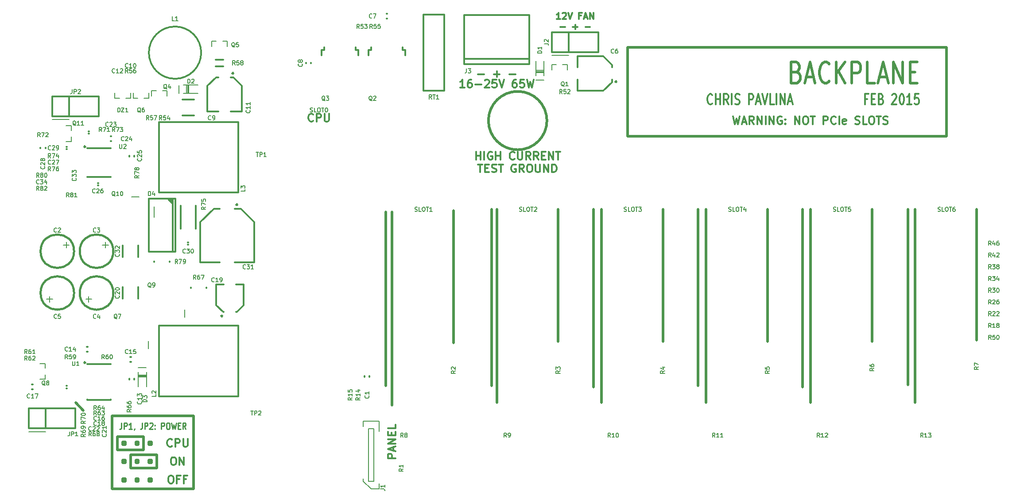
<source format=gto>
G04 #@! TF.FileFunction,Legend,Top*
%FSLAX46Y46*%
G04 Gerber Fmt 4.6, Leading zero omitted, Abs format (unit mm)*
G04 Created by KiCad (PCBNEW (2015-02-06 BZR 5407)-product) date Mon 09 Feb 2015 10:46:46 PM EST*
%MOMM*%
G01*
G04 APERTURE LIST*
%ADD10C,0.100000*%
%ADD11C,0.300000*%
%ADD12C,0.500000*%
%ADD13C,0.250000*%
%ADD14C,0.350000*%
%ADD15C,0.150000*%
%ADD16C,0.381000*%
%ADD17C,0.700000*%
%ADD18C,0.002540*%
%ADD19C,2.350000*%
%ADD20C,1.000000*%
%ADD21R,1.000000X1.000000*%
%ADD22C,2.000000*%
%ADD23R,3.100000X3.300000*%
%ADD24C,3.000000*%
%ADD25R,1.200000X0.900000*%
%ADD26R,0.900000X0.950000*%
%ADD27R,1.150000X1.450000*%
%ADD28R,1.450000X1.150000*%
%ADD29R,0.650000X0.600000*%
%ADD30R,0.600000X0.650000*%
%ADD31R,1.600000X3.000000*%
%ADD32R,2.100000X4.100000*%
%ADD33R,1.600000X3.150000*%
%ADD34R,0.900000X1.200000*%
%ADD35R,0.900000X1.300000*%
%ADD36R,0.800000X1.300000*%
%ADD37C,9.000000*%
%ADD38R,1.450000X2.450000*%
%ADD39R,6.950000X6.950000*%
%ADD40R,1.300000X0.900000*%
%ADD41R,1.300000X0.800000*%
%ADD42R,0.600000X0.600000*%
%ADD43R,3.450000X0.950000*%
%ADD44R,1.050000X1.800000*%
%ADD45R,3.500000X1.400000*%
%ADD46R,1.400000X3.500000*%
%ADD47R,1.450000X0.600000*%
%ADD48R,1.998980X1.998980*%
%ADD49C,1.998980*%
%ADD50R,1.524000X2.286000*%
%ADD51O,1.524000X2.286000*%
%ADD52R,3.150000X1.600000*%
%ADD53R,1.500000X1.500000*%
%ADD54C,1.500000*%
%ADD55R,4.295000X4.510000*%
%ADD56R,0.675000X0.675000*%
%ADD57R,0.655000X0.675000*%
%ADD58R,0.750000X0.675000*%
%ADD59R,4.510000X4.295000*%
%ADD60R,0.675000X0.655000*%
%ADD61R,0.675000X0.750000*%
%ADD62C,1.300000*%
%ADD63O,1.450000X0.450000*%
%ADD64R,3.000000X4.200000*%
%ADD65O,1.500000X0.450000*%
%ADD66R,2.900000X3.550000*%
%ADD67R,3.400000X1.250000*%
%ADD68C,5.000000*%
G04 APERTURE END LIST*
D10*
D11*
X117035714Y-87478571D02*
X117035714Y-85978571D01*
X117035714Y-86692857D02*
X117892857Y-86692857D01*
X117892857Y-87478571D02*
X117892857Y-85978571D01*
X118607143Y-87478571D02*
X118607143Y-85978571D01*
X120107143Y-86050000D02*
X119964286Y-85978571D01*
X119750000Y-85978571D01*
X119535715Y-86050000D01*
X119392857Y-86192857D01*
X119321429Y-86335714D01*
X119250000Y-86621429D01*
X119250000Y-86835714D01*
X119321429Y-87121429D01*
X119392857Y-87264286D01*
X119535715Y-87407143D01*
X119750000Y-87478571D01*
X119892857Y-87478571D01*
X120107143Y-87407143D01*
X120178572Y-87335714D01*
X120178572Y-86835714D01*
X119892857Y-86835714D01*
X120821429Y-87478571D02*
X120821429Y-85978571D01*
X120821429Y-86692857D02*
X121678572Y-86692857D01*
X121678572Y-87478571D02*
X121678572Y-85978571D01*
X124392858Y-87335714D02*
X124321429Y-87407143D01*
X124107143Y-87478571D01*
X123964286Y-87478571D01*
X123750001Y-87407143D01*
X123607143Y-87264286D01*
X123535715Y-87121429D01*
X123464286Y-86835714D01*
X123464286Y-86621429D01*
X123535715Y-86335714D01*
X123607143Y-86192857D01*
X123750001Y-86050000D01*
X123964286Y-85978571D01*
X124107143Y-85978571D01*
X124321429Y-86050000D01*
X124392858Y-86121429D01*
X125035715Y-85978571D02*
X125035715Y-87192857D01*
X125107143Y-87335714D01*
X125178572Y-87407143D01*
X125321429Y-87478571D01*
X125607143Y-87478571D01*
X125750001Y-87407143D01*
X125821429Y-87335714D01*
X125892858Y-87192857D01*
X125892858Y-85978571D01*
X127464287Y-87478571D02*
X126964287Y-86764286D01*
X126607144Y-87478571D02*
X126607144Y-85978571D01*
X127178572Y-85978571D01*
X127321430Y-86050000D01*
X127392858Y-86121429D01*
X127464287Y-86264286D01*
X127464287Y-86478571D01*
X127392858Y-86621429D01*
X127321430Y-86692857D01*
X127178572Y-86764286D01*
X126607144Y-86764286D01*
X128964287Y-87478571D02*
X128464287Y-86764286D01*
X128107144Y-87478571D02*
X128107144Y-85978571D01*
X128678572Y-85978571D01*
X128821430Y-86050000D01*
X128892858Y-86121429D01*
X128964287Y-86264286D01*
X128964287Y-86478571D01*
X128892858Y-86621429D01*
X128821430Y-86692857D01*
X128678572Y-86764286D01*
X128107144Y-86764286D01*
X129607144Y-86692857D02*
X130107144Y-86692857D01*
X130321430Y-87478571D02*
X129607144Y-87478571D01*
X129607144Y-85978571D01*
X130321430Y-85978571D01*
X130964287Y-87478571D02*
X130964287Y-85978571D01*
X131821430Y-87478571D01*
X131821430Y-85978571D01*
X132321430Y-85978571D02*
X133178573Y-85978571D01*
X132750002Y-87478571D02*
X132750002Y-85978571D01*
X117428571Y-88378571D02*
X118285714Y-88378571D01*
X117857143Y-89878571D02*
X117857143Y-88378571D01*
X118785714Y-89092857D02*
X119285714Y-89092857D01*
X119500000Y-89878571D02*
X118785714Y-89878571D01*
X118785714Y-88378571D01*
X119500000Y-88378571D01*
X120071428Y-89807143D02*
X120285714Y-89878571D01*
X120642857Y-89878571D01*
X120785714Y-89807143D01*
X120857143Y-89735714D01*
X120928571Y-89592857D01*
X120928571Y-89450000D01*
X120857143Y-89307143D01*
X120785714Y-89235714D01*
X120642857Y-89164286D01*
X120357143Y-89092857D01*
X120214285Y-89021429D01*
X120142857Y-88950000D01*
X120071428Y-88807143D01*
X120071428Y-88664286D01*
X120142857Y-88521429D01*
X120214285Y-88450000D01*
X120357143Y-88378571D01*
X120714285Y-88378571D01*
X120928571Y-88450000D01*
X121357142Y-88378571D02*
X122214285Y-88378571D01*
X121785714Y-89878571D02*
X121785714Y-88378571D01*
X124642856Y-88450000D02*
X124499999Y-88378571D01*
X124285713Y-88378571D01*
X124071428Y-88450000D01*
X123928570Y-88592857D01*
X123857142Y-88735714D01*
X123785713Y-89021429D01*
X123785713Y-89235714D01*
X123857142Y-89521429D01*
X123928570Y-89664286D01*
X124071428Y-89807143D01*
X124285713Y-89878571D01*
X124428570Y-89878571D01*
X124642856Y-89807143D01*
X124714285Y-89735714D01*
X124714285Y-89235714D01*
X124428570Y-89235714D01*
X126214285Y-89878571D02*
X125714285Y-89164286D01*
X125357142Y-89878571D02*
X125357142Y-88378571D01*
X125928570Y-88378571D01*
X126071428Y-88450000D01*
X126142856Y-88521429D01*
X126214285Y-88664286D01*
X126214285Y-88878571D01*
X126142856Y-89021429D01*
X126071428Y-89092857D01*
X125928570Y-89164286D01*
X125357142Y-89164286D01*
X127142856Y-88378571D02*
X127428570Y-88378571D01*
X127571428Y-88450000D01*
X127714285Y-88592857D01*
X127785713Y-88878571D01*
X127785713Y-89378571D01*
X127714285Y-89664286D01*
X127571428Y-89807143D01*
X127428570Y-89878571D01*
X127142856Y-89878571D01*
X126999999Y-89807143D01*
X126857142Y-89664286D01*
X126785713Y-89378571D01*
X126785713Y-88878571D01*
X126857142Y-88592857D01*
X126999999Y-88450000D01*
X127142856Y-88378571D01*
X128428571Y-88378571D02*
X128428571Y-89592857D01*
X128499999Y-89735714D01*
X128571428Y-89807143D01*
X128714285Y-89878571D01*
X128999999Y-89878571D01*
X129142857Y-89807143D01*
X129214285Y-89735714D01*
X129285714Y-89592857D01*
X129285714Y-88378571D01*
X130000000Y-89878571D02*
X130000000Y-88378571D01*
X130857143Y-89878571D01*
X130857143Y-88378571D01*
X131571429Y-89878571D02*
X131571429Y-88378571D01*
X131928572Y-88378571D01*
X132142857Y-88450000D01*
X132285715Y-88592857D01*
X132357143Y-88735714D01*
X132428572Y-89021429D01*
X132428572Y-89235714D01*
X132357143Y-89521429D01*
X132285715Y-89664286D01*
X132142857Y-89807143D01*
X131928572Y-89878571D01*
X131571429Y-89878571D01*
D12*
X130590170Y-80000000D02*
G75*
G03X130590170Y-80000000I-5590170J0D01*
G01*
X212750000Y-122000000D02*
X212750000Y-97000000D01*
X201000000Y-97000000D02*
X201000000Y-134000000D01*
X199600000Y-130600000D02*
X199600000Y-97000000D01*
X192750000Y-97000000D02*
X192750000Y-122250000D01*
X181000000Y-134000000D02*
X181000000Y-97000000D01*
X179500000Y-97000000D02*
X179500000Y-131000000D01*
X172750000Y-122250000D02*
X172750000Y-97000000D01*
X161000000Y-97000000D02*
X161000000Y-134000000D01*
X159500000Y-130750000D02*
X159500000Y-97000000D01*
X152750000Y-97000000D02*
X152750000Y-122250000D01*
X141000000Y-134000000D02*
X141000000Y-97000000D01*
X139500000Y-97000000D02*
X139500000Y-131000000D01*
X132750000Y-122250000D02*
X132750000Y-97000000D01*
X121000000Y-97000000D02*
X121000000Y-134000000D01*
X120000000Y-130750000D02*
X120000000Y-97000000D01*
X112750000Y-97250000D02*
X112750000Y-122500000D01*
X101000000Y-134500000D02*
X101000000Y-97500000D01*
X99750000Y-97500000D02*
X99750000Y-130750000D01*
D11*
X85928572Y-80035714D02*
X85857143Y-80107143D01*
X85642857Y-80178571D01*
X85500000Y-80178571D01*
X85285715Y-80107143D01*
X85142857Y-79964286D01*
X85071429Y-79821429D01*
X85000000Y-79535714D01*
X85000000Y-79321429D01*
X85071429Y-79035714D01*
X85142857Y-78892857D01*
X85285715Y-78750000D01*
X85500000Y-78678571D01*
X85642857Y-78678571D01*
X85857143Y-78750000D01*
X85928572Y-78821429D01*
X86571429Y-80178571D02*
X86571429Y-78678571D01*
X87142857Y-78678571D01*
X87285715Y-78750000D01*
X87357143Y-78821429D01*
X87428572Y-78964286D01*
X87428572Y-79178571D01*
X87357143Y-79321429D01*
X87285715Y-79392857D01*
X87142857Y-79464286D01*
X86571429Y-79464286D01*
X88071429Y-78678571D02*
X88071429Y-79892857D01*
X88142857Y-80035714D01*
X88214286Y-80107143D01*
X88357143Y-80178571D01*
X88642857Y-80178571D01*
X88785715Y-80107143D01*
X88857143Y-80035714D01*
X88928572Y-79892857D01*
X88928572Y-78678571D01*
X101678571Y-144607143D02*
X100178571Y-144607143D01*
X100178571Y-144035715D01*
X100250000Y-143892857D01*
X100321429Y-143821429D01*
X100464286Y-143750000D01*
X100678571Y-143750000D01*
X100821429Y-143821429D01*
X100892857Y-143892857D01*
X100964286Y-144035715D01*
X100964286Y-144607143D01*
X101250000Y-143178572D02*
X101250000Y-142464286D01*
X101678571Y-143321429D02*
X100178571Y-142821429D01*
X101678571Y-142321429D01*
X101678571Y-141821429D02*
X100178571Y-141821429D01*
X101678571Y-140964286D01*
X100178571Y-140964286D01*
X100892857Y-140250000D02*
X100892857Y-139750000D01*
X101678571Y-139535714D02*
X101678571Y-140250000D01*
X100178571Y-140250000D01*
X100178571Y-139535714D01*
X101678571Y-138178571D02*
X101678571Y-138892857D01*
X100178571Y-138892857D01*
D12*
X47500000Y-150500000D02*
X47500000Y-136500000D01*
X63000000Y-150500000D02*
X47500000Y-150500000D01*
X63000000Y-136500000D02*
X63000000Y-150500000D01*
X47500000Y-136500000D02*
X63000000Y-136500000D01*
D11*
X58571429Y-147928571D02*
X58857143Y-147928571D01*
X59000001Y-148000000D01*
X59142858Y-148142857D01*
X59214286Y-148428571D01*
X59214286Y-148928571D01*
X59142858Y-149214286D01*
X59000001Y-149357143D01*
X58857143Y-149428571D01*
X58571429Y-149428571D01*
X58428572Y-149357143D01*
X58285715Y-149214286D01*
X58214286Y-148928571D01*
X58214286Y-148428571D01*
X58285715Y-148142857D01*
X58428572Y-148000000D01*
X58571429Y-147928571D01*
X60357144Y-148642857D02*
X59857144Y-148642857D01*
X59857144Y-149428571D02*
X59857144Y-147928571D01*
X60571430Y-147928571D01*
X61642858Y-148642857D02*
X61142858Y-148642857D01*
X61142858Y-149428571D02*
X61142858Y-147928571D01*
X61857144Y-147928571D01*
X59071428Y-144428571D02*
X59357142Y-144428571D01*
X59500000Y-144500000D01*
X59642857Y-144642857D01*
X59714285Y-144928571D01*
X59714285Y-145428571D01*
X59642857Y-145714286D01*
X59500000Y-145857143D01*
X59357142Y-145928571D01*
X59071428Y-145928571D01*
X58928571Y-145857143D01*
X58785714Y-145714286D01*
X58714285Y-145428571D01*
X58714285Y-144928571D01*
X58785714Y-144642857D01*
X58928571Y-144500000D01*
X59071428Y-144428571D01*
X60357143Y-145928571D02*
X60357143Y-144428571D01*
X61214286Y-145928571D01*
X61214286Y-144428571D01*
X58928572Y-142285714D02*
X58857143Y-142357143D01*
X58642857Y-142428571D01*
X58500000Y-142428571D01*
X58285715Y-142357143D01*
X58142857Y-142214286D01*
X58071429Y-142071429D01*
X58000000Y-141785714D01*
X58000000Y-141571429D01*
X58071429Y-141285714D01*
X58142857Y-141142857D01*
X58285715Y-141000000D01*
X58500000Y-140928571D01*
X58642857Y-140928571D01*
X58857143Y-141000000D01*
X58928572Y-141071429D01*
X59571429Y-142428571D02*
X59571429Y-140928571D01*
X60142857Y-140928571D01*
X60285715Y-141000000D01*
X60357143Y-141071429D01*
X60428572Y-141214286D01*
X60428572Y-141428571D01*
X60357143Y-141571429D01*
X60285715Y-141642857D01*
X60142857Y-141714286D01*
X59571429Y-141714286D01*
X61071429Y-140928571D02*
X61071429Y-142142857D01*
X61142857Y-142285714D01*
X61214286Y-142357143D01*
X61357143Y-142428571D01*
X61642857Y-142428571D01*
X61785715Y-142357143D01*
X61857143Y-142285714D01*
X61928572Y-142142857D01*
X61928572Y-140928571D01*
D12*
X54500000Y-149000000D02*
X54500000Y-148500000D01*
X55000000Y-149000000D02*
X54500000Y-149000000D01*
X55000000Y-148500000D02*
X55000000Y-149000000D01*
X54500000Y-148500000D02*
X55000000Y-148500000D01*
X52000000Y-149000000D02*
X52000000Y-148500000D01*
X52500000Y-149000000D02*
X52000000Y-149000000D01*
X52500000Y-148500000D02*
X52500000Y-149000000D01*
X52000000Y-148500000D02*
X52500000Y-148500000D01*
X49500000Y-149000000D02*
X49500000Y-148500000D01*
X50000000Y-149000000D02*
X49500000Y-149000000D01*
X50000000Y-148500000D02*
X50000000Y-149000000D01*
X49500000Y-148500000D02*
X50000000Y-148500000D01*
X51000000Y-146500000D02*
X51000000Y-144000000D01*
X56000000Y-146500000D02*
X51000000Y-146500000D01*
X56000000Y-144000000D02*
X56000000Y-146500000D01*
X51000000Y-144000000D02*
X56000000Y-144000000D01*
X54500000Y-145500000D02*
X54500000Y-145000000D01*
X55000000Y-145500000D02*
X54500000Y-145500000D01*
X55000000Y-145000000D02*
X55000000Y-145500000D01*
X54500000Y-145000000D02*
X55000000Y-145000000D01*
X52000000Y-145500000D02*
X52000000Y-145000000D01*
X52500000Y-145500000D02*
X52000000Y-145500000D01*
X52500000Y-145000000D02*
X52500000Y-145500000D01*
X52000000Y-145000000D02*
X52500000Y-145000000D01*
X50000000Y-145000000D02*
X49500000Y-145000000D01*
X50000000Y-145500000D02*
X50000000Y-145000000D01*
X49500000Y-145500000D02*
X50000000Y-145500000D01*
X49500000Y-145000000D02*
X49500000Y-145500000D01*
X53500000Y-143000000D02*
X53500000Y-142500000D01*
X48500000Y-143000000D02*
X53500000Y-143000000D01*
X48500000Y-142500000D02*
X48500000Y-143000000D01*
X48500000Y-140500000D02*
X48500000Y-142500000D01*
X49500000Y-140500000D02*
X48500000Y-140500000D01*
X55000000Y-141500000D02*
X54500000Y-141500000D01*
X55000000Y-142000000D02*
X55000000Y-141500000D01*
X54500000Y-142000000D02*
X55000000Y-142000000D01*
X54500000Y-141500000D02*
X54500000Y-142000000D01*
X53500000Y-140500000D02*
X53500000Y-142500000D01*
X49500000Y-140500000D02*
X53500000Y-140500000D01*
X52500000Y-141500000D02*
X52000000Y-141500000D01*
X52500000Y-142000000D02*
X52500000Y-141500000D01*
X52000000Y-142000000D02*
X52500000Y-142000000D01*
X52000000Y-141500000D02*
X52000000Y-142000000D01*
X50000000Y-141500000D02*
X49500000Y-141500000D01*
X50000000Y-142000000D02*
X50000000Y-141500000D01*
X49500000Y-142000000D02*
X50000000Y-142000000D01*
X49500000Y-141500000D02*
X49500000Y-142000000D01*
D13*
X49273810Y-137842857D02*
X49273810Y-138700000D01*
X49226190Y-138871429D01*
X49130952Y-138985714D01*
X48988095Y-139042857D01*
X48892857Y-139042857D01*
X49750000Y-139042857D02*
X49750000Y-137842857D01*
X50130953Y-137842857D01*
X50226191Y-137900000D01*
X50273810Y-137957143D01*
X50321429Y-138071429D01*
X50321429Y-138242857D01*
X50273810Y-138357143D01*
X50226191Y-138414286D01*
X50130953Y-138471429D01*
X49750000Y-138471429D01*
X51273810Y-139042857D02*
X50702381Y-139042857D01*
X50988095Y-139042857D02*
X50988095Y-137842857D01*
X50892857Y-138014286D01*
X50797619Y-138128571D01*
X50702381Y-138185714D01*
X51750000Y-138985714D02*
X51750000Y-139042857D01*
X51702381Y-139157143D01*
X51654762Y-139214286D01*
X53226191Y-137842857D02*
X53226191Y-138700000D01*
X53178571Y-138871429D01*
X53083333Y-138985714D01*
X52940476Y-139042857D01*
X52845238Y-139042857D01*
X53702381Y-139042857D02*
X53702381Y-137842857D01*
X54083334Y-137842857D01*
X54178572Y-137900000D01*
X54226191Y-137957143D01*
X54273810Y-138071429D01*
X54273810Y-138242857D01*
X54226191Y-138357143D01*
X54178572Y-138414286D01*
X54083334Y-138471429D01*
X53702381Y-138471429D01*
X54654762Y-137957143D02*
X54702381Y-137900000D01*
X54797619Y-137842857D01*
X55035715Y-137842857D01*
X55130953Y-137900000D01*
X55178572Y-137957143D01*
X55226191Y-138071429D01*
X55226191Y-138185714D01*
X55178572Y-138357143D01*
X54607143Y-139042857D01*
X55226191Y-139042857D01*
X55654762Y-138928571D02*
X55702381Y-138985714D01*
X55654762Y-139042857D01*
X55607143Y-138985714D01*
X55654762Y-138928571D01*
X55654762Y-139042857D01*
X55654762Y-138300000D02*
X55702381Y-138357143D01*
X55654762Y-138414286D01*
X55607143Y-138357143D01*
X55654762Y-138300000D01*
X55654762Y-138414286D01*
X56892857Y-139042857D02*
X56892857Y-137842857D01*
X57273810Y-137842857D01*
X57369048Y-137900000D01*
X57416667Y-137957143D01*
X57464286Y-138071429D01*
X57464286Y-138242857D01*
X57416667Y-138357143D01*
X57369048Y-138414286D01*
X57273810Y-138471429D01*
X56892857Y-138471429D01*
X58083333Y-137842857D02*
X58273810Y-137842857D01*
X58369048Y-137900000D01*
X58464286Y-138014286D01*
X58511905Y-138242857D01*
X58511905Y-138642857D01*
X58464286Y-138871429D01*
X58369048Y-138985714D01*
X58273810Y-139042857D01*
X58083333Y-139042857D01*
X57988095Y-138985714D01*
X57892857Y-138871429D01*
X57845238Y-138642857D01*
X57845238Y-138242857D01*
X57892857Y-138014286D01*
X57988095Y-137900000D01*
X58083333Y-137842857D01*
X58845238Y-137842857D02*
X59083333Y-139042857D01*
X59273810Y-138185714D01*
X59464286Y-139042857D01*
X59702381Y-137842857D01*
X60083333Y-138414286D02*
X60416667Y-138414286D01*
X60559524Y-139042857D02*
X60083333Y-139042857D01*
X60083333Y-137842857D01*
X60559524Y-137842857D01*
X61559524Y-139042857D02*
X61226190Y-138471429D01*
X60988095Y-139042857D02*
X60988095Y-137842857D01*
X61369048Y-137842857D01*
X61464286Y-137900000D01*
X61511905Y-137957143D01*
X61559524Y-138071429D01*
X61559524Y-138242857D01*
X61511905Y-138357143D01*
X61464286Y-138414286D01*
X61369048Y-138471429D01*
X60988095Y-138471429D01*
D11*
X133142858Y-60542857D02*
X132457143Y-60542857D01*
X132800001Y-60542857D02*
X132800001Y-59342857D01*
X132685715Y-59514286D01*
X132571429Y-59628571D01*
X132457143Y-59685714D01*
X133600000Y-59457143D02*
X133657143Y-59400000D01*
X133771429Y-59342857D01*
X134057143Y-59342857D01*
X134171429Y-59400000D01*
X134228572Y-59457143D01*
X134285715Y-59571429D01*
X134285715Y-59685714D01*
X134228572Y-59857143D01*
X133542858Y-60542857D01*
X134285715Y-60542857D01*
X134628572Y-59342857D02*
X135028572Y-60542857D01*
X135428572Y-59342857D01*
X137142857Y-59914286D02*
X136742857Y-59914286D01*
X136742857Y-60542857D02*
X136742857Y-59342857D01*
X137314286Y-59342857D01*
X137714285Y-60200000D02*
X138285714Y-60200000D01*
X137600000Y-60542857D02*
X138000000Y-59342857D01*
X138400000Y-60542857D01*
X138799999Y-60542857D02*
X138799999Y-59342857D01*
X139485714Y-60542857D01*
X139485714Y-59342857D01*
X133142857Y-62085714D02*
X134057143Y-62085714D01*
X135542857Y-62085714D02*
X136457143Y-62085714D01*
X136000000Y-62542857D02*
X136000000Y-61628571D01*
X137942857Y-62085714D02*
X138857143Y-62085714D01*
X114857144Y-73678571D02*
X114000001Y-73678571D01*
X114428573Y-73678571D02*
X114428573Y-72178571D01*
X114285716Y-72392857D01*
X114142858Y-72535714D01*
X114000001Y-72607143D01*
X116142858Y-72178571D02*
X115857144Y-72178571D01*
X115714287Y-72250000D01*
X115642858Y-72321429D01*
X115500001Y-72535714D01*
X115428572Y-72821429D01*
X115428572Y-73392857D01*
X115500001Y-73535714D01*
X115571429Y-73607143D01*
X115714287Y-73678571D01*
X116000001Y-73678571D01*
X116142858Y-73607143D01*
X116214287Y-73535714D01*
X116285715Y-73392857D01*
X116285715Y-73035714D01*
X116214287Y-72892857D01*
X116142858Y-72821429D01*
X116000001Y-72750000D01*
X115714287Y-72750000D01*
X115571429Y-72821429D01*
X115500001Y-72892857D01*
X115428572Y-73035714D01*
X116928572Y-73107143D02*
X118071429Y-73107143D01*
X118714286Y-72321429D02*
X118785715Y-72250000D01*
X118928572Y-72178571D01*
X119285715Y-72178571D01*
X119428572Y-72250000D01*
X119500001Y-72321429D01*
X119571429Y-72464286D01*
X119571429Y-72607143D01*
X119500001Y-72821429D01*
X118642858Y-73678571D01*
X119571429Y-73678571D01*
X120928572Y-72178571D02*
X120214286Y-72178571D01*
X120142857Y-72892857D01*
X120214286Y-72821429D01*
X120357143Y-72750000D01*
X120714286Y-72750000D01*
X120857143Y-72821429D01*
X120928572Y-72892857D01*
X121000000Y-73035714D01*
X121000000Y-73392857D01*
X120928572Y-73535714D01*
X120857143Y-73607143D01*
X120714286Y-73678571D01*
X120357143Y-73678571D01*
X120214286Y-73607143D01*
X120142857Y-73535714D01*
X121428571Y-72178571D02*
X121928571Y-73678571D01*
X122428571Y-72178571D01*
X124714285Y-72178571D02*
X124428571Y-72178571D01*
X124285714Y-72250000D01*
X124214285Y-72321429D01*
X124071428Y-72535714D01*
X123999999Y-72821429D01*
X123999999Y-73392857D01*
X124071428Y-73535714D01*
X124142856Y-73607143D01*
X124285714Y-73678571D01*
X124571428Y-73678571D01*
X124714285Y-73607143D01*
X124785714Y-73535714D01*
X124857142Y-73392857D01*
X124857142Y-73035714D01*
X124785714Y-72892857D01*
X124714285Y-72821429D01*
X124571428Y-72750000D01*
X124285714Y-72750000D01*
X124142856Y-72821429D01*
X124071428Y-72892857D01*
X123999999Y-73035714D01*
X126214285Y-72178571D02*
X125499999Y-72178571D01*
X125428570Y-72892857D01*
X125499999Y-72821429D01*
X125642856Y-72750000D01*
X125999999Y-72750000D01*
X126142856Y-72821429D01*
X126214285Y-72892857D01*
X126285713Y-73035714D01*
X126285713Y-73392857D01*
X126214285Y-73535714D01*
X126142856Y-73607143D01*
X125999999Y-73678571D01*
X125642856Y-73678571D01*
X125499999Y-73607143D01*
X125428570Y-73535714D01*
X126785713Y-72178571D02*
X127142856Y-73678571D01*
X127428570Y-72607143D01*
X127714284Y-73678571D01*
X128071427Y-72178571D01*
X117428572Y-71107143D02*
X118571429Y-71107143D01*
X120428572Y-71107143D02*
X121571429Y-71107143D01*
X121000000Y-71678571D02*
X121000000Y-70535714D01*
X123428572Y-71107143D02*
X124571429Y-71107143D01*
D12*
X42000000Y-135500000D02*
X40500000Y-134000000D01*
X146000000Y-83000000D02*
X146000000Y-66000000D01*
X207000000Y-83000000D02*
X146000000Y-83000000D01*
X207000000Y-66000000D02*
X207000000Y-83000000D01*
X146000000Y-66000000D02*
X207000000Y-66000000D01*
D11*
X166178571Y-79178571D02*
X166535714Y-80678571D01*
X166821428Y-79607143D01*
X167107142Y-80678571D01*
X167464285Y-79178571D01*
X167964285Y-80250000D02*
X168678571Y-80250000D01*
X167821428Y-80678571D02*
X168321428Y-79178571D01*
X168821428Y-80678571D01*
X170178571Y-80678571D02*
X169678571Y-79964286D01*
X169321428Y-80678571D02*
X169321428Y-79178571D01*
X169892856Y-79178571D01*
X170035714Y-79250000D01*
X170107142Y-79321429D01*
X170178571Y-79464286D01*
X170178571Y-79678571D01*
X170107142Y-79821429D01*
X170035714Y-79892857D01*
X169892856Y-79964286D01*
X169321428Y-79964286D01*
X170821428Y-80678571D02*
X170821428Y-79178571D01*
X171678571Y-80678571D01*
X171678571Y-79178571D01*
X172392857Y-80678571D02*
X172392857Y-79178571D01*
X173107143Y-80678571D02*
X173107143Y-79178571D01*
X173964286Y-80678571D01*
X173964286Y-79178571D01*
X175464286Y-79250000D02*
X175321429Y-79178571D01*
X175107143Y-79178571D01*
X174892858Y-79250000D01*
X174750000Y-79392857D01*
X174678572Y-79535714D01*
X174607143Y-79821429D01*
X174607143Y-80035714D01*
X174678572Y-80321429D01*
X174750000Y-80464286D01*
X174892858Y-80607143D01*
X175107143Y-80678571D01*
X175250000Y-80678571D01*
X175464286Y-80607143D01*
X175535715Y-80535714D01*
X175535715Y-80035714D01*
X175250000Y-80035714D01*
X176178572Y-80535714D02*
X176250000Y-80607143D01*
X176178572Y-80678571D01*
X176107143Y-80607143D01*
X176178572Y-80535714D01*
X176178572Y-80678571D01*
X176178572Y-79750000D02*
X176250000Y-79821429D01*
X176178572Y-79892857D01*
X176107143Y-79821429D01*
X176178572Y-79750000D01*
X176178572Y-79892857D01*
X178035715Y-80678571D02*
X178035715Y-79178571D01*
X178892858Y-80678571D01*
X178892858Y-79178571D01*
X179892858Y-79178571D02*
X180178572Y-79178571D01*
X180321430Y-79250000D01*
X180464287Y-79392857D01*
X180535715Y-79678571D01*
X180535715Y-80178571D01*
X180464287Y-80464286D01*
X180321430Y-80607143D01*
X180178572Y-80678571D01*
X179892858Y-80678571D01*
X179750001Y-80607143D01*
X179607144Y-80464286D01*
X179535715Y-80178571D01*
X179535715Y-79678571D01*
X179607144Y-79392857D01*
X179750001Y-79250000D01*
X179892858Y-79178571D01*
X180964287Y-79178571D02*
X181821430Y-79178571D01*
X181392859Y-80678571D02*
X181392859Y-79178571D01*
X183464287Y-80678571D02*
X183464287Y-79178571D01*
X184035715Y-79178571D01*
X184178573Y-79250000D01*
X184250001Y-79321429D01*
X184321430Y-79464286D01*
X184321430Y-79678571D01*
X184250001Y-79821429D01*
X184178573Y-79892857D01*
X184035715Y-79964286D01*
X183464287Y-79964286D01*
X185821430Y-80535714D02*
X185750001Y-80607143D01*
X185535715Y-80678571D01*
X185392858Y-80678571D01*
X185178573Y-80607143D01*
X185035715Y-80464286D01*
X184964287Y-80321429D01*
X184892858Y-80035714D01*
X184892858Y-79821429D01*
X184964287Y-79535714D01*
X185035715Y-79392857D01*
X185178573Y-79250000D01*
X185392858Y-79178571D01*
X185535715Y-79178571D01*
X185750001Y-79250000D01*
X185821430Y-79321429D01*
X186464287Y-80678571D02*
X186464287Y-79178571D01*
X187750001Y-80607143D02*
X187607144Y-80678571D01*
X187321430Y-80678571D01*
X187178573Y-80607143D01*
X187107144Y-80464286D01*
X187107144Y-79892857D01*
X187178573Y-79750000D01*
X187321430Y-79678571D01*
X187607144Y-79678571D01*
X187750001Y-79750000D01*
X187821430Y-79892857D01*
X187821430Y-80035714D01*
X187107144Y-80178571D01*
X189535715Y-80607143D02*
X189750001Y-80678571D01*
X190107144Y-80678571D01*
X190250001Y-80607143D01*
X190321430Y-80535714D01*
X190392858Y-80392857D01*
X190392858Y-80250000D01*
X190321430Y-80107143D01*
X190250001Y-80035714D01*
X190107144Y-79964286D01*
X189821430Y-79892857D01*
X189678572Y-79821429D01*
X189607144Y-79750000D01*
X189535715Y-79607143D01*
X189535715Y-79464286D01*
X189607144Y-79321429D01*
X189678572Y-79250000D01*
X189821430Y-79178571D01*
X190178572Y-79178571D01*
X190392858Y-79250000D01*
X191750001Y-80678571D02*
X191035715Y-80678571D01*
X191035715Y-79178571D01*
X192535715Y-79178571D02*
X192821429Y-79178571D01*
X192964287Y-79250000D01*
X193107144Y-79392857D01*
X193178572Y-79678571D01*
X193178572Y-80178571D01*
X193107144Y-80464286D01*
X192964287Y-80607143D01*
X192821429Y-80678571D01*
X192535715Y-80678571D01*
X192392858Y-80607143D01*
X192250001Y-80464286D01*
X192178572Y-80178571D01*
X192178572Y-79678571D01*
X192250001Y-79392857D01*
X192392858Y-79250000D01*
X192535715Y-79178571D01*
X193607144Y-79178571D02*
X194464287Y-79178571D01*
X194035716Y-80678571D02*
X194035716Y-79178571D01*
X194892858Y-80607143D02*
X195107144Y-80678571D01*
X195464287Y-80678571D01*
X195607144Y-80607143D01*
X195678573Y-80535714D01*
X195750001Y-80392857D01*
X195750001Y-80250000D01*
X195678573Y-80107143D01*
X195607144Y-80035714D01*
X195464287Y-79964286D01*
X195178573Y-79892857D01*
X195035715Y-79821429D01*
X194964287Y-79750000D01*
X194892858Y-79607143D01*
X194892858Y-79464286D01*
X194964287Y-79321429D01*
X195035715Y-79250000D01*
X195178573Y-79178571D01*
X195535715Y-79178571D01*
X195750001Y-79250000D01*
X191857145Y-75857143D02*
X191357145Y-75857143D01*
X191357145Y-76904762D02*
X191357145Y-74904762D01*
X192071431Y-74904762D01*
X192642859Y-75857143D02*
X193142859Y-75857143D01*
X193357145Y-76904762D02*
X192642859Y-76904762D01*
X192642859Y-74904762D01*
X193357145Y-74904762D01*
X194500002Y-75857143D02*
X194714288Y-75952381D01*
X194785716Y-76047619D01*
X194857145Y-76238095D01*
X194857145Y-76523810D01*
X194785716Y-76714286D01*
X194714288Y-76809524D01*
X194571430Y-76904762D01*
X194000002Y-76904762D01*
X194000002Y-74904762D01*
X194500002Y-74904762D01*
X194642859Y-75000000D01*
X194714288Y-75095238D01*
X194785716Y-75285714D01*
X194785716Y-75476190D01*
X194714288Y-75666667D01*
X194642859Y-75761905D01*
X194500002Y-75857143D01*
X194000002Y-75857143D01*
X196571430Y-75095238D02*
X196642859Y-75000000D01*
X196785716Y-74904762D01*
X197142859Y-74904762D01*
X197285716Y-75000000D01*
X197357145Y-75095238D01*
X197428573Y-75285714D01*
X197428573Y-75476190D01*
X197357145Y-75761905D01*
X196500002Y-76904762D01*
X197428573Y-76904762D01*
X198357144Y-74904762D02*
X198500001Y-74904762D01*
X198642858Y-75000000D01*
X198714287Y-75095238D01*
X198785716Y-75285714D01*
X198857144Y-75666667D01*
X198857144Y-76142857D01*
X198785716Y-76523810D01*
X198714287Y-76714286D01*
X198642858Y-76809524D01*
X198500001Y-76904762D01*
X198357144Y-76904762D01*
X198214287Y-76809524D01*
X198142858Y-76714286D01*
X198071430Y-76523810D01*
X198000001Y-76142857D01*
X198000001Y-75666667D01*
X198071430Y-75285714D01*
X198142858Y-75095238D01*
X198214287Y-75000000D01*
X198357144Y-74904762D01*
X200285715Y-76904762D02*
X199428572Y-76904762D01*
X199857144Y-76904762D02*
X199857144Y-74904762D01*
X199714287Y-75190476D01*
X199571429Y-75380952D01*
X199428572Y-75476190D01*
X201642858Y-74904762D02*
X200928572Y-74904762D01*
X200857143Y-75857143D01*
X200928572Y-75761905D01*
X201071429Y-75666667D01*
X201428572Y-75666667D01*
X201571429Y-75761905D01*
X201642858Y-75857143D01*
X201714286Y-76047619D01*
X201714286Y-76523810D01*
X201642858Y-76714286D01*
X201571429Y-76809524D01*
X201428572Y-76904762D01*
X201071429Y-76904762D01*
X200928572Y-76809524D01*
X200857143Y-76714286D01*
X162214286Y-76714286D02*
X162142857Y-76809524D01*
X161928571Y-76904762D01*
X161785714Y-76904762D01*
X161571429Y-76809524D01*
X161428571Y-76619048D01*
X161357143Y-76428571D01*
X161285714Y-76047619D01*
X161285714Y-75761905D01*
X161357143Y-75380952D01*
X161428571Y-75190476D01*
X161571429Y-75000000D01*
X161785714Y-74904762D01*
X161928571Y-74904762D01*
X162142857Y-75000000D01*
X162214286Y-75095238D01*
X162857143Y-76904762D02*
X162857143Y-74904762D01*
X162857143Y-75857143D02*
X163714286Y-75857143D01*
X163714286Y-76904762D02*
X163714286Y-74904762D01*
X165285715Y-76904762D02*
X164785715Y-75952381D01*
X164428572Y-76904762D02*
X164428572Y-74904762D01*
X165000000Y-74904762D01*
X165142858Y-75000000D01*
X165214286Y-75095238D01*
X165285715Y-75285714D01*
X165285715Y-75571429D01*
X165214286Y-75761905D01*
X165142858Y-75857143D01*
X165000000Y-75952381D01*
X164428572Y-75952381D01*
X165928572Y-76904762D02*
X165928572Y-74904762D01*
X166571429Y-76809524D02*
X166785715Y-76904762D01*
X167142858Y-76904762D01*
X167285715Y-76809524D01*
X167357144Y-76714286D01*
X167428572Y-76523810D01*
X167428572Y-76333333D01*
X167357144Y-76142857D01*
X167285715Y-76047619D01*
X167142858Y-75952381D01*
X166857144Y-75857143D01*
X166714286Y-75761905D01*
X166642858Y-75666667D01*
X166571429Y-75476190D01*
X166571429Y-75285714D01*
X166642858Y-75095238D01*
X166714286Y-75000000D01*
X166857144Y-74904762D01*
X167214286Y-74904762D01*
X167428572Y-75000000D01*
X169214286Y-76904762D02*
X169214286Y-74904762D01*
X169785714Y-74904762D01*
X169928572Y-75000000D01*
X170000000Y-75095238D01*
X170071429Y-75285714D01*
X170071429Y-75571429D01*
X170000000Y-75761905D01*
X169928572Y-75857143D01*
X169785714Y-75952381D01*
X169214286Y-75952381D01*
X170642857Y-76333333D02*
X171357143Y-76333333D01*
X170500000Y-76904762D02*
X171000000Y-74904762D01*
X171500000Y-76904762D01*
X171785714Y-74904762D02*
X172285714Y-76904762D01*
X172785714Y-74904762D01*
X174000000Y-76904762D02*
X173285714Y-76904762D01*
X173285714Y-74904762D01*
X174500000Y-76904762D02*
X174500000Y-74904762D01*
X175214286Y-76904762D02*
X175214286Y-74904762D01*
X176071429Y-76904762D01*
X176071429Y-74904762D01*
X176714286Y-76333333D02*
X177428572Y-76333333D01*
X176571429Y-76904762D02*
X177071429Y-74904762D01*
X177571429Y-76904762D01*
D12*
X178285714Y-70714286D02*
X178714285Y-70904762D01*
X178857142Y-71095238D01*
X178999999Y-71476190D01*
X178999999Y-72047619D01*
X178857142Y-72428571D01*
X178714285Y-72619048D01*
X178428571Y-72809524D01*
X177285714Y-72809524D01*
X177285714Y-68809524D01*
X178285714Y-68809524D01*
X178571428Y-69000000D01*
X178714285Y-69190476D01*
X178857142Y-69571429D01*
X178857142Y-69952381D01*
X178714285Y-70333333D01*
X178571428Y-70523810D01*
X178285714Y-70714286D01*
X177285714Y-70714286D01*
X180142857Y-71666667D02*
X181571428Y-71666667D01*
X179857142Y-72809524D02*
X180857142Y-68809524D01*
X181857142Y-72809524D01*
X184571428Y-72428571D02*
X184428571Y-72619048D01*
X184000000Y-72809524D01*
X183714286Y-72809524D01*
X183285714Y-72619048D01*
X183000000Y-72238095D01*
X182857143Y-71857143D01*
X182714286Y-71095238D01*
X182714286Y-70523810D01*
X182857143Y-69761905D01*
X183000000Y-69380952D01*
X183285714Y-69000000D01*
X183714286Y-68809524D01*
X184000000Y-68809524D01*
X184428571Y-69000000D01*
X184571428Y-69190476D01*
X185857143Y-72809524D02*
X185857143Y-68809524D01*
X187571428Y-72809524D02*
X186285714Y-70523810D01*
X187571428Y-68809524D02*
X185857143Y-71095238D01*
X188857143Y-72809524D02*
X188857143Y-68809524D01*
X190000000Y-68809524D01*
X190285714Y-69000000D01*
X190428571Y-69190476D01*
X190571428Y-69571429D01*
X190571428Y-70142857D01*
X190428571Y-70523810D01*
X190285714Y-70714286D01*
X190000000Y-70904762D01*
X188857143Y-70904762D01*
X193285714Y-72809524D02*
X191857143Y-72809524D01*
X191857143Y-68809524D01*
X194142857Y-71666667D02*
X195571428Y-71666667D01*
X193857142Y-72809524D02*
X194857142Y-68809524D01*
X195857142Y-72809524D01*
X196857143Y-72809524D02*
X196857143Y-68809524D01*
X198571428Y-72809524D01*
X198571428Y-68809524D01*
X200000000Y-70714286D02*
X201000000Y-70714286D01*
X201428571Y-72809524D02*
X200000000Y-72809524D01*
X200000000Y-68809524D01*
X201428571Y-68809524D01*
D14*
X107000000Y-74300000D02*
X107000000Y-59700000D01*
X107000000Y-59700000D02*
X111000000Y-59700000D01*
X111000000Y-59700000D02*
X111000000Y-74300000D01*
X111000000Y-74300000D02*
X107000000Y-74300000D01*
X71600000Y-119250000D02*
X71600000Y-132750000D01*
X56400000Y-119250000D02*
X71600000Y-119250000D01*
X56400000Y-132750000D02*
X56400000Y-119250000D01*
X71600000Y-132750000D02*
X56400000Y-132750000D01*
D11*
X127200000Y-68200000D02*
X114800000Y-68200000D01*
X127200000Y-59800000D02*
X127200000Y-69200000D01*
X114800000Y-59800000D02*
X127200000Y-59800000D01*
X114800000Y-69200000D02*
X114800000Y-59800000D01*
X127200000Y-69200000D02*
X114800000Y-69200000D01*
D15*
X54000000Y-127250000D02*
X52500000Y-127250000D01*
X52450000Y-130900000D02*
X52450000Y-128100000D01*
X54050000Y-129100000D02*
X52450000Y-129100000D01*
X52450000Y-128900000D02*
X54050000Y-128900000D01*
X54050000Y-128700000D02*
X52450000Y-128700000D01*
X54050000Y-128100000D02*
X54050000Y-130900000D01*
D14*
X42954000Y-82471000D02*
X43046000Y-82471000D01*
X43046000Y-82471000D02*
X42954000Y-82471000D01*
X42954000Y-82029000D02*
X43046000Y-82029000D01*
X43046000Y-82029000D02*
X42954000Y-82029000D01*
X99929000Y-60471000D02*
X100071000Y-60471000D01*
X100071000Y-60471000D02*
X99929000Y-60471000D01*
X99929000Y-59529000D02*
X100071000Y-59529000D01*
X100071000Y-59529000D02*
X99929000Y-59529000D01*
X85471000Y-69071000D02*
X85471000Y-68929000D01*
X85471000Y-68929000D02*
X85471000Y-69071000D01*
X84529000Y-69071000D02*
X84529000Y-68929000D01*
X84529000Y-68929000D02*
X84529000Y-69071000D01*
X44846000Y-91979000D02*
X44754000Y-91979000D01*
X44754000Y-91979000D02*
X44846000Y-91979000D01*
X44846000Y-92421000D02*
X44754000Y-92421000D01*
X44754000Y-92421000D02*
X44846000Y-92421000D01*
X38796000Y-85029000D02*
X38704000Y-85029000D01*
X38704000Y-85029000D02*
X38796000Y-85029000D01*
X38796000Y-85471000D02*
X38704000Y-85471000D01*
X38704000Y-85471000D02*
X38796000Y-85471000D01*
X42679000Y-124221000D02*
X42821000Y-124221000D01*
X42821000Y-124221000D02*
X42679000Y-124221000D01*
X42679000Y-123279000D02*
X42821000Y-123279000D01*
X42821000Y-123279000D02*
X42679000Y-123279000D01*
X38796000Y-130779000D02*
X38704000Y-130779000D01*
X38704000Y-130779000D02*
X38796000Y-130779000D01*
X38796000Y-131221000D02*
X38704000Y-131221000D01*
X38704000Y-131221000D02*
X38796000Y-131221000D01*
X51071000Y-125279000D02*
X50929000Y-125279000D01*
X50929000Y-125279000D02*
X51071000Y-125279000D01*
X51071000Y-126221000D02*
X50929000Y-126221000D01*
X50929000Y-126221000D02*
X51071000Y-126221000D01*
X50729000Y-86729000D02*
X50729000Y-86871000D01*
X50729000Y-86871000D02*
X50729000Y-86729000D01*
X51671000Y-86729000D02*
X51671000Y-86871000D01*
X51671000Y-86871000D02*
X51671000Y-86729000D01*
X51721000Y-129571000D02*
X51721000Y-129429000D01*
X51721000Y-129429000D02*
X51721000Y-129571000D01*
X50779000Y-129571000D02*
X50779000Y-129429000D01*
X50779000Y-129429000D02*
X50779000Y-129571000D01*
X47321000Y-83029000D02*
X47179000Y-83029000D01*
X47179000Y-83029000D02*
X47321000Y-83029000D01*
X47321000Y-83971000D02*
X47179000Y-83971000D01*
X47179000Y-83971000D02*
X47321000Y-83971000D01*
X62046000Y-103279000D02*
X61954000Y-103279000D01*
X61954000Y-103279000D02*
X62046000Y-103279000D01*
X62046000Y-103721000D02*
X61954000Y-103721000D01*
X61954000Y-103721000D02*
X62046000Y-103721000D01*
X68819000Y-111350000D02*
X67350000Y-111350000D01*
X67350000Y-111350000D02*
X67350000Y-115325000D01*
X67350000Y-115325000D02*
X68675000Y-116650000D01*
X68675000Y-116650000D02*
X68819000Y-116650000D01*
X71181000Y-111350000D02*
X72650000Y-111350000D01*
X72650000Y-111350000D02*
X72650000Y-115325000D01*
X72650000Y-115325000D02*
X71325000Y-116650000D01*
X71325000Y-116650000D02*
X71181000Y-116650000D01*
X68438000Y-117539000D02*
X68311000Y-117412000D01*
X68311000Y-117412000D02*
X68438000Y-117285000D01*
X68438000Y-117285000D02*
X68565000Y-117412000D01*
X68565000Y-117412000D02*
X68438000Y-117539000D01*
X70931000Y-107150000D02*
X74650000Y-107150000D01*
X74650000Y-107150000D02*
X74650000Y-99425000D01*
X74650000Y-99425000D02*
X72075000Y-96850000D01*
X72075000Y-96850000D02*
X70931000Y-96850000D01*
X68069000Y-107150000D02*
X64350000Y-107150000D01*
X64350000Y-107150000D02*
X64350000Y-99425000D01*
X64350000Y-99425000D02*
X66925000Y-96850000D01*
X66925000Y-96850000D02*
X68069000Y-96850000D01*
X71312000Y-95961000D02*
X71439000Y-96088000D01*
X71439000Y-96088000D02*
X71312000Y-96215000D01*
X71312000Y-96215000D02*
X71185000Y-96088000D01*
X71185000Y-96088000D02*
X71312000Y-95961000D01*
X70181000Y-78300000D02*
X72300000Y-78300000D01*
X72300000Y-78300000D02*
X72300000Y-73350000D01*
X72300000Y-73350000D02*
X70650000Y-71700000D01*
X70650000Y-71700000D02*
X70181000Y-71700000D01*
X67819000Y-78300000D02*
X65700000Y-78300000D01*
X65700000Y-78300000D02*
X65700000Y-73350000D01*
X65700000Y-73350000D02*
X67350000Y-71700000D01*
X67350000Y-71700000D02*
X67819000Y-71700000D01*
X70562000Y-70811000D02*
X70689000Y-70938000D01*
X70689000Y-70938000D02*
X70562000Y-71065000D01*
X70562000Y-71065000D02*
X70435000Y-70938000D01*
X70435000Y-70938000D02*
X70562000Y-70811000D01*
D15*
X60250000Y-73250000D02*
X60250000Y-74750000D01*
X63900000Y-74800000D02*
X61100000Y-74800000D01*
X62100000Y-73200000D02*
X62100000Y-74800000D01*
X61900000Y-74800000D02*
X61900000Y-73200000D01*
X61700000Y-73200000D02*
X61700000Y-74800000D01*
X61100000Y-73200000D02*
X63900000Y-73200000D01*
X48900000Y-75700000D02*
X48000000Y-75700000D01*
X48000000Y-75700000D02*
X48000000Y-74700000D01*
X51000000Y-74700000D02*
X51000000Y-75700000D01*
X51000000Y-75700000D02*
X50100000Y-75700000D01*
D14*
X96500000Y-67500000D02*
X96500000Y-66500000D01*
X96500000Y-66500000D02*
X97000000Y-66500000D01*
X97000000Y-66500000D02*
X97000000Y-66000000D01*
X103500000Y-66500000D02*
X103000000Y-66500000D01*
X103000000Y-66500000D02*
X103000000Y-66000000D01*
X103500000Y-67500000D02*
X103500000Y-66500000D01*
X87500000Y-67500000D02*
X87500000Y-66500000D01*
X87500000Y-66500000D02*
X88000000Y-66500000D01*
X88000000Y-66500000D02*
X88000000Y-66000000D01*
X94500000Y-66500000D02*
X94000000Y-66500000D01*
X94000000Y-66500000D02*
X94000000Y-66000000D01*
X94500000Y-67500000D02*
X94500000Y-66500000D01*
D15*
X34700000Y-128600000D02*
X34700000Y-129500000D01*
X34700000Y-129500000D02*
X33700000Y-129500000D01*
X33700000Y-126500000D02*
X34700000Y-126500000D01*
X34700000Y-126500000D02*
X34700000Y-127400000D01*
X39700000Y-83100000D02*
X39700000Y-84000000D01*
X39700000Y-84000000D02*
X38700000Y-84000000D01*
X38700000Y-81000000D02*
X39700000Y-81000000D01*
X39700000Y-81000000D02*
X39700000Y-81900000D01*
X52400000Y-75700000D02*
X51500000Y-75700000D01*
X51500000Y-75700000D02*
X51500000Y-74700000D01*
X54500000Y-74700000D02*
X54500000Y-75700000D01*
X54500000Y-75700000D02*
X53600000Y-75700000D01*
X57100000Y-74300000D02*
X58000000Y-74300000D01*
X58000000Y-74300000D02*
X58000000Y-75300000D01*
X55000000Y-75300000D02*
X55000000Y-74300000D01*
X55000000Y-74300000D02*
X55900000Y-74300000D01*
X68600000Y-64800000D02*
X69500000Y-64800000D01*
X69500000Y-64800000D02*
X69500000Y-65800000D01*
X66500000Y-65800000D02*
X66500000Y-64800000D01*
X66500000Y-64800000D02*
X67400000Y-64800000D01*
D14*
X65471000Y-112071000D02*
X65471000Y-111929000D01*
X65471000Y-111929000D02*
X65471000Y-112071000D01*
X62529000Y-112071000D02*
X62529000Y-111929000D01*
X62529000Y-111929000D02*
X62529000Y-112071000D01*
X55529000Y-106929000D02*
X55529000Y-107071000D01*
X55529000Y-107071000D02*
X55529000Y-106929000D01*
X58471000Y-106929000D02*
X58471000Y-107071000D01*
X58471000Y-107071000D02*
X58471000Y-106929000D01*
X68721000Y-68354000D02*
X67279000Y-68354000D01*
X67279000Y-68354000D02*
X68721000Y-68354000D01*
X68721000Y-69646000D02*
X67279000Y-69646000D01*
X67279000Y-69646000D02*
X68721000Y-69646000D01*
X71600000Y-80250000D02*
X71600000Y-93750000D01*
X56400000Y-80250000D02*
X71600000Y-80250000D01*
X56400000Y-93750000D02*
X56400000Y-80250000D01*
X71600000Y-93750000D02*
X56400000Y-93750000D01*
X52496000Y-114096000D02*
X52496000Y-111904000D01*
X52496000Y-111904000D02*
X52496000Y-114096000D01*
X49504000Y-114096000D02*
X49504000Y-111904000D01*
X49504000Y-111904000D02*
X49504000Y-114096000D01*
X49504000Y-103904000D02*
X49504000Y-106096000D01*
X49504000Y-106096000D02*
X49504000Y-103904000D01*
X52496000Y-103904000D02*
X52496000Y-106096000D01*
X52496000Y-106096000D02*
X52496000Y-103904000D01*
X60904000Y-78996000D02*
X63096000Y-78996000D01*
X63096000Y-78996000D02*
X60904000Y-78996000D01*
X60904000Y-76004000D02*
X63096000Y-76004000D01*
X63096000Y-76004000D02*
X60904000Y-76004000D01*
D15*
X97500000Y-149000000D02*
X97500000Y-139000000D01*
X97500000Y-139000000D02*
X96500000Y-139000000D01*
X96500000Y-139000000D02*
X96500000Y-149000000D01*
X96500000Y-149000000D02*
X97500000Y-149000000D01*
X97000000Y-150500000D02*
X98500000Y-150500000D01*
X95500000Y-148500000D02*
X95500000Y-149000000D01*
X97000000Y-150500000D02*
X95500000Y-149000000D01*
X98500000Y-149500000D02*
X98500000Y-150500000D01*
X95500000Y-138500000D02*
X95500000Y-137500000D01*
X95500000Y-137500000D02*
X98500000Y-137500000D01*
X98500000Y-137500000D02*
X98500000Y-139500000D01*
X55500000Y-96500000D02*
X55500000Y-98500000D01*
D14*
X58117600Y-94970800D02*
X58981200Y-95834400D01*
X59032000Y-95428000D02*
X58524000Y-94920000D01*
X59032000Y-94920000D02*
X59032000Y-105080000D01*
X59540000Y-94920000D02*
X54460000Y-94920000D01*
X54460000Y-94920000D02*
X54460000Y-105080000D01*
X54460000Y-105080000D02*
X59540000Y-105080000D01*
X59540000Y-105080000D02*
X59540000Y-94920000D01*
X95729000Y-128929000D02*
X95729000Y-129071000D01*
X95729000Y-129071000D02*
X95729000Y-128929000D01*
X96671000Y-128929000D02*
X96671000Y-129071000D01*
X96671000Y-129071000D02*
X96671000Y-128929000D01*
X32179000Y-131471000D02*
X32321000Y-131471000D01*
X32321000Y-131471000D02*
X32179000Y-131471000D01*
X32179000Y-130529000D02*
X32321000Y-130529000D01*
X32321000Y-130529000D02*
X32179000Y-130529000D01*
X34721000Y-85321000D02*
X34721000Y-85179000D01*
X34721000Y-85179000D02*
X34721000Y-85321000D01*
X33779000Y-85321000D02*
X33779000Y-85179000D01*
X33779000Y-85179000D02*
X33779000Y-85321000D01*
X31555000Y-135095000D02*
X40445000Y-135095000D01*
X40445000Y-135095000D02*
X40445000Y-138905000D01*
X40445000Y-138905000D02*
X31555000Y-138905000D01*
X31555000Y-138905000D02*
X31555000Y-135095000D01*
X34730000Y-135095000D02*
X34730000Y-138905000D01*
D15*
X31555000Y-139540000D02*
X34730000Y-139540000D01*
D14*
X36055000Y-75345000D02*
X44945000Y-75345000D01*
X44945000Y-75345000D02*
X44945000Y-79155000D01*
X44945000Y-79155000D02*
X36055000Y-79155000D01*
X36055000Y-79155000D02*
X36055000Y-75345000D01*
X39230000Y-75345000D02*
X39230000Y-79155000D01*
D15*
X36055000Y-79790000D02*
X39230000Y-79790000D01*
X128500000Y-72250000D02*
X130000000Y-72250000D01*
X130050000Y-68600000D02*
X130050000Y-71400000D01*
X128450000Y-70400000D02*
X130050000Y-70400000D01*
X130050000Y-70600000D02*
X128450000Y-70600000D01*
X128450000Y-70800000D02*
X130050000Y-70800000D01*
X128450000Y-71400000D02*
X128450000Y-68600000D01*
D14*
X131555000Y-63095000D02*
X140445000Y-63095000D01*
X140445000Y-63095000D02*
X140445000Y-66905000D01*
X140445000Y-66905000D02*
X131555000Y-66905000D01*
X131555000Y-66905000D02*
X131555000Y-63095000D01*
X134730000Y-63095000D02*
X134730000Y-66905000D01*
D15*
X131555000Y-67540000D02*
X134730000Y-67540000D01*
X133600000Y-69300000D02*
X134500000Y-69300000D01*
X134500000Y-69300000D02*
X134500000Y-70300000D01*
X131500000Y-70300000D02*
X131500000Y-69300000D01*
X131500000Y-69300000D02*
X132400000Y-69300000D01*
D14*
X136450000Y-72181000D02*
X136450000Y-74300000D01*
X136450000Y-74300000D02*
X141400000Y-74300000D01*
X141400000Y-74300000D02*
X143050000Y-72650000D01*
X143050000Y-72650000D02*
X143050000Y-72181000D01*
X136450000Y-69819000D02*
X136450000Y-67700000D01*
X136450000Y-67700000D02*
X141400000Y-67700000D01*
X141400000Y-67700000D02*
X143050000Y-69350000D01*
X143050000Y-69350000D02*
X143050000Y-69819000D01*
X143939000Y-72562000D02*
X143812000Y-72689000D01*
X143812000Y-72689000D02*
X143685000Y-72562000D01*
X143685000Y-72562000D02*
X143812000Y-72435000D01*
X143812000Y-72435000D02*
X143939000Y-72562000D01*
D16*
X40200000Y-113000000D02*
G75*
G03X40200000Y-113000000I-3200000J0D01*
G01*
X40200000Y-105000000D02*
G75*
G03X40200000Y-105000000I-3200000J0D01*
G01*
X47700000Y-105000000D02*
G75*
G03X47700000Y-105000000I-3200000J0D01*
G01*
X47700000Y-113000000D02*
G75*
G03X47700000Y-113000000I-3200000J0D01*
G01*
D15*
X61377500Y-116200000D02*
X61377500Y-117600000D01*
X54377500Y-122200000D02*
X54377500Y-123600000D01*
X51200000Y-94622500D02*
X52600000Y-94622500D01*
D14*
X64500000Y-67000000D02*
G75*
G03X64500000Y-67000000I-5000000J0D01*
G01*
X42750000Y-126596000D02*
X42750000Y-126573000D01*
X42750000Y-126573000D02*
X47250000Y-126573000D01*
X47250000Y-126573000D02*
X47250000Y-126596000D01*
X42750000Y-133404000D02*
X42750000Y-133427000D01*
X42750000Y-133427000D02*
X47250000Y-133427000D01*
X47250000Y-133427000D02*
X47250000Y-133404000D01*
X42115000Y-126342000D02*
X42242000Y-126215000D01*
X42242000Y-126215000D02*
X42369000Y-126342000D01*
X42369000Y-126342000D02*
X42242000Y-126469000D01*
X42242000Y-126469000D02*
X42115000Y-126342000D01*
X42750000Y-85246000D02*
X47250000Y-85246000D01*
X42750000Y-90754000D02*
X47250000Y-90754000D01*
X42115000Y-84992000D02*
X42242000Y-84865000D01*
X42242000Y-84865000D02*
X42369000Y-84992000D01*
X42369000Y-84992000D02*
X42242000Y-85119000D01*
X42242000Y-85119000D02*
X42115000Y-84992000D01*
X60554000Y-96329000D02*
X60554000Y-100671000D01*
X60554000Y-100671000D02*
X60554000Y-96329000D01*
X63446000Y-96329000D02*
X63446000Y-100671000D01*
X63446000Y-100671000D02*
X63446000Y-96329000D01*
D15*
X165342857Y-97323810D02*
X165457143Y-97361905D01*
X165647619Y-97361905D01*
X165723809Y-97323810D01*
X165761905Y-97285714D01*
X165800000Y-97209524D01*
X165800000Y-97133333D01*
X165761905Y-97057143D01*
X165723809Y-97019048D01*
X165647619Y-96980952D01*
X165495238Y-96942857D01*
X165419047Y-96904762D01*
X165380952Y-96866667D01*
X165342857Y-96790476D01*
X165342857Y-96714286D01*
X165380952Y-96638095D01*
X165419047Y-96600000D01*
X165495238Y-96561905D01*
X165685714Y-96561905D01*
X165800000Y-96600000D01*
X166523810Y-97361905D02*
X166142857Y-97361905D01*
X166142857Y-96561905D01*
X166942857Y-96561905D02*
X167095238Y-96561905D01*
X167171429Y-96600000D01*
X167247619Y-96676190D01*
X167285714Y-96828571D01*
X167285714Y-97095238D01*
X167247619Y-97247619D01*
X167171429Y-97323810D01*
X167095238Y-97361905D01*
X166942857Y-97361905D01*
X166866667Y-97323810D01*
X166790476Y-97247619D01*
X166752381Y-97095238D01*
X166752381Y-96828571D01*
X166790476Y-96676190D01*
X166866667Y-96600000D01*
X166942857Y-96561905D01*
X167514285Y-96561905D02*
X167971428Y-96561905D01*
X167742857Y-97361905D02*
X167742857Y-96561905D01*
X168580952Y-96828571D02*
X168580952Y-97361905D01*
X168390476Y-96523810D02*
X168200000Y-97095238D01*
X168695238Y-97095238D01*
X145342857Y-97323810D02*
X145457143Y-97361905D01*
X145647619Y-97361905D01*
X145723809Y-97323810D01*
X145761905Y-97285714D01*
X145800000Y-97209524D01*
X145800000Y-97133333D01*
X145761905Y-97057143D01*
X145723809Y-97019048D01*
X145647619Y-96980952D01*
X145495238Y-96942857D01*
X145419047Y-96904762D01*
X145380952Y-96866667D01*
X145342857Y-96790476D01*
X145342857Y-96714286D01*
X145380952Y-96638095D01*
X145419047Y-96600000D01*
X145495238Y-96561905D01*
X145685714Y-96561905D01*
X145800000Y-96600000D01*
X146523810Y-97361905D02*
X146142857Y-97361905D01*
X146142857Y-96561905D01*
X146942857Y-96561905D02*
X147095238Y-96561905D01*
X147171429Y-96600000D01*
X147247619Y-96676190D01*
X147285714Y-96828571D01*
X147285714Y-97095238D01*
X147247619Y-97247619D01*
X147171429Y-97323810D01*
X147095238Y-97361905D01*
X146942857Y-97361905D01*
X146866667Y-97323810D01*
X146790476Y-97247619D01*
X146752381Y-97095238D01*
X146752381Y-96828571D01*
X146790476Y-96676190D01*
X146866667Y-96600000D01*
X146942857Y-96561905D01*
X147514285Y-96561905D02*
X147971428Y-96561905D01*
X147742857Y-97361905D02*
X147742857Y-96561905D01*
X148161905Y-96561905D02*
X148657143Y-96561905D01*
X148390476Y-96866667D01*
X148504762Y-96866667D01*
X148580952Y-96904762D01*
X148619048Y-96942857D01*
X148657143Y-97019048D01*
X148657143Y-97209524D01*
X148619048Y-97285714D01*
X148580952Y-97323810D01*
X148504762Y-97361905D01*
X148276190Y-97361905D01*
X148200000Y-97323810D01*
X148161905Y-97285714D01*
X108561905Y-75861905D02*
X108295238Y-75480952D01*
X108104762Y-75861905D02*
X108104762Y-75061905D01*
X108409524Y-75061905D01*
X108485715Y-75100000D01*
X108523810Y-75138095D01*
X108561905Y-75214286D01*
X108561905Y-75328571D01*
X108523810Y-75404762D01*
X108485715Y-75442857D01*
X108409524Y-75480952D01*
X108104762Y-75480952D01*
X108790476Y-75061905D02*
X109247619Y-75061905D01*
X109019048Y-75861905D02*
X109019048Y-75061905D01*
X109933334Y-75861905D02*
X109476191Y-75861905D01*
X109704762Y-75861905D02*
X109704762Y-75061905D01*
X109628572Y-75176190D01*
X109552381Y-75252381D01*
X109476191Y-75290476D01*
X55861905Y-132383333D02*
X55861905Y-132764286D01*
X55061905Y-132764286D01*
X55138095Y-132154762D02*
X55100000Y-132116667D01*
X55061905Y-132040476D01*
X55061905Y-131850000D01*
X55100000Y-131773810D01*
X55138095Y-131735714D01*
X55214286Y-131697619D01*
X55290476Y-131697619D01*
X55404762Y-131735714D01*
X55861905Y-132192857D01*
X55861905Y-131697619D01*
X115233334Y-70061905D02*
X115233334Y-70633333D01*
X115195238Y-70747619D01*
X115119048Y-70823810D01*
X115004762Y-70861905D01*
X114928572Y-70861905D01*
X115538096Y-70061905D02*
X116033334Y-70061905D01*
X115766667Y-70366667D01*
X115880953Y-70366667D01*
X115957143Y-70404762D01*
X115995239Y-70442857D01*
X116033334Y-70519048D01*
X116033334Y-70709524D01*
X115995239Y-70785714D01*
X115957143Y-70823810D01*
X115880953Y-70861905D01*
X115652381Y-70861905D01*
X115576191Y-70823810D01*
X115538096Y-70785714D01*
X125342857Y-97323810D02*
X125457143Y-97361905D01*
X125647619Y-97361905D01*
X125723809Y-97323810D01*
X125761905Y-97285714D01*
X125800000Y-97209524D01*
X125800000Y-97133333D01*
X125761905Y-97057143D01*
X125723809Y-97019048D01*
X125647619Y-96980952D01*
X125495238Y-96942857D01*
X125419047Y-96904762D01*
X125380952Y-96866667D01*
X125342857Y-96790476D01*
X125342857Y-96714286D01*
X125380952Y-96638095D01*
X125419047Y-96600000D01*
X125495238Y-96561905D01*
X125685714Y-96561905D01*
X125800000Y-96600000D01*
X126523810Y-97361905D02*
X126142857Y-97361905D01*
X126142857Y-96561905D01*
X126942857Y-96561905D02*
X127095238Y-96561905D01*
X127171429Y-96600000D01*
X127247619Y-96676190D01*
X127285714Y-96828571D01*
X127285714Y-97095238D01*
X127247619Y-97247619D01*
X127171429Y-97323810D01*
X127095238Y-97361905D01*
X126942857Y-97361905D01*
X126866667Y-97323810D01*
X126790476Y-97247619D01*
X126752381Y-97095238D01*
X126752381Y-96828571D01*
X126790476Y-96676190D01*
X126866667Y-96600000D01*
X126942857Y-96561905D01*
X127514285Y-96561905D02*
X127971428Y-96561905D01*
X127742857Y-97361905D02*
X127742857Y-96561905D01*
X128200000Y-96638095D02*
X128238095Y-96600000D01*
X128314286Y-96561905D01*
X128504762Y-96561905D01*
X128580952Y-96600000D01*
X128619048Y-96638095D01*
X128657143Y-96714286D01*
X128657143Y-96790476D01*
X128619048Y-96904762D01*
X128161905Y-97361905D01*
X128657143Y-97361905D01*
X85342857Y-78323810D02*
X85457143Y-78361905D01*
X85647619Y-78361905D01*
X85723809Y-78323810D01*
X85761905Y-78285714D01*
X85800000Y-78209524D01*
X85800000Y-78133333D01*
X85761905Y-78057143D01*
X85723809Y-78019048D01*
X85647619Y-77980952D01*
X85495238Y-77942857D01*
X85419047Y-77904762D01*
X85380952Y-77866667D01*
X85342857Y-77790476D01*
X85342857Y-77714286D01*
X85380952Y-77638095D01*
X85419047Y-77600000D01*
X85495238Y-77561905D01*
X85685714Y-77561905D01*
X85800000Y-77600000D01*
X86523810Y-78361905D02*
X86142857Y-78361905D01*
X86142857Y-77561905D01*
X86942857Y-77561905D02*
X87095238Y-77561905D01*
X87171429Y-77600000D01*
X87247619Y-77676190D01*
X87285714Y-77828571D01*
X87285714Y-78095238D01*
X87247619Y-78247619D01*
X87171429Y-78323810D01*
X87095238Y-78361905D01*
X86942857Y-78361905D01*
X86866667Y-78323810D01*
X86790476Y-78247619D01*
X86752381Y-78095238D01*
X86752381Y-77828571D01*
X86790476Y-77676190D01*
X86866667Y-77600000D01*
X86942857Y-77561905D01*
X87514285Y-77561905D02*
X87971428Y-77561905D01*
X87742857Y-78361905D02*
X87742857Y-77561905D01*
X88390476Y-77561905D02*
X88466667Y-77561905D01*
X88542857Y-77600000D01*
X88580952Y-77638095D01*
X88619048Y-77714286D01*
X88657143Y-77866667D01*
X88657143Y-78057143D01*
X88619048Y-78209524D01*
X88580952Y-78285714D01*
X88542857Y-78323810D01*
X88466667Y-78361905D01*
X88390476Y-78361905D01*
X88314286Y-78323810D01*
X88276190Y-78285714D01*
X88238095Y-78209524D01*
X88200000Y-78057143D01*
X88200000Y-77866667D01*
X88238095Y-77714286D01*
X88276190Y-77638095D01*
X88314286Y-77600000D01*
X88390476Y-77561905D01*
X185342857Y-97323810D02*
X185457143Y-97361905D01*
X185647619Y-97361905D01*
X185723809Y-97323810D01*
X185761905Y-97285714D01*
X185800000Y-97209524D01*
X185800000Y-97133333D01*
X185761905Y-97057143D01*
X185723809Y-97019048D01*
X185647619Y-96980952D01*
X185495238Y-96942857D01*
X185419047Y-96904762D01*
X185380952Y-96866667D01*
X185342857Y-96790476D01*
X185342857Y-96714286D01*
X185380952Y-96638095D01*
X185419047Y-96600000D01*
X185495238Y-96561905D01*
X185685714Y-96561905D01*
X185800000Y-96600000D01*
X186523810Y-97361905D02*
X186142857Y-97361905D01*
X186142857Y-96561905D01*
X186942857Y-96561905D02*
X187095238Y-96561905D01*
X187171429Y-96600000D01*
X187247619Y-96676190D01*
X187285714Y-96828571D01*
X187285714Y-97095238D01*
X187247619Y-97247619D01*
X187171429Y-97323810D01*
X187095238Y-97361905D01*
X186942857Y-97361905D01*
X186866667Y-97323810D01*
X186790476Y-97247619D01*
X186752381Y-97095238D01*
X186752381Y-96828571D01*
X186790476Y-96676190D01*
X186866667Y-96600000D01*
X186942857Y-96561905D01*
X187514285Y-96561905D02*
X187971428Y-96561905D01*
X187742857Y-97361905D02*
X187742857Y-96561905D01*
X188619048Y-96561905D02*
X188238095Y-96561905D01*
X188200000Y-96942857D01*
X188238095Y-96904762D01*
X188314286Y-96866667D01*
X188504762Y-96866667D01*
X188580952Y-96904762D01*
X188619048Y-96942857D01*
X188657143Y-97019048D01*
X188657143Y-97209524D01*
X188619048Y-97285714D01*
X188580952Y-97323810D01*
X188504762Y-97361905D01*
X188314286Y-97361905D01*
X188238095Y-97323810D01*
X188200000Y-97285714D01*
X54111905Y-133840476D02*
X53311905Y-133840476D01*
X53311905Y-133650000D01*
X53350000Y-133535714D01*
X53426190Y-133459523D01*
X53502381Y-133421428D01*
X53654762Y-133383333D01*
X53769048Y-133383333D01*
X53921429Y-133421428D01*
X53997619Y-133459523D01*
X54073810Y-133535714D01*
X54111905Y-133650000D01*
X54111905Y-133840476D01*
X53311905Y-133116666D02*
X53311905Y-132621428D01*
X53616667Y-132888095D01*
X53616667Y-132773809D01*
X53654762Y-132697619D01*
X53692857Y-132659523D01*
X53769048Y-132621428D01*
X53959524Y-132621428D01*
X54035714Y-132659523D01*
X54073810Y-132697619D01*
X54111905Y-132773809D01*
X54111905Y-133002381D01*
X54073810Y-133078571D01*
X54035714Y-133116666D01*
X205342857Y-97323810D02*
X205457143Y-97361905D01*
X205647619Y-97361905D01*
X205723809Y-97323810D01*
X205761905Y-97285714D01*
X205800000Y-97209524D01*
X205800000Y-97133333D01*
X205761905Y-97057143D01*
X205723809Y-97019048D01*
X205647619Y-96980952D01*
X205495238Y-96942857D01*
X205419047Y-96904762D01*
X205380952Y-96866667D01*
X205342857Y-96790476D01*
X205342857Y-96714286D01*
X205380952Y-96638095D01*
X205419047Y-96600000D01*
X205495238Y-96561905D01*
X205685714Y-96561905D01*
X205800000Y-96600000D01*
X206523810Y-97361905D02*
X206142857Y-97361905D01*
X206142857Y-96561905D01*
X206942857Y-96561905D02*
X207095238Y-96561905D01*
X207171429Y-96600000D01*
X207247619Y-96676190D01*
X207285714Y-96828571D01*
X207285714Y-97095238D01*
X207247619Y-97247619D01*
X207171429Y-97323810D01*
X207095238Y-97361905D01*
X206942857Y-97361905D01*
X206866667Y-97323810D01*
X206790476Y-97247619D01*
X206752381Y-97095238D01*
X206752381Y-96828571D01*
X206790476Y-96676190D01*
X206866667Y-96600000D01*
X206942857Y-96561905D01*
X207514285Y-96561905D02*
X207971428Y-96561905D01*
X207742857Y-97361905D02*
X207742857Y-96561905D01*
X208580952Y-96561905D02*
X208428571Y-96561905D01*
X208352381Y-96600000D01*
X208314286Y-96638095D01*
X208238095Y-96752381D01*
X208200000Y-96904762D01*
X208200000Y-97209524D01*
X208238095Y-97285714D01*
X208276190Y-97323810D01*
X208352381Y-97361905D01*
X208504762Y-97361905D01*
X208580952Y-97323810D01*
X208619048Y-97285714D01*
X208657143Y-97209524D01*
X208657143Y-97019048D01*
X208619048Y-96942857D01*
X208580952Y-96904762D01*
X208504762Y-96866667D01*
X208352381Y-96866667D01*
X208276190Y-96904762D01*
X208238095Y-96942857D01*
X208200000Y-97019048D01*
X105342857Y-97323810D02*
X105457143Y-97361905D01*
X105647619Y-97361905D01*
X105723809Y-97323810D01*
X105761905Y-97285714D01*
X105800000Y-97209524D01*
X105800000Y-97133333D01*
X105761905Y-97057143D01*
X105723809Y-97019048D01*
X105647619Y-96980952D01*
X105495238Y-96942857D01*
X105419047Y-96904762D01*
X105380952Y-96866667D01*
X105342857Y-96790476D01*
X105342857Y-96714286D01*
X105380952Y-96638095D01*
X105419047Y-96600000D01*
X105495238Y-96561905D01*
X105685714Y-96561905D01*
X105800000Y-96600000D01*
X106523810Y-97361905D02*
X106142857Y-97361905D01*
X106142857Y-96561905D01*
X106942857Y-96561905D02*
X107095238Y-96561905D01*
X107171429Y-96600000D01*
X107247619Y-96676190D01*
X107285714Y-96828571D01*
X107285714Y-97095238D01*
X107247619Y-97247619D01*
X107171429Y-97323810D01*
X107095238Y-97361905D01*
X106942857Y-97361905D01*
X106866667Y-97323810D01*
X106790476Y-97247619D01*
X106752381Y-97095238D01*
X106752381Y-96828571D01*
X106790476Y-96676190D01*
X106866667Y-96600000D01*
X106942857Y-96561905D01*
X107514285Y-96561905D02*
X107971428Y-96561905D01*
X107742857Y-97361905D02*
X107742857Y-96561905D01*
X108657143Y-97361905D02*
X108200000Y-97361905D01*
X108428571Y-97361905D02*
X108428571Y-96561905D01*
X108352381Y-96676190D01*
X108276190Y-96752381D01*
X108200000Y-96790476D01*
X46735714Y-81035714D02*
X46697619Y-81073810D01*
X46583333Y-81111905D01*
X46507143Y-81111905D01*
X46392857Y-81073810D01*
X46316666Y-80997619D01*
X46278571Y-80921429D01*
X46240476Y-80769048D01*
X46240476Y-80654762D01*
X46278571Y-80502381D01*
X46316666Y-80426190D01*
X46392857Y-80350000D01*
X46507143Y-80311905D01*
X46583333Y-80311905D01*
X46697619Y-80350000D01*
X46735714Y-80388095D01*
X47040476Y-80388095D02*
X47078571Y-80350000D01*
X47154762Y-80311905D01*
X47345238Y-80311905D01*
X47421428Y-80350000D01*
X47459524Y-80388095D01*
X47497619Y-80464286D01*
X47497619Y-80540476D01*
X47459524Y-80654762D01*
X47002381Y-81111905D01*
X47497619Y-81111905D01*
X47764286Y-80311905D02*
X48259524Y-80311905D01*
X47992857Y-80616667D01*
X48107143Y-80616667D01*
X48183333Y-80654762D01*
X48221429Y-80692857D01*
X48259524Y-80769048D01*
X48259524Y-80959524D01*
X48221429Y-81035714D01*
X48183333Y-81073810D01*
X48107143Y-81111905D01*
X47878571Y-81111905D01*
X47802381Y-81073810D01*
X47764286Y-81035714D01*
X97116667Y-60285714D02*
X97078572Y-60323810D01*
X96964286Y-60361905D01*
X96888096Y-60361905D01*
X96773810Y-60323810D01*
X96697619Y-60247619D01*
X96659524Y-60171429D01*
X96621429Y-60019048D01*
X96621429Y-59904762D01*
X96659524Y-59752381D01*
X96697619Y-59676190D01*
X96773810Y-59600000D01*
X96888096Y-59561905D01*
X96964286Y-59561905D01*
X97078572Y-59600000D01*
X97116667Y-59638095D01*
X97383334Y-59561905D02*
X97916667Y-59561905D01*
X97573810Y-60361905D01*
X83785714Y-69133333D02*
X83823810Y-69171428D01*
X83861905Y-69285714D01*
X83861905Y-69361904D01*
X83823810Y-69476190D01*
X83747619Y-69552381D01*
X83671429Y-69590476D01*
X83519048Y-69628571D01*
X83404762Y-69628571D01*
X83252381Y-69590476D01*
X83176190Y-69552381D01*
X83100000Y-69476190D01*
X83061905Y-69361904D01*
X83061905Y-69285714D01*
X83100000Y-69171428D01*
X83138095Y-69133333D01*
X83404762Y-68676190D02*
X83366667Y-68752381D01*
X83328571Y-68790476D01*
X83252381Y-68828571D01*
X83214286Y-68828571D01*
X83138095Y-68790476D01*
X83100000Y-68752381D01*
X83061905Y-68676190D01*
X83061905Y-68523809D01*
X83100000Y-68447619D01*
X83138095Y-68409523D01*
X83214286Y-68371428D01*
X83252381Y-68371428D01*
X83328571Y-68409523D01*
X83366667Y-68447619D01*
X83404762Y-68523809D01*
X83404762Y-68676190D01*
X83442857Y-68752381D01*
X83480952Y-68790476D01*
X83557143Y-68828571D01*
X83709524Y-68828571D01*
X83785714Y-68790476D01*
X83823810Y-68752381D01*
X83861905Y-68676190D01*
X83861905Y-68523809D01*
X83823810Y-68447619D01*
X83785714Y-68409523D01*
X83709524Y-68371428D01*
X83557143Y-68371428D01*
X83480952Y-68409523D01*
X83442857Y-68447619D01*
X83404762Y-68523809D01*
X35735714Y-88285714D02*
X35697619Y-88323810D01*
X35583333Y-88361905D01*
X35507143Y-88361905D01*
X35392857Y-88323810D01*
X35316666Y-88247619D01*
X35278571Y-88171429D01*
X35240476Y-88019048D01*
X35240476Y-87904762D01*
X35278571Y-87752381D01*
X35316666Y-87676190D01*
X35392857Y-87600000D01*
X35507143Y-87561905D01*
X35583333Y-87561905D01*
X35697619Y-87600000D01*
X35735714Y-87638095D01*
X36040476Y-87638095D02*
X36078571Y-87600000D01*
X36154762Y-87561905D01*
X36345238Y-87561905D01*
X36421428Y-87600000D01*
X36459524Y-87638095D01*
X36497619Y-87714286D01*
X36497619Y-87790476D01*
X36459524Y-87904762D01*
X36002381Y-88361905D01*
X36497619Y-88361905D01*
X36764286Y-87561905D02*
X37297619Y-87561905D01*
X36954762Y-88361905D01*
X44485714Y-137285714D02*
X44447619Y-137323810D01*
X44333333Y-137361905D01*
X44257143Y-137361905D01*
X44142857Y-137323810D01*
X44066666Y-137247619D01*
X44028571Y-137171429D01*
X43990476Y-137019048D01*
X43990476Y-136904762D01*
X44028571Y-136752381D01*
X44066666Y-136676190D01*
X44142857Y-136600000D01*
X44257143Y-136561905D01*
X44333333Y-136561905D01*
X44447619Y-136600000D01*
X44485714Y-136638095D01*
X45247619Y-137361905D02*
X44790476Y-137361905D01*
X45019047Y-137361905D02*
X45019047Y-136561905D01*
X44942857Y-136676190D01*
X44866666Y-136752381D01*
X44790476Y-136790476D01*
X45933333Y-136561905D02*
X45780952Y-136561905D01*
X45704762Y-136600000D01*
X45666667Y-136638095D01*
X45590476Y-136752381D01*
X45552381Y-136904762D01*
X45552381Y-137209524D01*
X45590476Y-137285714D01*
X45628571Y-137323810D01*
X45704762Y-137361905D01*
X45857143Y-137361905D01*
X45933333Y-137323810D01*
X45971429Y-137285714D01*
X46009524Y-137209524D01*
X46009524Y-137019048D01*
X45971429Y-136942857D01*
X45933333Y-136904762D01*
X45857143Y-136866667D01*
X45704762Y-136866667D01*
X45628571Y-136904762D01*
X45590476Y-136942857D01*
X45552381Y-137019048D01*
X46285714Y-140014286D02*
X46323810Y-140052381D01*
X46361905Y-140166667D01*
X46361905Y-140242857D01*
X46323810Y-140357143D01*
X46247619Y-140433334D01*
X46171429Y-140471429D01*
X46019048Y-140509524D01*
X45904762Y-140509524D01*
X45752381Y-140471429D01*
X45676190Y-140433334D01*
X45600000Y-140357143D01*
X45561905Y-140242857D01*
X45561905Y-140166667D01*
X45600000Y-140052381D01*
X45638095Y-140014286D01*
X45638095Y-139709524D02*
X45600000Y-139671429D01*
X45561905Y-139595238D01*
X45561905Y-139404762D01*
X45600000Y-139328572D01*
X45638095Y-139290476D01*
X45714286Y-139252381D01*
X45790476Y-139252381D01*
X45904762Y-139290476D01*
X46361905Y-139747619D01*
X46361905Y-139252381D01*
X46361905Y-138490476D02*
X46361905Y-138947619D01*
X46361905Y-138719048D02*
X45561905Y-138719048D01*
X45676190Y-138795238D01*
X45752381Y-138871429D01*
X45790476Y-138947619D01*
X40535714Y-91014286D02*
X40573810Y-91052381D01*
X40611905Y-91166667D01*
X40611905Y-91242857D01*
X40573810Y-91357143D01*
X40497619Y-91433334D01*
X40421429Y-91471429D01*
X40269048Y-91509524D01*
X40154762Y-91509524D01*
X40002381Y-91471429D01*
X39926190Y-91433334D01*
X39850000Y-91357143D01*
X39811905Y-91242857D01*
X39811905Y-91166667D01*
X39850000Y-91052381D01*
X39888095Y-91014286D01*
X39811905Y-90747619D02*
X39811905Y-90252381D01*
X40116667Y-90519048D01*
X40116667Y-90404762D01*
X40154762Y-90328572D01*
X40192857Y-90290476D01*
X40269048Y-90252381D01*
X40459524Y-90252381D01*
X40535714Y-90290476D01*
X40573810Y-90328572D01*
X40611905Y-90404762D01*
X40611905Y-90633334D01*
X40573810Y-90709524D01*
X40535714Y-90747619D01*
X39811905Y-89985714D02*
X39811905Y-89490476D01*
X40116667Y-89757143D01*
X40116667Y-89642857D01*
X40154762Y-89566667D01*
X40192857Y-89528571D01*
X40269048Y-89490476D01*
X40459524Y-89490476D01*
X40535714Y-89528571D01*
X40573810Y-89566667D01*
X40611905Y-89642857D01*
X40611905Y-89871429D01*
X40573810Y-89947619D01*
X40535714Y-89985714D01*
X44235714Y-93785714D02*
X44197619Y-93823810D01*
X44083333Y-93861905D01*
X44007143Y-93861905D01*
X43892857Y-93823810D01*
X43816666Y-93747619D01*
X43778571Y-93671429D01*
X43740476Y-93519048D01*
X43740476Y-93404762D01*
X43778571Y-93252381D01*
X43816666Y-93176190D01*
X43892857Y-93100000D01*
X44007143Y-93061905D01*
X44083333Y-93061905D01*
X44197619Y-93100000D01*
X44235714Y-93138095D01*
X44540476Y-93138095D02*
X44578571Y-93100000D01*
X44654762Y-93061905D01*
X44845238Y-93061905D01*
X44921428Y-93100000D01*
X44959524Y-93138095D01*
X44997619Y-93214286D01*
X44997619Y-93290476D01*
X44959524Y-93404762D01*
X44502381Y-93861905D01*
X44997619Y-93861905D01*
X45683333Y-93061905D02*
X45530952Y-93061905D01*
X45454762Y-93100000D01*
X45416667Y-93138095D01*
X45340476Y-93252381D01*
X45302381Y-93404762D01*
X45302381Y-93709524D01*
X45340476Y-93785714D01*
X45378571Y-93823810D01*
X45454762Y-93861905D01*
X45607143Y-93861905D01*
X45683333Y-93823810D01*
X45721429Y-93785714D01*
X45759524Y-93709524D01*
X45759524Y-93519048D01*
X45721429Y-93442857D01*
X45683333Y-93404762D01*
X45607143Y-93366667D01*
X45454762Y-93366667D01*
X45378571Y-93404762D01*
X45340476Y-93442857D01*
X45302381Y-93519048D01*
X35735714Y-85535714D02*
X35697619Y-85573810D01*
X35583333Y-85611905D01*
X35507143Y-85611905D01*
X35392857Y-85573810D01*
X35316666Y-85497619D01*
X35278571Y-85421429D01*
X35240476Y-85269048D01*
X35240476Y-85154762D01*
X35278571Y-85002381D01*
X35316666Y-84926190D01*
X35392857Y-84850000D01*
X35507143Y-84811905D01*
X35583333Y-84811905D01*
X35697619Y-84850000D01*
X35735714Y-84888095D01*
X36040476Y-84888095D02*
X36078571Y-84850000D01*
X36154762Y-84811905D01*
X36345238Y-84811905D01*
X36421428Y-84850000D01*
X36459524Y-84888095D01*
X36497619Y-84964286D01*
X36497619Y-85040476D01*
X36459524Y-85154762D01*
X36002381Y-85611905D01*
X36497619Y-85611905D01*
X36878571Y-85611905D02*
X37030952Y-85611905D01*
X37107143Y-85573810D01*
X37145238Y-85535714D01*
X37221429Y-85421429D01*
X37259524Y-85269048D01*
X37259524Y-84964286D01*
X37221429Y-84888095D01*
X37183333Y-84850000D01*
X37107143Y-84811905D01*
X36954762Y-84811905D01*
X36878571Y-84850000D01*
X36840476Y-84888095D01*
X36802381Y-84964286D01*
X36802381Y-85154762D01*
X36840476Y-85230952D01*
X36878571Y-85269048D01*
X36954762Y-85307143D01*
X37107143Y-85307143D01*
X37183333Y-85269048D01*
X37221429Y-85230952D01*
X37259524Y-85154762D01*
X38985714Y-124035714D02*
X38947619Y-124073810D01*
X38833333Y-124111905D01*
X38757143Y-124111905D01*
X38642857Y-124073810D01*
X38566666Y-123997619D01*
X38528571Y-123921429D01*
X38490476Y-123769048D01*
X38490476Y-123654762D01*
X38528571Y-123502381D01*
X38566666Y-123426190D01*
X38642857Y-123350000D01*
X38757143Y-123311905D01*
X38833333Y-123311905D01*
X38947619Y-123350000D01*
X38985714Y-123388095D01*
X39747619Y-124111905D02*
X39290476Y-124111905D01*
X39519047Y-124111905D02*
X39519047Y-123311905D01*
X39442857Y-123426190D01*
X39366666Y-123502381D01*
X39290476Y-123540476D01*
X40433333Y-123578571D02*
X40433333Y-124111905D01*
X40242857Y-123273810D02*
X40052381Y-123845238D01*
X40547619Y-123845238D01*
X44485714Y-138285714D02*
X44447619Y-138323810D01*
X44333333Y-138361905D01*
X44257143Y-138361905D01*
X44142857Y-138323810D01*
X44066666Y-138247619D01*
X44028571Y-138171429D01*
X43990476Y-138019048D01*
X43990476Y-137904762D01*
X44028571Y-137752381D01*
X44066666Y-137676190D01*
X44142857Y-137600000D01*
X44257143Y-137561905D01*
X44333333Y-137561905D01*
X44447619Y-137600000D01*
X44485714Y-137638095D01*
X45247619Y-138361905D02*
X44790476Y-138361905D01*
X45019047Y-138361905D02*
X45019047Y-137561905D01*
X44942857Y-137676190D01*
X44866666Y-137752381D01*
X44790476Y-137790476D01*
X45704762Y-137904762D02*
X45628571Y-137866667D01*
X45590476Y-137828571D01*
X45552381Y-137752381D01*
X45552381Y-137714286D01*
X45590476Y-137638095D01*
X45628571Y-137600000D01*
X45704762Y-137561905D01*
X45857143Y-137561905D01*
X45933333Y-137600000D01*
X45971429Y-137638095D01*
X46009524Y-137714286D01*
X46009524Y-137752381D01*
X45971429Y-137828571D01*
X45933333Y-137866667D01*
X45857143Y-137904762D01*
X45704762Y-137904762D01*
X45628571Y-137942857D01*
X45590476Y-137980952D01*
X45552381Y-138057143D01*
X45552381Y-138209524D01*
X45590476Y-138285714D01*
X45628571Y-138323810D01*
X45704762Y-138361905D01*
X45857143Y-138361905D01*
X45933333Y-138323810D01*
X45971429Y-138285714D01*
X46009524Y-138209524D01*
X46009524Y-138057143D01*
X45971429Y-137980952D01*
X45933333Y-137942857D01*
X45857143Y-137904762D01*
X43485714Y-139285714D02*
X43447619Y-139323810D01*
X43333333Y-139361905D01*
X43257143Y-139361905D01*
X43142857Y-139323810D01*
X43066666Y-139247619D01*
X43028571Y-139171429D01*
X42990476Y-139019048D01*
X42990476Y-138904762D01*
X43028571Y-138752381D01*
X43066666Y-138676190D01*
X43142857Y-138600000D01*
X43257143Y-138561905D01*
X43333333Y-138561905D01*
X43447619Y-138600000D01*
X43485714Y-138638095D01*
X43790476Y-138638095D02*
X43828571Y-138600000D01*
X43904762Y-138561905D01*
X44095238Y-138561905D01*
X44171428Y-138600000D01*
X44209524Y-138638095D01*
X44247619Y-138714286D01*
X44247619Y-138790476D01*
X44209524Y-138904762D01*
X43752381Y-139361905D01*
X44247619Y-139361905D01*
X44552381Y-138638095D02*
X44590476Y-138600000D01*
X44666667Y-138561905D01*
X44857143Y-138561905D01*
X44933333Y-138600000D01*
X44971429Y-138638095D01*
X45009524Y-138714286D01*
X45009524Y-138790476D01*
X44971429Y-138904762D01*
X44514286Y-139361905D01*
X45009524Y-139361905D01*
X33485714Y-92035714D02*
X33447619Y-92073810D01*
X33333333Y-92111905D01*
X33257143Y-92111905D01*
X33142857Y-92073810D01*
X33066666Y-91997619D01*
X33028571Y-91921429D01*
X32990476Y-91769048D01*
X32990476Y-91654762D01*
X33028571Y-91502381D01*
X33066666Y-91426190D01*
X33142857Y-91350000D01*
X33257143Y-91311905D01*
X33333333Y-91311905D01*
X33447619Y-91350000D01*
X33485714Y-91388095D01*
X33752381Y-91311905D02*
X34247619Y-91311905D01*
X33980952Y-91616667D01*
X34095238Y-91616667D01*
X34171428Y-91654762D01*
X34209524Y-91692857D01*
X34247619Y-91769048D01*
X34247619Y-91959524D01*
X34209524Y-92035714D01*
X34171428Y-92073810D01*
X34095238Y-92111905D01*
X33866666Y-92111905D01*
X33790476Y-92073810D01*
X33752381Y-92035714D01*
X34933333Y-91578571D02*
X34933333Y-92111905D01*
X34742857Y-91273810D02*
X34552381Y-91845238D01*
X35047619Y-91845238D01*
X50485714Y-124535714D02*
X50447619Y-124573810D01*
X50333333Y-124611905D01*
X50257143Y-124611905D01*
X50142857Y-124573810D01*
X50066666Y-124497619D01*
X50028571Y-124421429D01*
X49990476Y-124269048D01*
X49990476Y-124154762D01*
X50028571Y-124002381D01*
X50066666Y-123926190D01*
X50142857Y-123850000D01*
X50257143Y-123811905D01*
X50333333Y-123811905D01*
X50447619Y-123850000D01*
X50485714Y-123888095D01*
X51247619Y-124611905D02*
X50790476Y-124611905D01*
X51019047Y-124611905D02*
X51019047Y-123811905D01*
X50942857Y-123926190D01*
X50866666Y-124002381D01*
X50790476Y-124040476D01*
X51971429Y-123811905D02*
X51590476Y-123811905D01*
X51552381Y-124192857D01*
X51590476Y-124154762D01*
X51666667Y-124116667D01*
X51857143Y-124116667D01*
X51933333Y-124154762D01*
X51971429Y-124192857D01*
X52009524Y-124269048D01*
X52009524Y-124459524D01*
X51971429Y-124535714D01*
X51933333Y-124573810D01*
X51857143Y-124611905D01*
X51666667Y-124611905D01*
X51590476Y-124573810D01*
X51552381Y-124535714D01*
X53035714Y-87264286D02*
X53073810Y-87302381D01*
X53111905Y-87416667D01*
X53111905Y-87492857D01*
X53073810Y-87607143D01*
X52997619Y-87683334D01*
X52921429Y-87721429D01*
X52769048Y-87759524D01*
X52654762Y-87759524D01*
X52502381Y-87721429D01*
X52426190Y-87683334D01*
X52350000Y-87607143D01*
X52311905Y-87492857D01*
X52311905Y-87416667D01*
X52350000Y-87302381D01*
X52388095Y-87264286D01*
X52388095Y-86959524D02*
X52350000Y-86921429D01*
X52311905Y-86845238D01*
X52311905Y-86654762D01*
X52350000Y-86578572D01*
X52388095Y-86540476D01*
X52464286Y-86502381D01*
X52540476Y-86502381D01*
X52654762Y-86540476D01*
X53111905Y-86997619D01*
X53111905Y-86502381D01*
X52311905Y-85778571D02*
X52311905Y-86159524D01*
X52692857Y-86197619D01*
X52654762Y-86159524D01*
X52616667Y-86083333D01*
X52616667Y-85892857D01*
X52654762Y-85816667D01*
X52692857Y-85778571D01*
X52769048Y-85740476D01*
X52959524Y-85740476D01*
X53035714Y-85778571D01*
X53073810Y-85816667D01*
X53111905Y-85892857D01*
X53111905Y-86083333D01*
X53073810Y-86159524D01*
X53035714Y-86197619D01*
X53035714Y-133764286D02*
X53073810Y-133802381D01*
X53111905Y-133916667D01*
X53111905Y-133992857D01*
X53073810Y-134107143D01*
X52997619Y-134183334D01*
X52921429Y-134221429D01*
X52769048Y-134259524D01*
X52654762Y-134259524D01*
X52502381Y-134221429D01*
X52426190Y-134183334D01*
X52350000Y-134107143D01*
X52311905Y-133992857D01*
X52311905Y-133916667D01*
X52350000Y-133802381D01*
X52388095Y-133764286D01*
X53111905Y-133002381D02*
X53111905Y-133459524D01*
X53111905Y-133230953D02*
X52311905Y-133230953D01*
X52426190Y-133307143D01*
X52502381Y-133383334D01*
X52540476Y-133459524D01*
X52311905Y-132735714D02*
X52311905Y-132240476D01*
X52616667Y-132507143D01*
X52616667Y-132392857D01*
X52654762Y-132316667D01*
X52692857Y-132278571D01*
X52769048Y-132240476D01*
X52959524Y-132240476D01*
X53035714Y-132278571D01*
X53073810Y-132316667D01*
X53111905Y-132392857D01*
X53111905Y-132621429D01*
X53073810Y-132697619D01*
X53035714Y-132735714D01*
X49735714Y-83785714D02*
X49697619Y-83823810D01*
X49583333Y-83861905D01*
X49507143Y-83861905D01*
X49392857Y-83823810D01*
X49316666Y-83747619D01*
X49278571Y-83671429D01*
X49240476Y-83519048D01*
X49240476Y-83404762D01*
X49278571Y-83252381D01*
X49316666Y-83176190D01*
X49392857Y-83100000D01*
X49507143Y-83061905D01*
X49583333Y-83061905D01*
X49697619Y-83100000D01*
X49735714Y-83138095D01*
X50040476Y-83138095D02*
X50078571Y-83100000D01*
X50154762Y-83061905D01*
X50345238Y-83061905D01*
X50421428Y-83100000D01*
X50459524Y-83138095D01*
X50497619Y-83214286D01*
X50497619Y-83290476D01*
X50459524Y-83404762D01*
X50002381Y-83861905D01*
X50497619Y-83861905D01*
X51183333Y-83328571D02*
X51183333Y-83861905D01*
X50992857Y-83023810D02*
X50802381Y-83595238D01*
X51297619Y-83595238D01*
X61485714Y-105285714D02*
X61447619Y-105323810D01*
X61333333Y-105361905D01*
X61257143Y-105361905D01*
X61142857Y-105323810D01*
X61066666Y-105247619D01*
X61028571Y-105171429D01*
X60990476Y-105019048D01*
X60990476Y-104904762D01*
X61028571Y-104752381D01*
X61066666Y-104676190D01*
X61142857Y-104600000D01*
X61257143Y-104561905D01*
X61333333Y-104561905D01*
X61447619Y-104600000D01*
X61485714Y-104638095D01*
X61752381Y-104561905D02*
X62247619Y-104561905D01*
X61980952Y-104866667D01*
X62095238Y-104866667D01*
X62171428Y-104904762D01*
X62209524Y-104942857D01*
X62247619Y-105019048D01*
X62247619Y-105209524D01*
X62209524Y-105285714D01*
X62171428Y-105323810D01*
X62095238Y-105361905D01*
X61866666Y-105361905D01*
X61790476Y-105323810D01*
X61752381Y-105285714D01*
X62742857Y-104561905D02*
X62819048Y-104561905D01*
X62895238Y-104600000D01*
X62933333Y-104638095D01*
X62971429Y-104714286D01*
X63009524Y-104866667D01*
X63009524Y-105057143D01*
X62971429Y-105209524D01*
X62933333Y-105285714D01*
X62895238Y-105323810D01*
X62819048Y-105361905D01*
X62742857Y-105361905D01*
X62666667Y-105323810D01*
X62628571Y-105285714D01*
X62590476Y-105209524D01*
X62552381Y-105057143D01*
X62552381Y-104866667D01*
X62590476Y-104714286D01*
X62628571Y-104638095D01*
X62666667Y-104600000D01*
X62742857Y-104561905D01*
X66985714Y-110785714D02*
X66947619Y-110823810D01*
X66833333Y-110861905D01*
X66757143Y-110861905D01*
X66642857Y-110823810D01*
X66566666Y-110747619D01*
X66528571Y-110671429D01*
X66490476Y-110519048D01*
X66490476Y-110404762D01*
X66528571Y-110252381D01*
X66566666Y-110176190D01*
X66642857Y-110100000D01*
X66757143Y-110061905D01*
X66833333Y-110061905D01*
X66947619Y-110100000D01*
X66985714Y-110138095D01*
X67747619Y-110861905D02*
X67290476Y-110861905D01*
X67519047Y-110861905D02*
X67519047Y-110061905D01*
X67442857Y-110176190D01*
X67366666Y-110252381D01*
X67290476Y-110290476D01*
X68128571Y-110861905D02*
X68280952Y-110861905D01*
X68357143Y-110823810D01*
X68395238Y-110785714D01*
X68471429Y-110671429D01*
X68509524Y-110519048D01*
X68509524Y-110214286D01*
X68471429Y-110138095D01*
X68433333Y-110100000D01*
X68357143Y-110061905D01*
X68204762Y-110061905D01*
X68128571Y-110100000D01*
X68090476Y-110138095D01*
X68052381Y-110214286D01*
X68052381Y-110404762D01*
X68090476Y-110480952D01*
X68128571Y-110519048D01*
X68204762Y-110557143D01*
X68357143Y-110557143D01*
X68433333Y-110519048D01*
X68471429Y-110480952D01*
X68509524Y-110404762D01*
X72985714Y-108285714D02*
X72947619Y-108323810D01*
X72833333Y-108361905D01*
X72757143Y-108361905D01*
X72642857Y-108323810D01*
X72566666Y-108247619D01*
X72528571Y-108171429D01*
X72490476Y-108019048D01*
X72490476Y-107904762D01*
X72528571Y-107752381D01*
X72566666Y-107676190D01*
X72642857Y-107600000D01*
X72757143Y-107561905D01*
X72833333Y-107561905D01*
X72947619Y-107600000D01*
X72985714Y-107638095D01*
X73252381Y-107561905D02*
X73747619Y-107561905D01*
X73480952Y-107866667D01*
X73595238Y-107866667D01*
X73671428Y-107904762D01*
X73709524Y-107942857D01*
X73747619Y-108019048D01*
X73747619Y-108209524D01*
X73709524Y-108285714D01*
X73671428Y-108323810D01*
X73595238Y-108361905D01*
X73366666Y-108361905D01*
X73290476Y-108323810D01*
X73252381Y-108285714D01*
X74509524Y-108361905D02*
X74052381Y-108361905D01*
X74280952Y-108361905D02*
X74280952Y-107561905D01*
X74204762Y-107676190D01*
X74128571Y-107752381D01*
X74052381Y-107790476D01*
X47985714Y-70785714D02*
X47947619Y-70823810D01*
X47833333Y-70861905D01*
X47757143Y-70861905D01*
X47642857Y-70823810D01*
X47566666Y-70747619D01*
X47528571Y-70671429D01*
X47490476Y-70519048D01*
X47490476Y-70404762D01*
X47528571Y-70252381D01*
X47566666Y-70176190D01*
X47642857Y-70100000D01*
X47757143Y-70061905D01*
X47833333Y-70061905D01*
X47947619Y-70100000D01*
X47985714Y-70138095D01*
X48747619Y-70861905D02*
X48290476Y-70861905D01*
X48519047Y-70861905D02*
X48519047Y-70061905D01*
X48442857Y-70176190D01*
X48366666Y-70252381D01*
X48290476Y-70290476D01*
X49052381Y-70138095D02*
X49090476Y-70100000D01*
X49166667Y-70061905D01*
X49357143Y-70061905D01*
X49433333Y-70100000D01*
X49471429Y-70138095D01*
X49509524Y-70214286D01*
X49509524Y-70290476D01*
X49471429Y-70404762D01*
X49014286Y-70861905D01*
X49509524Y-70861905D01*
X50485714Y-69785714D02*
X50447619Y-69823810D01*
X50333333Y-69861905D01*
X50257143Y-69861905D01*
X50142857Y-69823810D01*
X50066666Y-69747619D01*
X50028571Y-69671429D01*
X49990476Y-69519048D01*
X49990476Y-69404762D01*
X50028571Y-69252381D01*
X50066666Y-69176190D01*
X50142857Y-69100000D01*
X50257143Y-69061905D01*
X50333333Y-69061905D01*
X50447619Y-69100000D01*
X50485714Y-69138095D01*
X51247619Y-69861905D02*
X50790476Y-69861905D01*
X51019047Y-69861905D02*
X51019047Y-69061905D01*
X50942857Y-69176190D01*
X50866666Y-69252381D01*
X50790476Y-69290476D01*
X51742857Y-69061905D02*
X51819048Y-69061905D01*
X51895238Y-69100000D01*
X51933333Y-69138095D01*
X51971429Y-69214286D01*
X52009524Y-69366667D01*
X52009524Y-69557143D01*
X51971429Y-69709524D01*
X51933333Y-69785714D01*
X51895238Y-69823810D01*
X51819048Y-69861905D01*
X51742857Y-69861905D01*
X51666667Y-69823810D01*
X51628571Y-69785714D01*
X51590476Y-69709524D01*
X51552381Y-69557143D01*
X51552381Y-69366667D01*
X51590476Y-69214286D01*
X51628571Y-69138095D01*
X51666667Y-69100000D01*
X51742857Y-69061905D01*
X73785714Y-78014286D02*
X73823810Y-78052381D01*
X73861905Y-78166667D01*
X73861905Y-78242857D01*
X73823810Y-78357143D01*
X73747619Y-78433334D01*
X73671429Y-78471429D01*
X73519048Y-78509524D01*
X73404762Y-78509524D01*
X73252381Y-78471429D01*
X73176190Y-78433334D01*
X73100000Y-78357143D01*
X73061905Y-78242857D01*
X73061905Y-78166667D01*
X73100000Y-78052381D01*
X73138095Y-78014286D01*
X73861905Y-77252381D02*
X73861905Y-77709524D01*
X73861905Y-77480953D02*
X73061905Y-77480953D01*
X73176190Y-77557143D01*
X73252381Y-77633334D01*
X73290476Y-77709524D01*
X73861905Y-76490476D02*
X73861905Y-76947619D01*
X73861905Y-76719048D02*
X73061905Y-76719048D01*
X73176190Y-76795238D01*
X73252381Y-76871429D01*
X73290476Y-76947619D01*
X61909524Y-72861905D02*
X61909524Y-72061905D01*
X62100000Y-72061905D01*
X62214286Y-72100000D01*
X62290477Y-72176190D01*
X62328572Y-72252381D01*
X62366667Y-72404762D01*
X62366667Y-72519048D01*
X62328572Y-72671429D01*
X62290477Y-72747619D01*
X62214286Y-72823810D01*
X62100000Y-72861905D01*
X61909524Y-72861905D01*
X62671429Y-72138095D02*
X62709524Y-72100000D01*
X62785715Y-72061905D01*
X62976191Y-72061905D01*
X63052381Y-72100000D01*
X63090477Y-72138095D01*
X63128572Y-72214286D01*
X63128572Y-72290476D01*
X63090477Y-72404762D01*
X62633334Y-72861905D01*
X63128572Y-72861905D01*
X48528571Y-78361905D02*
X48528571Y-77561905D01*
X48719047Y-77561905D01*
X48833333Y-77600000D01*
X48909524Y-77676190D01*
X48947619Y-77752381D01*
X48985714Y-77904762D01*
X48985714Y-78019048D01*
X48947619Y-78171429D01*
X48909524Y-78247619D01*
X48833333Y-78323810D01*
X48719047Y-78361905D01*
X48528571Y-78361905D01*
X49252381Y-77561905D02*
X49785714Y-77561905D01*
X49252381Y-78361905D01*
X49785714Y-78361905D01*
X50509524Y-78361905D02*
X50052381Y-78361905D01*
X50280952Y-78361905D02*
X50280952Y-77561905D01*
X50204762Y-77676190D01*
X50128571Y-77752381D01*
X50052381Y-77790476D01*
X97173810Y-76188095D02*
X97097619Y-76150000D01*
X97021429Y-76073810D01*
X96907143Y-75959524D01*
X96830952Y-75921429D01*
X96754762Y-75921429D01*
X96792857Y-76111905D02*
X96716667Y-76073810D01*
X96640476Y-75997619D01*
X96602381Y-75845238D01*
X96602381Y-75578571D01*
X96640476Y-75426190D01*
X96716667Y-75350000D01*
X96792857Y-75311905D01*
X96945238Y-75311905D01*
X97021429Y-75350000D01*
X97097619Y-75426190D01*
X97135714Y-75578571D01*
X97135714Y-75845238D01*
X97097619Y-75997619D01*
X97021429Y-76073810D01*
X96945238Y-76111905D01*
X96792857Y-76111905D01*
X97440476Y-75388095D02*
X97478571Y-75350000D01*
X97554762Y-75311905D01*
X97745238Y-75311905D01*
X97821428Y-75350000D01*
X97859524Y-75388095D01*
X97897619Y-75464286D01*
X97897619Y-75540476D01*
X97859524Y-75654762D01*
X97402381Y-76111905D01*
X97897619Y-76111905D01*
X88173810Y-76188095D02*
X88097619Y-76150000D01*
X88021429Y-76073810D01*
X87907143Y-75959524D01*
X87830952Y-75921429D01*
X87754762Y-75921429D01*
X87792857Y-76111905D02*
X87716667Y-76073810D01*
X87640476Y-75997619D01*
X87602381Y-75845238D01*
X87602381Y-75578571D01*
X87640476Y-75426190D01*
X87716667Y-75350000D01*
X87792857Y-75311905D01*
X87945238Y-75311905D01*
X88021429Y-75350000D01*
X88097619Y-75426190D01*
X88135714Y-75578571D01*
X88135714Y-75845238D01*
X88097619Y-75997619D01*
X88021429Y-76073810D01*
X87945238Y-76111905D01*
X87792857Y-76111905D01*
X88402381Y-75311905D02*
X88897619Y-75311905D01*
X88630952Y-75616667D01*
X88745238Y-75616667D01*
X88821428Y-75654762D01*
X88859524Y-75692857D01*
X88897619Y-75769048D01*
X88897619Y-75959524D01*
X88859524Y-76035714D01*
X88821428Y-76073810D01*
X88745238Y-76111905D01*
X88516666Y-76111905D01*
X88440476Y-76073810D01*
X88402381Y-76035714D01*
X34673810Y-130688095D02*
X34597619Y-130650000D01*
X34521429Y-130573810D01*
X34407143Y-130459524D01*
X34330952Y-130421429D01*
X34254762Y-130421429D01*
X34292857Y-130611905D02*
X34216667Y-130573810D01*
X34140476Y-130497619D01*
X34102381Y-130345238D01*
X34102381Y-130078571D01*
X34140476Y-129926190D01*
X34216667Y-129850000D01*
X34292857Y-129811905D01*
X34445238Y-129811905D01*
X34521429Y-129850000D01*
X34597619Y-129926190D01*
X34635714Y-130078571D01*
X34635714Y-130345238D01*
X34597619Y-130497619D01*
X34521429Y-130573810D01*
X34445238Y-130611905D01*
X34292857Y-130611905D01*
X35092857Y-130154762D02*
X35016666Y-130116667D01*
X34978571Y-130078571D01*
X34940476Y-130002381D01*
X34940476Y-129964286D01*
X34978571Y-129888095D01*
X35016666Y-129850000D01*
X35092857Y-129811905D01*
X35245238Y-129811905D01*
X35321428Y-129850000D01*
X35359524Y-129888095D01*
X35397619Y-129964286D01*
X35397619Y-130002381D01*
X35359524Y-130078571D01*
X35321428Y-130116667D01*
X35245238Y-130154762D01*
X35092857Y-130154762D01*
X35016666Y-130192857D01*
X34978571Y-130230952D01*
X34940476Y-130307143D01*
X34940476Y-130459524D01*
X34978571Y-130535714D01*
X35016666Y-130573810D01*
X35092857Y-130611905D01*
X35245238Y-130611905D01*
X35321428Y-130573810D01*
X35359524Y-130535714D01*
X35397619Y-130459524D01*
X35397619Y-130307143D01*
X35359524Y-130230952D01*
X35321428Y-130192857D01*
X35245238Y-130154762D01*
X40542858Y-80938095D02*
X40466667Y-80900000D01*
X40390477Y-80823810D01*
X40276191Y-80709524D01*
X40200000Y-80671429D01*
X40123810Y-80671429D01*
X40161905Y-80861905D02*
X40085715Y-80823810D01*
X40009524Y-80747619D01*
X39971429Y-80595238D01*
X39971429Y-80328571D01*
X40009524Y-80176190D01*
X40085715Y-80100000D01*
X40161905Y-80061905D01*
X40314286Y-80061905D01*
X40390477Y-80100000D01*
X40466667Y-80176190D01*
X40504762Y-80328571D01*
X40504762Y-80595238D01*
X40466667Y-80747619D01*
X40390477Y-80823810D01*
X40314286Y-80861905D01*
X40161905Y-80861905D01*
X41266667Y-80861905D02*
X40809524Y-80861905D01*
X41038095Y-80861905D02*
X41038095Y-80061905D01*
X40961905Y-80176190D01*
X40885714Y-80252381D01*
X40809524Y-80290476D01*
X42028572Y-80861905D02*
X41571429Y-80861905D01*
X41800000Y-80861905D02*
X41800000Y-80061905D01*
X41723810Y-80176190D01*
X41647619Y-80252381D01*
X41571429Y-80290476D01*
X52923810Y-78438095D02*
X52847619Y-78400000D01*
X52771429Y-78323810D01*
X52657143Y-78209524D01*
X52580952Y-78171429D01*
X52504762Y-78171429D01*
X52542857Y-78361905D02*
X52466667Y-78323810D01*
X52390476Y-78247619D01*
X52352381Y-78095238D01*
X52352381Y-77828571D01*
X52390476Y-77676190D01*
X52466667Y-77600000D01*
X52542857Y-77561905D01*
X52695238Y-77561905D01*
X52771429Y-77600000D01*
X52847619Y-77676190D01*
X52885714Y-77828571D01*
X52885714Y-78095238D01*
X52847619Y-78247619D01*
X52771429Y-78323810D01*
X52695238Y-78361905D01*
X52542857Y-78361905D01*
X53571428Y-77561905D02*
X53419047Y-77561905D01*
X53342857Y-77600000D01*
X53304762Y-77638095D01*
X53228571Y-77752381D01*
X53190476Y-77904762D01*
X53190476Y-78209524D01*
X53228571Y-78285714D01*
X53266666Y-78323810D01*
X53342857Y-78361905D01*
X53495238Y-78361905D01*
X53571428Y-78323810D01*
X53609524Y-78285714D01*
X53647619Y-78209524D01*
X53647619Y-78019048D01*
X53609524Y-77942857D01*
X53571428Y-77904762D01*
X53495238Y-77866667D01*
X53342857Y-77866667D01*
X53266666Y-77904762D01*
X53228571Y-77942857D01*
X53190476Y-78019048D01*
X57923810Y-73938095D02*
X57847619Y-73900000D01*
X57771429Y-73823810D01*
X57657143Y-73709524D01*
X57580952Y-73671429D01*
X57504762Y-73671429D01*
X57542857Y-73861905D02*
X57466667Y-73823810D01*
X57390476Y-73747619D01*
X57352381Y-73595238D01*
X57352381Y-73328571D01*
X57390476Y-73176190D01*
X57466667Y-73100000D01*
X57542857Y-73061905D01*
X57695238Y-73061905D01*
X57771429Y-73100000D01*
X57847619Y-73176190D01*
X57885714Y-73328571D01*
X57885714Y-73595238D01*
X57847619Y-73747619D01*
X57771429Y-73823810D01*
X57695238Y-73861905D01*
X57542857Y-73861905D01*
X58571428Y-73328571D02*
X58571428Y-73861905D01*
X58380952Y-73023810D02*
X58190476Y-73595238D01*
X58685714Y-73595238D01*
X70923810Y-65938095D02*
X70847619Y-65900000D01*
X70771429Y-65823810D01*
X70657143Y-65709524D01*
X70580952Y-65671429D01*
X70504762Y-65671429D01*
X70542857Y-65861905D02*
X70466667Y-65823810D01*
X70390476Y-65747619D01*
X70352381Y-65595238D01*
X70352381Y-65328571D01*
X70390476Y-65176190D01*
X70466667Y-65100000D01*
X70542857Y-65061905D01*
X70695238Y-65061905D01*
X70771429Y-65100000D01*
X70847619Y-65176190D01*
X70885714Y-65328571D01*
X70885714Y-65595238D01*
X70847619Y-65747619D01*
X70771429Y-65823810D01*
X70695238Y-65861905D01*
X70542857Y-65861905D01*
X71609524Y-65061905D02*
X71228571Y-65061905D01*
X71190476Y-65442857D01*
X71228571Y-65404762D01*
X71304762Y-65366667D01*
X71495238Y-65366667D01*
X71571428Y-65404762D01*
X71609524Y-65442857D01*
X71647619Y-65519048D01*
X71647619Y-65709524D01*
X71609524Y-65785714D01*
X71571428Y-65823810D01*
X71495238Y-65861905D01*
X71304762Y-65861905D01*
X71228571Y-65823810D01*
X71190476Y-65785714D01*
X193111905Y-127383333D02*
X192730952Y-127650000D01*
X193111905Y-127840476D02*
X192311905Y-127840476D01*
X192311905Y-127535714D01*
X192350000Y-127459523D01*
X192388095Y-127421428D01*
X192464286Y-127383333D01*
X192578571Y-127383333D01*
X192654762Y-127421428D01*
X192692857Y-127459523D01*
X192730952Y-127535714D01*
X192730952Y-127840476D01*
X192311905Y-126697619D02*
X192311905Y-126850000D01*
X192350000Y-126926190D01*
X192388095Y-126964285D01*
X192502381Y-127040476D01*
X192654762Y-127078571D01*
X192959524Y-127078571D01*
X193035714Y-127040476D01*
X193073810Y-127002381D01*
X193111905Y-126926190D01*
X193111905Y-126773809D01*
X193073810Y-126697619D01*
X193035714Y-126659523D01*
X192959524Y-126621428D01*
X192769048Y-126621428D01*
X192692857Y-126659523D01*
X192654762Y-126697619D01*
X192616667Y-126773809D01*
X192616667Y-126926190D01*
X192654762Y-127002381D01*
X192692857Y-127040476D01*
X192769048Y-127078571D01*
X213111905Y-127133333D02*
X212730952Y-127400000D01*
X213111905Y-127590476D02*
X212311905Y-127590476D01*
X212311905Y-127285714D01*
X212350000Y-127209523D01*
X212388095Y-127171428D01*
X212464286Y-127133333D01*
X212578571Y-127133333D01*
X212654762Y-127171428D01*
X212692857Y-127209523D01*
X212730952Y-127285714D01*
X212730952Y-127590476D01*
X212311905Y-126866666D02*
X212311905Y-126333333D01*
X213111905Y-126676190D01*
X202485714Y-140611905D02*
X202219047Y-140230952D01*
X202028571Y-140611905D02*
X202028571Y-139811905D01*
X202333333Y-139811905D01*
X202409524Y-139850000D01*
X202447619Y-139888095D01*
X202485714Y-139964286D01*
X202485714Y-140078571D01*
X202447619Y-140154762D01*
X202409524Y-140192857D01*
X202333333Y-140230952D01*
X202028571Y-140230952D01*
X203247619Y-140611905D02*
X202790476Y-140611905D01*
X203019047Y-140611905D02*
X203019047Y-139811905D01*
X202942857Y-139926190D01*
X202866666Y-140002381D01*
X202790476Y-140040476D01*
X203514286Y-139811905D02*
X204009524Y-139811905D01*
X203742857Y-140116667D01*
X203857143Y-140116667D01*
X203933333Y-140154762D01*
X203971429Y-140192857D01*
X204009524Y-140269048D01*
X204009524Y-140459524D01*
X203971429Y-140535714D01*
X203933333Y-140573810D01*
X203857143Y-140611905D01*
X203628571Y-140611905D01*
X203552381Y-140573810D01*
X203514286Y-140535714D01*
X162735714Y-140611905D02*
X162469047Y-140230952D01*
X162278571Y-140611905D02*
X162278571Y-139811905D01*
X162583333Y-139811905D01*
X162659524Y-139850000D01*
X162697619Y-139888095D01*
X162735714Y-139964286D01*
X162735714Y-140078571D01*
X162697619Y-140154762D01*
X162659524Y-140192857D01*
X162583333Y-140230952D01*
X162278571Y-140230952D01*
X163497619Y-140611905D02*
X163040476Y-140611905D01*
X163269047Y-140611905D02*
X163269047Y-139811905D01*
X163192857Y-139926190D01*
X163116666Y-140002381D01*
X163040476Y-140040476D01*
X164259524Y-140611905D02*
X163802381Y-140611905D01*
X164030952Y-140611905D02*
X164030952Y-139811905D01*
X163954762Y-139926190D01*
X163878571Y-140002381D01*
X163802381Y-140040476D01*
X182735714Y-140611905D02*
X182469047Y-140230952D01*
X182278571Y-140611905D02*
X182278571Y-139811905D01*
X182583333Y-139811905D01*
X182659524Y-139850000D01*
X182697619Y-139888095D01*
X182735714Y-139964286D01*
X182735714Y-140078571D01*
X182697619Y-140154762D01*
X182659524Y-140192857D01*
X182583333Y-140230952D01*
X182278571Y-140230952D01*
X183497619Y-140611905D02*
X183040476Y-140611905D01*
X183269047Y-140611905D02*
X183269047Y-139811905D01*
X183192857Y-139926190D01*
X183116666Y-140002381D01*
X183040476Y-140040476D01*
X183802381Y-139888095D02*
X183840476Y-139850000D01*
X183916667Y-139811905D01*
X184107143Y-139811905D01*
X184183333Y-139850000D01*
X184221429Y-139888095D01*
X184259524Y-139964286D01*
X184259524Y-140040476D01*
X184221429Y-140154762D01*
X183764286Y-140611905D01*
X184259524Y-140611905D01*
X142735714Y-140611905D02*
X142469047Y-140230952D01*
X142278571Y-140611905D02*
X142278571Y-139811905D01*
X142583333Y-139811905D01*
X142659524Y-139850000D01*
X142697619Y-139888095D01*
X142735714Y-139964286D01*
X142735714Y-140078571D01*
X142697619Y-140154762D01*
X142659524Y-140192857D01*
X142583333Y-140230952D01*
X142278571Y-140230952D01*
X143497619Y-140611905D02*
X143040476Y-140611905D01*
X143269047Y-140611905D02*
X143269047Y-139811905D01*
X143192857Y-139926190D01*
X143116666Y-140002381D01*
X143040476Y-140040476D01*
X143992857Y-139811905D02*
X144069048Y-139811905D01*
X144145238Y-139850000D01*
X144183333Y-139888095D01*
X144221429Y-139964286D01*
X144259524Y-140116667D01*
X144259524Y-140307143D01*
X144221429Y-140459524D01*
X144183333Y-140535714D01*
X144145238Y-140573810D01*
X144069048Y-140611905D01*
X143992857Y-140611905D01*
X143916667Y-140573810D01*
X143878571Y-140535714D01*
X143840476Y-140459524D01*
X143802381Y-140307143D01*
X143802381Y-140116667D01*
X143840476Y-139964286D01*
X143878571Y-139888095D01*
X143916667Y-139850000D01*
X143992857Y-139811905D01*
X122866667Y-140611905D02*
X122600000Y-140230952D01*
X122409524Y-140611905D02*
X122409524Y-139811905D01*
X122714286Y-139811905D01*
X122790477Y-139850000D01*
X122828572Y-139888095D01*
X122866667Y-139964286D01*
X122866667Y-140078571D01*
X122828572Y-140154762D01*
X122790477Y-140192857D01*
X122714286Y-140230952D01*
X122409524Y-140230952D01*
X123247619Y-140611905D02*
X123400000Y-140611905D01*
X123476191Y-140573810D01*
X123514286Y-140535714D01*
X123590477Y-140421429D01*
X123628572Y-140269048D01*
X123628572Y-139964286D01*
X123590477Y-139888095D01*
X123552381Y-139850000D01*
X123476191Y-139811905D01*
X123323810Y-139811905D01*
X123247619Y-139850000D01*
X123209524Y-139888095D01*
X123171429Y-139964286D01*
X123171429Y-140154762D01*
X123209524Y-140230952D01*
X123247619Y-140269048D01*
X123323810Y-140307143D01*
X123476191Y-140307143D01*
X123552381Y-140269048D01*
X123590477Y-140230952D01*
X123628572Y-140154762D01*
X103116667Y-140611905D02*
X102850000Y-140230952D01*
X102659524Y-140611905D02*
X102659524Y-139811905D01*
X102964286Y-139811905D01*
X103040477Y-139850000D01*
X103078572Y-139888095D01*
X103116667Y-139964286D01*
X103116667Y-140078571D01*
X103078572Y-140154762D01*
X103040477Y-140192857D01*
X102964286Y-140230952D01*
X102659524Y-140230952D01*
X103573810Y-140154762D02*
X103497619Y-140116667D01*
X103459524Y-140078571D01*
X103421429Y-140002381D01*
X103421429Y-139964286D01*
X103459524Y-139888095D01*
X103497619Y-139850000D01*
X103573810Y-139811905D01*
X103726191Y-139811905D01*
X103802381Y-139850000D01*
X103840477Y-139888095D01*
X103878572Y-139964286D01*
X103878572Y-140002381D01*
X103840477Y-140078571D01*
X103802381Y-140116667D01*
X103726191Y-140154762D01*
X103573810Y-140154762D01*
X103497619Y-140192857D01*
X103459524Y-140230952D01*
X103421429Y-140307143D01*
X103421429Y-140459524D01*
X103459524Y-140535714D01*
X103497619Y-140573810D01*
X103573810Y-140611905D01*
X103726191Y-140611905D01*
X103802381Y-140573810D01*
X103840477Y-140535714D01*
X103878572Y-140459524D01*
X103878572Y-140307143D01*
X103840477Y-140230952D01*
X103802381Y-140192857D01*
X103726191Y-140154762D01*
X94735714Y-62361905D02*
X94469047Y-61980952D01*
X94278571Y-62361905D02*
X94278571Y-61561905D01*
X94583333Y-61561905D01*
X94659524Y-61600000D01*
X94697619Y-61638095D01*
X94735714Y-61714286D01*
X94735714Y-61828571D01*
X94697619Y-61904762D01*
X94659524Y-61942857D01*
X94583333Y-61980952D01*
X94278571Y-61980952D01*
X95459524Y-61561905D02*
X95078571Y-61561905D01*
X95040476Y-61942857D01*
X95078571Y-61904762D01*
X95154762Y-61866667D01*
X95345238Y-61866667D01*
X95421428Y-61904762D01*
X95459524Y-61942857D01*
X95497619Y-62019048D01*
X95497619Y-62209524D01*
X95459524Y-62285714D01*
X95421428Y-62323810D01*
X95345238Y-62361905D01*
X95154762Y-62361905D01*
X95078571Y-62323810D01*
X95040476Y-62285714D01*
X95764286Y-61561905D02*
X96259524Y-61561905D01*
X95992857Y-61866667D01*
X96107143Y-61866667D01*
X96183333Y-61904762D01*
X96221429Y-61942857D01*
X96259524Y-62019048D01*
X96259524Y-62209524D01*
X96221429Y-62285714D01*
X96183333Y-62323810D01*
X96107143Y-62361905D01*
X95878571Y-62361905D01*
X95802381Y-62323810D01*
X95764286Y-62285714D01*
X31235714Y-124611905D02*
X30969047Y-124230952D01*
X30778571Y-124611905D02*
X30778571Y-123811905D01*
X31083333Y-123811905D01*
X31159524Y-123850000D01*
X31197619Y-123888095D01*
X31235714Y-123964286D01*
X31235714Y-124078571D01*
X31197619Y-124154762D01*
X31159524Y-124192857D01*
X31083333Y-124230952D01*
X30778571Y-124230952D01*
X31921428Y-123811905D02*
X31769047Y-123811905D01*
X31692857Y-123850000D01*
X31654762Y-123888095D01*
X31578571Y-124002381D01*
X31540476Y-124154762D01*
X31540476Y-124459524D01*
X31578571Y-124535714D01*
X31616666Y-124573810D01*
X31692857Y-124611905D01*
X31845238Y-124611905D01*
X31921428Y-124573810D01*
X31959524Y-124535714D01*
X31997619Y-124459524D01*
X31997619Y-124269048D01*
X31959524Y-124192857D01*
X31921428Y-124154762D01*
X31845238Y-124116667D01*
X31692857Y-124116667D01*
X31616666Y-124154762D01*
X31578571Y-124192857D01*
X31540476Y-124269048D01*
X32759524Y-124611905D02*
X32302381Y-124611905D01*
X32530952Y-124611905D02*
X32530952Y-123811905D01*
X32454762Y-123926190D01*
X32378571Y-124002381D01*
X32302381Y-124040476D01*
X97235714Y-62361905D02*
X96969047Y-61980952D01*
X96778571Y-62361905D02*
X96778571Y-61561905D01*
X97083333Y-61561905D01*
X97159524Y-61600000D01*
X97197619Y-61638095D01*
X97235714Y-61714286D01*
X97235714Y-61828571D01*
X97197619Y-61904762D01*
X97159524Y-61942857D01*
X97083333Y-61980952D01*
X96778571Y-61980952D01*
X97959524Y-61561905D02*
X97578571Y-61561905D01*
X97540476Y-61942857D01*
X97578571Y-61904762D01*
X97654762Y-61866667D01*
X97845238Y-61866667D01*
X97921428Y-61904762D01*
X97959524Y-61942857D01*
X97997619Y-62019048D01*
X97997619Y-62209524D01*
X97959524Y-62285714D01*
X97921428Y-62323810D01*
X97845238Y-62361905D01*
X97654762Y-62361905D01*
X97578571Y-62323810D01*
X97540476Y-62285714D01*
X98721429Y-61561905D02*
X98340476Y-61561905D01*
X98302381Y-61942857D01*
X98340476Y-61904762D01*
X98416667Y-61866667D01*
X98607143Y-61866667D01*
X98683333Y-61904762D01*
X98721429Y-61942857D01*
X98759524Y-62019048D01*
X98759524Y-62209524D01*
X98721429Y-62285714D01*
X98683333Y-62323810D01*
X98607143Y-62361905D01*
X98416667Y-62361905D01*
X98340476Y-62323810D01*
X98302381Y-62285714D01*
X31235714Y-125861905D02*
X30969047Y-125480952D01*
X30778571Y-125861905D02*
X30778571Y-125061905D01*
X31083333Y-125061905D01*
X31159524Y-125100000D01*
X31197619Y-125138095D01*
X31235714Y-125214286D01*
X31235714Y-125328571D01*
X31197619Y-125404762D01*
X31159524Y-125442857D01*
X31083333Y-125480952D01*
X30778571Y-125480952D01*
X31921428Y-125061905D02*
X31769047Y-125061905D01*
X31692857Y-125100000D01*
X31654762Y-125138095D01*
X31578571Y-125252381D01*
X31540476Y-125404762D01*
X31540476Y-125709524D01*
X31578571Y-125785714D01*
X31616666Y-125823810D01*
X31692857Y-125861905D01*
X31845238Y-125861905D01*
X31921428Y-125823810D01*
X31959524Y-125785714D01*
X31997619Y-125709524D01*
X31997619Y-125519048D01*
X31959524Y-125442857D01*
X31921428Y-125404762D01*
X31845238Y-125366667D01*
X31692857Y-125366667D01*
X31616666Y-125404762D01*
X31578571Y-125442857D01*
X31540476Y-125519048D01*
X32302381Y-125138095D02*
X32340476Y-125100000D01*
X32416667Y-125061905D01*
X32607143Y-125061905D01*
X32683333Y-125100000D01*
X32721429Y-125138095D01*
X32759524Y-125214286D01*
X32759524Y-125290476D01*
X32721429Y-125404762D01*
X32264286Y-125861905D01*
X32759524Y-125861905D01*
X33735714Y-83111905D02*
X33469047Y-82730952D01*
X33278571Y-83111905D02*
X33278571Y-82311905D01*
X33583333Y-82311905D01*
X33659524Y-82350000D01*
X33697619Y-82388095D01*
X33735714Y-82464286D01*
X33735714Y-82578571D01*
X33697619Y-82654762D01*
X33659524Y-82692857D01*
X33583333Y-82730952D01*
X33278571Y-82730952D01*
X34002381Y-82311905D02*
X34535714Y-82311905D01*
X34192857Y-83111905D01*
X34802381Y-82388095D02*
X34840476Y-82350000D01*
X34916667Y-82311905D01*
X35107143Y-82311905D01*
X35183333Y-82350000D01*
X35221429Y-82388095D01*
X35259524Y-82464286D01*
X35259524Y-82540476D01*
X35221429Y-82654762D01*
X34764286Y-83111905D01*
X35259524Y-83111905D01*
X35735714Y-87111905D02*
X35469047Y-86730952D01*
X35278571Y-87111905D02*
X35278571Y-86311905D01*
X35583333Y-86311905D01*
X35659524Y-86350000D01*
X35697619Y-86388095D01*
X35735714Y-86464286D01*
X35735714Y-86578571D01*
X35697619Y-86654762D01*
X35659524Y-86692857D01*
X35583333Y-86730952D01*
X35278571Y-86730952D01*
X36002381Y-86311905D02*
X36535714Y-86311905D01*
X36192857Y-87111905D01*
X37183333Y-86578571D02*
X37183333Y-87111905D01*
X36992857Y-86273810D02*
X36802381Y-86845238D01*
X37297619Y-86845238D01*
X44485714Y-136361905D02*
X44219047Y-135980952D01*
X44028571Y-136361905D02*
X44028571Y-135561905D01*
X44333333Y-135561905D01*
X44409524Y-135600000D01*
X44447619Y-135638095D01*
X44485714Y-135714286D01*
X44485714Y-135828571D01*
X44447619Y-135904762D01*
X44409524Y-135942857D01*
X44333333Y-135980952D01*
X44028571Y-135980952D01*
X45171428Y-135561905D02*
X45019047Y-135561905D01*
X44942857Y-135600000D01*
X44904762Y-135638095D01*
X44828571Y-135752381D01*
X44790476Y-135904762D01*
X44790476Y-136209524D01*
X44828571Y-136285714D01*
X44866666Y-136323810D01*
X44942857Y-136361905D01*
X45095238Y-136361905D01*
X45171428Y-136323810D01*
X45209524Y-136285714D01*
X45247619Y-136209524D01*
X45247619Y-136019048D01*
X45209524Y-135942857D01*
X45171428Y-135904762D01*
X45095238Y-135866667D01*
X44942857Y-135866667D01*
X44866666Y-135904762D01*
X44828571Y-135942857D01*
X44790476Y-136019048D01*
X45514286Y-135561905D02*
X46009524Y-135561905D01*
X45742857Y-135866667D01*
X45857143Y-135866667D01*
X45933333Y-135904762D01*
X45971429Y-135942857D01*
X46009524Y-136019048D01*
X46009524Y-136209524D01*
X45971429Y-136285714D01*
X45933333Y-136323810D01*
X45857143Y-136361905D01*
X45628571Y-136361905D01*
X45552381Y-136323810D01*
X45514286Y-136285714D01*
X42361905Y-140014286D02*
X41980952Y-140280953D01*
X42361905Y-140471429D02*
X41561905Y-140471429D01*
X41561905Y-140166667D01*
X41600000Y-140090476D01*
X41638095Y-140052381D01*
X41714286Y-140014286D01*
X41828571Y-140014286D01*
X41904762Y-140052381D01*
X41942857Y-140090476D01*
X41980952Y-140166667D01*
X41980952Y-140471429D01*
X41561905Y-139328572D02*
X41561905Y-139480953D01*
X41600000Y-139557143D01*
X41638095Y-139595238D01*
X41752381Y-139671429D01*
X41904762Y-139709524D01*
X42209524Y-139709524D01*
X42285714Y-139671429D01*
X42323810Y-139633334D01*
X42361905Y-139557143D01*
X42361905Y-139404762D01*
X42323810Y-139328572D01*
X42285714Y-139290476D01*
X42209524Y-139252381D01*
X42019048Y-139252381D01*
X41942857Y-139290476D01*
X41904762Y-139328572D01*
X41866667Y-139404762D01*
X41866667Y-139557143D01*
X41904762Y-139633334D01*
X41942857Y-139671429D01*
X42019048Y-139709524D01*
X42361905Y-138871429D02*
X42361905Y-138719048D01*
X42323810Y-138642857D01*
X42285714Y-138604762D01*
X42171429Y-138528571D01*
X42019048Y-138490476D01*
X41714286Y-138490476D01*
X41638095Y-138528571D01*
X41600000Y-138566667D01*
X41561905Y-138642857D01*
X41561905Y-138795238D01*
X41600000Y-138871429D01*
X41638095Y-138909524D01*
X41714286Y-138947619D01*
X41904762Y-138947619D01*
X41980952Y-138909524D01*
X42019048Y-138871429D01*
X42057143Y-138795238D01*
X42057143Y-138642857D01*
X42019048Y-138566667D01*
X41980952Y-138528571D01*
X41904762Y-138490476D01*
X39235714Y-94611905D02*
X38969047Y-94230952D01*
X38778571Y-94611905D02*
X38778571Y-93811905D01*
X39083333Y-93811905D01*
X39159524Y-93850000D01*
X39197619Y-93888095D01*
X39235714Y-93964286D01*
X39235714Y-94078571D01*
X39197619Y-94154762D01*
X39159524Y-94192857D01*
X39083333Y-94230952D01*
X38778571Y-94230952D01*
X39692857Y-94154762D02*
X39616666Y-94116667D01*
X39578571Y-94078571D01*
X39540476Y-94002381D01*
X39540476Y-93964286D01*
X39578571Y-93888095D01*
X39616666Y-93850000D01*
X39692857Y-93811905D01*
X39845238Y-93811905D01*
X39921428Y-93850000D01*
X39959524Y-93888095D01*
X39997619Y-93964286D01*
X39997619Y-94002381D01*
X39959524Y-94078571D01*
X39921428Y-94116667D01*
X39845238Y-94154762D01*
X39692857Y-94154762D01*
X39616666Y-94192857D01*
X39578571Y-94230952D01*
X39540476Y-94307143D01*
X39540476Y-94459524D01*
X39578571Y-94535714D01*
X39616666Y-94573810D01*
X39692857Y-94611905D01*
X39845238Y-94611905D01*
X39921428Y-94573810D01*
X39959524Y-94535714D01*
X39997619Y-94459524D01*
X39997619Y-94307143D01*
X39959524Y-94230952D01*
X39921428Y-94192857D01*
X39845238Y-94154762D01*
X40759524Y-94611905D02*
X40302381Y-94611905D01*
X40530952Y-94611905D02*
X40530952Y-93811905D01*
X40454762Y-93926190D01*
X40378571Y-94002381D01*
X40302381Y-94040476D01*
X35735714Y-89611905D02*
X35469047Y-89230952D01*
X35278571Y-89611905D02*
X35278571Y-88811905D01*
X35583333Y-88811905D01*
X35659524Y-88850000D01*
X35697619Y-88888095D01*
X35735714Y-88964286D01*
X35735714Y-89078571D01*
X35697619Y-89154762D01*
X35659524Y-89192857D01*
X35583333Y-89230952D01*
X35278571Y-89230952D01*
X36002381Y-88811905D02*
X36535714Y-88811905D01*
X36192857Y-89611905D01*
X37183333Y-88811905D02*
X37030952Y-88811905D01*
X36954762Y-88850000D01*
X36916667Y-88888095D01*
X36840476Y-89002381D01*
X36802381Y-89154762D01*
X36802381Y-89459524D01*
X36840476Y-89535714D01*
X36878571Y-89573810D01*
X36954762Y-89611905D01*
X37107143Y-89611905D01*
X37183333Y-89573810D01*
X37221429Y-89535714D01*
X37259524Y-89459524D01*
X37259524Y-89269048D01*
X37221429Y-89192857D01*
X37183333Y-89154762D01*
X37107143Y-89116667D01*
X36954762Y-89116667D01*
X36878571Y-89154762D01*
X36840476Y-89192857D01*
X36802381Y-89269048D01*
X42361905Y-137514286D02*
X41980952Y-137780953D01*
X42361905Y-137971429D02*
X41561905Y-137971429D01*
X41561905Y-137666667D01*
X41600000Y-137590476D01*
X41638095Y-137552381D01*
X41714286Y-137514286D01*
X41828571Y-137514286D01*
X41904762Y-137552381D01*
X41942857Y-137590476D01*
X41980952Y-137666667D01*
X41980952Y-137971429D01*
X41561905Y-137247619D02*
X41561905Y-136714286D01*
X42361905Y-137057143D01*
X41561905Y-136257143D02*
X41561905Y-136180952D01*
X41600000Y-136104762D01*
X41638095Y-136066667D01*
X41714286Y-136028571D01*
X41866667Y-135990476D01*
X42057143Y-135990476D01*
X42209524Y-136028571D01*
X42285714Y-136066667D01*
X42323810Y-136104762D01*
X42361905Y-136180952D01*
X42361905Y-136257143D01*
X42323810Y-136333333D01*
X42285714Y-136371429D01*
X42209524Y-136409524D01*
X42057143Y-136447619D01*
X41866667Y-136447619D01*
X41714286Y-136409524D01*
X41638095Y-136371429D01*
X41600000Y-136333333D01*
X41561905Y-136257143D01*
X33485714Y-93361905D02*
X33219047Y-92980952D01*
X33028571Y-93361905D02*
X33028571Y-92561905D01*
X33333333Y-92561905D01*
X33409524Y-92600000D01*
X33447619Y-92638095D01*
X33485714Y-92714286D01*
X33485714Y-92828571D01*
X33447619Y-92904762D01*
X33409524Y-92942857D01*
X33333333Y-92980952D01*
X33028571Y-92980952D01*
X33942857Y-92904762D02*
X33866666Y-92866667D01*
X33828571Y-92828571D01*
X33790476Y-92752381D01*
X33790476Y-92714286D01*
X33828571Y-92638095D01*
X33866666Y-92600000D01*
X33942857Y-92561905D01*
X34095238Y-92561905D01*
X34171428Y-92600000D01*
X34209524Y-92638095D01*
X34247619Y-92714286D01*
X34247619Y-92752381D01*
X34209524Y-92828571D01*
X34171428Y-92866667D01*
X34095238Y-92904762D01*
X33942857Y-92904762D01*
X33866666Y-92942857D01*
X33828571Y-92980952D01*
X33790476Y-93057143D01*
X33790476Y-93209524D01*
X33828571Y-93285714D01*
X33866666Y-93323810D01*
X33942857Y-93361905D01*
X34095238Y-93361905D01*
X34171428Y-93323810D01*
X34209524Y-93285714D01*
X34247619Y-93209524D01*
X34247619Y-93057143D01*
X34209524Y-92980952D01*
X34171428Y-92942857D01*
X34095238Y-92904762D01*
X34552381Y-92638095D02*
X34590476Y-92600000D01*
X34666667Y-92561905D01*
X34857143Y-92561905D01*
X34933333Y-92600000D01*
X34971429Y-92638095D01*
X35009524Y-92714286D01*
X35009524Y-92790476D01*
X34971429Y-92904762D01*
X34514286Y-93361905D01*
X35009524Y-93361905D01*
X44485714Y-135361905D02*
X44219047Y-134980952D01*
X44028571Y-135361905D02*
X44028571Y-134561905D01*
X44333333Y-134561905D01*
X44409524Y-134600000D01*
X44447619Y-134638095D01*
X44485714Y-134714286D01*
X44485714Y-134828571D01*
X44447619Y-134904762D01*
X44409524Y-134942857D01*
X44333333Y-134980952D01*
X44028571Y-134980952D01*
X45171428Y-134561905D02*
X45019047Y-134561905D01*
X44942857Y-134600000D01*
X44904762Y-134638095D01*
X44828571Y-134752381D01*
X44790476Y-134904762D01*
X44790476Y-135209524D01*
X44828571Y-135285714D01*
X44866666Y-135323810D01*
X44942857Y-135361905D01*
X45095238Y-135361905D01*
X45171428Y-135323810D01*
X45209524Y-135285714D01*
X45247619Y-135209524D01*
X45247619Y-135019048D01*
X45209524Y-134942857D01*
X45171428Y-134904762D01*
X45095238Y-134866667D01*
X44942857Y-134866667D01*
X44866666Y-134904762D01*
X44828571Y-134942857D01*
X44790476Y-135019048D01*
X45933333Y-134828571D02*
X45933333Y-135361905D01*
X45742857Y-134523810D02*
X45552381Y-135095238D01*
X46047619Y-135095238D01*
X43485714Y-140361905D02*
X43219047Y-139980952D01*
X43028571Y-140361905D02*
X43028571Y-139561905D01*
X43333333Y-139561905D01*
X43409524Y-139600000D01*
X43447619Y-139638095D01*
X43485714Y-139714286D01*
X43485714Y-139828571D01*
X43447619Y-139904762D01*
X43409524Y-139942857D01*
X43333333Y-139980952D01*
X43028571Y-139980952D01*
X44171428Y-139561905D02*
X44019047Y-139561905D01*
X43942857Y-139600000D01*
X43904762Y-139638095D01*
X43828571Y-139752381D01*
X43790476Y-139904762D01*
X43790476Y-140209524D01*
X43828571Y-140285714D01*
X43866666Y-140323810D01*
X43942857Y-140361905D01*
X44095238Y-140361905D01*
X44171428Y-140323810D01*
X44209524Y-140285714D01*
X44247619Y-140209524D01*
X44247619Y-140019048D01*
X44209524Y-139942857D01*
X44171428Y-139904762D01*
X44095238Y-139866667D01*
X43942857Y-139866667D01*
X43866666Y-139904762D01*
X43828571Y-139942857D01*
X43790476Y-140019048D01*
X44704762Y-139904762D02*
X44628571Y-139866667D01*
X44590476Y-139828571D01*
X44552381Y-139752381D01*
X44552381Y-139714286D01*
X44590476Y-139638095D01*
X44628571Y-139600000D01*
X44704762Y-139561905D01*
X44857143Y-139561905D01*
X44933333Y-139600000D01*
X44971429Y-139638095D01*
X45009524Y-139714286D01*
X45009524Y-139752381D01*
X44971429Y-139828571D01*
X44933333Y-139866667D01*
X44857143Y-139904762D01*
X44704762Y-139904762D01*
X44628571Y-139942857D01*
X44590476Y-139980952D01*
X44552381Y-140057143D01*
X44552381Y-140209524D01*
X44590476Y-140285714D01*
X44628571Y-140323810D01*
X44704762Y-140361905D01*
X44857143Y-140361905D01*
X44933333Y-140323810D01*
X44971429Y-140285714D01*
X45009524Y-140209524D01*
X45009524Y-140057143D01*
X44971429Y-139980952D01*
X44933333Y-139942857D01*
X44857143Y-139904762D01*
X33485714Y-90861905D02*
X33219047Y-90480952D01*
X33028571Y-90861905D02*
X33028571Y-90061905D01*
X33333333Y-90061905D01*
X33409524Y-90100000D01*
X33447619Y-90138095D01*
X33485714Y-90214286D01*
X33485714Y-90328571D01*
X33447619Y-90404762D01*
X33409524Y-90442857D01*
X33333333Y-90480952D01*
X33028571Y-90480952D01*
X33942857Y-90404762D02*
X33866666Y-90366667D01*
X33828571Y-90328571D01*
X33790476Y-90252381D01*
X33790476Y-90214286D01*
X33828571Y-90138095D01*
X33866666Y-90100000D01*
X33942857Y-90061905D01*
X34095238Y-90061905D01*
X34171428Y-90100000D01*
X34209524Y-90138095D01*
X34247619Y-90214286D01*
X34247619Y-90252381D01*
X34209524Y-90328571D01*
X34171428Y-90366667D01*
X34095238Y-90404762D01*
X33942857Y-90404762D01*
X33866666Y-90442857D01*
X33828571Y-90480952D01*
X33790476Y-90557143D01*
X33790476Y-90709524D01*
X33828571Y-90785714D01*
X33866666Y-90823810D01*
X33942857Y-90861905D01*
X34095238Y-90861905D01*
X34171428Y-90823810D01*
X34209524Y-90785714D01*
X34247619Y-90709524D01*
X34247619Y-90557143D01*
X34209524Y-90480952D01*
X34171428Y-90442857D01*
X34095238Y-90404762D01*
X34742857Y-90061905D02*
X34819048Y-90061905D01*
X34895238Y-90100000D01*
X34933333Y-90138095D01*
X34971429Y-90214286D01*
X35009524Y-90366667D01*
X35009524Y-90557143D01*
X34971429Y-90709524D01*
X34933333Y-90785714D01*
X34895238Y-90823810D01*
X34819048Y-90861905D01*
X34742857Y-90861905D01*
X34666667Y-90823810D01*
X34628571Y-90785714D01*
X34590476Y-90709524D01*
X34552381Y-90557143D01*
X34552381Y-90366667D01*
X34590476Y-90214286D01*
X34628571Y-90138095D01*
X34666667Y-90100000D01*
X34742857Y-90061905D01*
X45485714Y-82111905D02*
X45219047Y-81730952D01*
X45028571Y-82111905D02*
X45028571Y-81311905D01*
X45333333Y-81311905D01*
X45409524Y-81350000D01*
X45447619Y-81388095D01*
X45485714Y-81464286D01*
X45485714Y-81578571D01*
X45447619Y-81654762D01*
X45409524Y-81692857D01*
X45333333Y-81730952D01*
X45028571Y-81730952D01*
X45752381Y-81311905D02*
X46285714Y-81311905D01*
X45942857Y-82111905D01*
X47009524Y-82111905D02*
X46552381Y-82111905D01*
X46780952Y-82111905D02*
X46780952Y-81311905D01*
X46704762Y-81426190D01*
X46628571Y-81502381D01*
X46552381Y-81540476D01*
X38985714Y-125611905D02*
X38719047Y-125230952D01*
X38528571Y-125611905D02*
X38528571Y-124811905D01*
X38833333Y-124811905D01*
X38909524Y-124850000D01*
X38947619Y-124888095D01*
X38985714Y-124964286D01*
X38985714Y-125078571D01*
X38947619Y-125154762D01*
X38909524Y-125192857D01*
X38833333Y-125230952D01*
X38528571Y-125230952D01*
X39709524Y-124811905D02*
X39328571Y-124811905D01*
X39290476Y-125192857D01*
X39328571Y-125154762D01*
X39404762Y-125116667D01*
X39595238Y-125116667D01*
X39671428Y-125154762D01*
X39709524Y-125192857D01*
X39747619Y-125269048D01*
X39747619Y-125459524D01*
X39709524Y-125535714D01*
X39671428Y-125573810D01*
X39595238Y-125611905D01*
X39404762Y-125611905D01*
X39328571Y-125573810D01*
X39290476Y-125535714D01*
X40128571Y-125611905D02*
X40280952Y-125611905D01*
X40357143Y-125573810D01*
X40395238Y-125535714D01*
X40471429Y-125421429D01*
X40509524Y-125269048D01*
X40509524Y-124964286D01*
X40471429Y-124888095D01*
X40433333Y-124850000D01*
X40357143Y-124811905D01*
X40204762Y-124811905D01*
X40128571Y-124850000D01*
X40090476Y-124888095D01*
X40052381Y-124964286D01*
X40052381Y-125154762D01*
X40090476Y-125230952D01*
X40128571Y-125269048D01*
X40204762Y-125307143D01*
X40357143Y-125307143D01*
X40433333Y-125269048D01*
X40471429Y-125230952D01*
X40509524Y-125154762D01*
X45985714Y-125611905D02*
X45719047Y-125230952D01*
X45528571Y-125611905D02*
X45528571Y-124811905D01*
X45833333Y-124811905D01*
X45909524Y-124850000D01*
X45947619Y-124888095D01*
X45985714Y-124964286D01*
X45985714Y-125078571D01*
X45947619Y-125154762D01*
X45909524Y-125192857D01*
X45833333Y-125230952D01*
X45528571Y-125230952D01*
X46671428Y-124811905D02*
X46519047Y-124811905D01*
X46442857Y-124850000D01*
X46404762Y-124888095D01*
X46328571Y-125002381D01*
X46290476Y-125154762D01*
X46290476Y-125459524D01*
X46328571Y-125535714D01*
X46366666Y-125573810D01*
X46442857Y-125611905D01*
X46595238Y-125611905D01*
X46671428Y-125573810D01*
X46709524Y-125535714D01*
X46747619Y-125459524D01*
X46747619Y-125269048D01*
X46709524Y-125192857D01*
X46671428Y-125154762D01*
X46595238Y-125116667D01*
X46442857Y-125116667D01*
X46366666Y-125154762D01*
X46328571Y-125192857D01*
X46290476Y-125269048D01*
X47242857Y-124811905D02*
X47319048Y-124811905D01*
X47395238Y-124850000D01*
X47433333Y-124888095D01*
X47471429Y-124964286D01*
X47509524Y-125116667D01*
X47509524Y-125307143D01*
X47471429Y-125459524D01*
X47433333Y-125535714D01*
X47395238Y-125573810D01*
X47319048Y-125611905D01*
X47242857Y-125611905D01*
X47166667Y-125573810D01*
X47128571Y-125535714D01*
X47090476Y-125459524D01*
X47052381Y-125307143D01*
X47052381Y-125116667D01*
X47090476Y-124964286D01*
X47128571Y-124888095D01*
X47166667Y-124850000D01*
X47242857Y-124811905D01*
X47985714Y-82111905D02*
X47719047Y-81730952D01*
X47528571Y-82111905D02*
X47528571Y-81311905D01*
X47833333Y-81311905D01*
X47909524Y-81350000D01*
X47947619Y-81388095D01*
X47985714Y-81464286D01*
X47985714Y-81578571D01*
X47947619Y-81654762D01*
X47909524Y-81692857D01*
X47833333Y-81730952D01*
X47528571Y-81730952D01*
X48252381Y-81311905D02*
X48785714Y-81311905D01*
X48442857Y-82111905D01*
X49014286Y-81311905D02*
X49509524Y-81311905D01*
X49242857Y-81616667D01*
X49357143Y-81616667D01*
X49433333Y-81654762D01*
X49471429Y-81692857D01*
X49509524Y-81769048D01*
X49509524Y-81959524D01*
X49471429Y-82035714D01*
X49433333Y-82073810D01*
X49357143Y-82111905D01*
X49128571Y-82111905D01*
X49052381Y-82073810D01*
X49014286Y-82035714D01*
X63485714Y-110361905D02*
X63219047Y-109980952D01*
X63028571Y-110361905D02*
X63028571Y-109561905D01*
X63333333Y-109561905D01*
X63409524Y-109600000D01*
X63447619Y-109638095D01*
X63485714Y-109714286D01*
X63485714Y-109828571D01*
X63447619Y-109904762D01*
X63409524Y-109942857D01*
X63333333Y-109980952D01*
X63028571Y-109980952D01*
X64171428Y-109561905D02*
X64019047Y-109561905D01*
X63942857Y-109600000D01*
X63904762Y-109638095D01*
X63828571Y-109752381D01*
X63790476Y-109904762D01*
X63790476Y-110209524D01*
X63828571Y-110285714D01*
X63866666Y-110323810D01*
X63942857Y-110361905D01*
X64095238Y-110361905D01*
X64171428Y-110323810D01*
X64209524Y-110285714D01*
X64247619Y-110209524D01*
X64247619Y-110019048D01*
X64209524Y-109942857D01*
X64171428Y-109904762D01*
X64095238Y-109866667D01*
X63942857Y-109866667D01*
X63866666Y-109904762D01*
X63828571Y-109942857D01*
X63790476Y-110019048D01*
X64514286Y-109561905D02*
X65047619Y-109561905D01*
X64704762Y-110361905D01*
X59985714Y-107361905D02*
X59719047Y-106980952D01*
X59528571Y-107361905D02*
X59528571Y-106561905D01*
X59833333Y-106561905D01*
X59909524Y-106600000D01*
X59947619Y-106638095D01*
X59985714Y-106714286D01*
X59985714Y-106828571D01*
X59947619Y-106904762D01*
X59909524Y-106942857D01*
X59833333Y-106980952D01*
X59528571Y-106980952D01*
X60252381Y-106561905D02*
X60785714Y-106561905D01*
X60442857Y-107361905D01*
X61128571Y-107361905D02*
X61280952Y-107361905D01*
X61357143Y-107323810D01*
X61395238Y-107285714D01*
X61471429Y-107171429D01*
X61509524Y-107019048D01*
X61509524Y-106714286D01*
X61471429Y-106638095D01*
X61433333Y-106600000D01*
X61357143Y-106561905D01*
X61204762Y-106561905D01*
X61128571Y-106600000D01*
X61090476Y-106638095D01*
X61052381Y-106714286D01*
X61052381Y-106904762D01*
X61090476Y-106980952D01*
X61128571Y-107019048D01*
X61204762Y-107057143D01*
X61357143Y-107057143D01*
X61433333Y-107019048D01*
X61471429Y-106980952D01*
X61509524Y-106904762D01*
X50485714Y-70861905D02*
X50219047Y-70480952D01*
X50028571Y-70861905D02*
X50028571Y-70061905D01*
X50333333Y-70061905D01*
X50409524Y-70100000D01*
X50447619Y-70138095D01*
X50485714Y-70214286D01*
X50485714Y-70328571D01*
X50447619Y-70404762D01*
X50409524Y-70442857D01*
X50333333Y-70480952D01*
X50028571Y-70480952D01*
X51209524Y-70061905D02*
X50828571Y-70061905D01*
X50790476Y-70442857D01*
X50828571Y-70404762D01*
X50904762Y-70366667D01*
X51095238Y-70366667D01*
X51171428Y-70404762D01*
X51209524Y-70442857D01*
X51247619Y-70519048D01*
X51247619Y-70709524D01*
X51209524Y-70785714D01*
X51171428Y-70823810D01*
X51095238Y-70861905D01*
X50904762Y-70861905D01*
X50828571Y-70823810D01*
X50790476Y-70785714D01*
X51933333Y-70061905D02*
X51780952Y-70061905D01*
X51704762Y-70100000D01*
X51666667Y-70138095D01*
X51590476Y-70252381D01*
X51552381Y-70404762D01*
X51552381Y-70709524D01*
X51590476Y-70785714D01*
X51628571Y-70823810D01*
X51704762Y-70861905D01*
X51857143Y-70861905D01*
X51933333Y-70823810D01*
X51971429Y-70785714D01*
X52009524Y-70709524D01*
X52009524Y-70519048D01*
X51971429Y-70442857D01*
X51933333Y-70404762D01*
X51857143Y-70366667D01*
X51704762Y-70366667D01*
X51628571Y-70404762D01*
X51590476Y-70442857D01*
X51552381Y-70519048D01*
X56985714Y-79861905D02*
X56719047Y-79480952D01*
X56528571Y-79861905D02*
X56528571Y-79061905D01*
X56833333Y-79061905D01*
X56909524Y-79100000D01*
X56947619Y-79138095D01*
X56985714Y-79214286D01*
X56985714Y-79328571D01*
X56947619Y-79404762D01*
X56909524Y-79442857D01*
X56833333Y-79480952D01*
X56528571Y-79480952D01*
X57709524Y-79061905D02*
X57328571Y-79061905D01*
X57290476Y-79442857D01*
X57328571Y-79404762D01*
X57404762Y-79366667D01*
X57595238Y-79366667D01*
X57671428Y-79404762D01*
X57709524Y-79442857D01*
X57747619Y-79519048D01*
X57747619Y-79709524D01*
X57709524Y-79785714D01*
X57671428Y-79823810D01*
X57595238Y-79861905D01*
X57404762Y-79861905D01*
X57328571Y-79823810D01*
X57290476Y-79785714D01*
X58433333Y-79328571D02*
X58433333Y-79861905D01*
X58242857Y-79023810D02*
X58052381Y-79595238D01*
X58547619Y-79595238D01*
X54485714Y-79861905D02*
X54219047Y-79480952D01*
X54028571Y-79861905D02*
X54028571Y-79061905D01*
X54333333Y-79061905D01*
X54409524Y-79100000D01*
X54447619Y-79138095D01*
X54485714Y-79214286D01*
X54485714Y-79328571D01*
X54447619Y-79404762D01*
X54409524Y-79442857D01*
X54333333Y-79480952D01*
X54028571Y-79480952D01*
X55209524Y-79061905D02*
X54828571Y-79061905D01*
X54790476Y-79442857D01*
X54828571Y-79404762D01*
X54904762Y-79366667D01*
X55095238Y-79366667D01*
X55171428Y-79404762D01*
X55209524Y-79442857D01*
X55247619Y-79519048D01*
X55247619Y-79709524D01*
X55209524Y-79785714D01*
X55171428Y-79823810D01*
X55095238Y-79861905D01*
X54904762Y-79861905D01*
X54828571Y-79823810D01*
X54790476Y-79785714D01*
X55514286Y-79061905D02*
X56047619Y-79061905D01*
X55704762Y-79861905D01*
X70985714Y-69361905D02*
X70719047Y-68980952D01*
X70528571Y-69361905D02*
X70528571Y-68561905D01*
X70833333Y-68561905D01*
X70909524Y-68600000D01*
X70947619Y-68638095D01*
X70985714Y-68714286D01*
X70985714Y-68828571D01*
X70947619Y-68904762D01*
X70909524Y-68942857D01*
X70833333Y-68980952D01*
X70528571Y-68980952D01*
X71709524Y-68561905D02*
X71328571Y-68561905D01*
X71290476Y-68942857D01*
X71328571Y-68904762D01*
X71404762Y-68866667D01*
X71595238Y-68866667D01*
X71671428Y-68904762D01*
X71709524Y-68942857D01*
X71747619Y-69019048D01*
X71747619Y-69209524D01*
X71709524Y-69285714D01*
X71671428Y-69323810D01*
X71595238Y-69361905D01*
X71404762Y-69361905D01*
X71328571Y-69323810D01*
X71290476Y-69285714D01*
X72204762Y-68904762D02*
X72128571Y-68866667D01*
X72090476Y-68828571D01*
X72052381Y-68752381D01*
X72052381Y-68714286D01*
X72090476Y-68638095D01*
X72128571Y-68600000D01*
X72204762Y-68561905D01*
X72357143Y-68561905D01*
X72433333Y-68600000D01*
X72471429Y-68638095D01*
X72509524Y-68714286D01*
X72509524Y-68752381D01*
X72471429Y-68828571D01*
X72433333Y-68866667D01*
X72357143Y-68904762D01*
X72204762Y-68904762D01*
X72128571Y-68942857D01*
X72090476Y-68980952D01*
X72052381Y-69057143D01*
X72052381Y-69209524D01*
X72090476Y-69285714D01*
X72128571Y-69323810D01*
X72204762Y-69361905D01*
X72357143Y-69361905D01*
X72433333Y-69323810D01*
X72471429Y-69285714D01*
X72509524Y-69209524D01*
X72509524Y-69057143D01*
X72471429Y-68980952D01*
X72433333Y-68942857D01*
X72357143Y-68904762D01*
X113111905Y-127883333D02*
X112730952Y-128150000D01*
X113111905Y-128340476D02*
X112311905Y-128340476D01*
X112311905Y-128035714D01*
X112350000Y-127959523D01*
X112388095Y-127921428D01*
X112464286Y-127883333D01*
X112578571Y-127883333D01*
X112654762Y-127921428D01*
X112692857Y-127959523D01*
X112730952Y-128035714D01*
X112730952Y-128340476D01*
X112388095Y-127578571D02*
X112350000Y-127540476D01*
X112311905Y-127464285D01*
X112311905Y-127273809D01*
X112350000Y-127197619D01*
X112388095Y-127159523D01*
X112464286Y-127121428D01*
X112540476Y-127121428D01*
X112654762Y-127159523D01*
X113111905Y-127616666D01*
X113111905Y-127121428D01*
X133111905Y-127883333D02*
X132730952Y-128150000D01*
X133111905Y-128340476D02*
X132311905Y-128340476D01*
X132311905Y-128035714D01*
X132350000Y-127959523D01*
X132388095Y-127921428D01*
X132464286Y-127883333D01*
X132578571Y-127883333D01*
X132654762Y-127921428D01*
X132692857Y-127959523D01*
X132730952Y-128035714D01*
X132730952Y-128340476D01*
X132311905Y-127616666D02*
X132311905Y-127121428D01*
X132616667Y-127388095D01*
X132616667Y-127273809D01*
X132654762Y-127197619D01*
X132692857Y-127159523D01*
X132769048Y-127121428D01*
X132959524Y-127121428D01*
X133035714Y-127159523D01*
X133073810Y-127197619D01*
X133111905Y-127273809D01*
X133111905Y-127502381D01*
X133073810Y-127578571D01*
X133035714Y-127616666D01*
X153111905Y-127883333D02*
X152730952Y-128150000D01*
X153111905Y-128340476D02*
X152311905Y-128340476D01*
X152311905Y-128035714D01*
X152350000Y-127959523D01*
X152388095Y-127921428D01*
X152464286Y-127883333D01*
X152578571Y-127883333D01*
X152654762Y-127921428D01*
X152692857Y-127959523D01*
X152730952Y-128035714D01*
X152730952Y-128340476D01*
X152578571Y-127197619D02*
X153111905Y-127197619D01*
X152273810Y-127388095D02*
X152845238Y-127578571D01*
X152845238Y-127083333D01*
X173111905Y-127883333D02*
X172730952Y-128150000D01*
X173111905Y-128340476D02*
X172311905Y-128340476D01*
X172311905Y-128035714D01*
X172350000Y-127959523D01*
X172388095Y-127921428D01*
X172464286Y-127883333D01*
X172578571Y-127883333D01*
X172654762Y-127921428D01*
X172692857Y-127959523D01*
X172730952Y-128035714D01*
X172730952Y-128340476D01*
X172311905Y-127159523D02*
X172311905Y-127540476D01*
X172692857Y-127578571D01*
X172654762Y-127540476D01*
X172616667Y-127464285D01*
X172616667Y-127273809D01*
X172654762Y-127197619D01*
X172692857Y-127159523D01*
X172769048Y-127121428D01*
X172959524Y-127121428D01*
X173035714Y-127159523D01*
X173073810Y-127197619D01*
X173111905Y-127273809D01*
X173111905Y-127464285D01*
X173073810Y-127540476D01*
X173035714Y-127578571D01*
X215485714Y-119611905D02*
X215219047Y-119230952D01*
X215028571Y-119611905D02*
X215028571Y-118811905D01*
X215333333Y-118811905D01*
X215409524Y-118850000D01*
X215447619Y-118888095D01*
X215485714Y-118964286D01*
X215485714Y-119078571D01*
X215447619Y-119154762D01*
X215409524Y-119192857D01*
X215333333Y-119230952D01*
X215028571Y-119230952D01*
X216247619Y-119611905D02*
X215790476Y-119611905D01*
X216019047Y-119611905D02*
X216019047Y-118811905D01*
X215942857Y-118926190D01*
X215866666Y-119002381D01*
X215790476Y-119040476D01*
X216704762Y-119154762D02*
X216628571Y-119116667D01*
X216590476Y-119078571D01*
X216552381Y-119002381D01*
X216552381Y-118964286D01*
X216590476Y-118888095D01*
X216628571Y-118850000D01*
X216704762Y-118811905D01*
X216857143Y-118811905D01*
X216933333Y-118850000D01*
X216971429Y-118888095D01*
X217009524Y-118964286D01*
X217009524Y-119002381D01*
X216971429Y-119078571D01*
X216933333Y-119116667D01*
X216857143Y-119154762D01*
X216704762Y-119154762D01*
X216628571Y-119192857D01*
X216590476Y-119230952D01*
X216552381Y-119307143D01*
X216552381Y-119459524D01*
X216590476Y-119535714D01*
X216628571Y-119573810D01*
X216704762Y-119611905D01*
X216857143Y-119611905D01*
X216933333Y-119573810D01*
X216971429Y-119535714D01*
X217009524Y-119459524D01*
X217009524Y-119307143D01*
X216971429Y-119230952D01*
X216933333Y-119192857D01*
X216857143Y-119154762D01*
X215485714Y-117361905D02*
X215219047Y-116980952D01*
X215028571Y-117361905D02*
X215028571Y-116561905D01*
X215333333Y-116561905D01*
X215409524Y-116600000D01*
X215447619Y-116638095D01*
X215485714Y-116714286D01*
X215485714Y-116828571D01*
X215447619Y-116904762D01*
X215409524Y-116942857D01*
X215333333Y-116980952D01*
X215028571Y-116980952D01*
X215790476Y-116638095D02*
X215828571Y-116600000D01*
X215904762Y-116561905D01*
X216095238Y-116561905D01*
X216171428Y-116600000D01*
X216209524Y-116638095D01*
X216247619Y-116714286D01*
X216247619Y-116790476D01*
X216209524Y-116904762D01*
X215752381Y-117361905D01*
X216247619Y-117361905D01*
X216552381Y-116638095D02*
X216590476Y-116600000D01*
X216666667Y-116561905D01*
X216857143Y-116561905D01*
X216933333Y-116600000D01*
X216971429Y-116638095D01*
X217009524Y-116714286D01*
X217009524Y-116790476D01*
X216971429Y-116904762D01*
X216514286Y-117361905D01*
X217009524Y-117361905D01*
X215485714Y-115111905D02*
X215219047Y-114730952D01*
X215028571Y-115111905D02*
X215028571Y-114311905D01*
X215333333Y-114311905D01*
X215409524Y-114350000D01*
X215447619Y-114388095D01*
X215485714Y-114464286D01*
X215485714Y-114578571D01*
X215447619Y-114654762D01*
X215409524Y-114692857D01*
X215333333Y-114730952D01*
X215028571Y-114730952D01*
X215790476Y-114388095D02*
X215828571Y-114350000D01*
X215904762Y-114311905D01*
X216095238Y-114311905D01*
X216171428Y-114350000D01*
X216209524Y-114388095D01*
X216247619Y-114464286D01*
X216247619Y-114540476D01*
X216209524Y-114654762D01*
X215752381Y-115111905D01*
X216247619Y-115111905D01*
X216933333Y-114311905D02*
X216780952Y-114311905D01*
X216704762Y-114350000D01*
X216666667Y-114388095D01*
X216590476Y-114502381D01*
X216552381Y-114654762D01*
X216552381Y-114959524D01*
X216590476Y-115035714D01*
X216628571Y-115073810D01*
X216704762Y-115111905D01*
X216857143Y-115111905D01*
X216933333Y-115073810D01*
X216971429Y-115035714D01*
X217009524Y-114959524D01*
X217009524Y-114769048D01*
X216971429Y-114692857D01*
X216933333Y-114654762D01*
X216857143Y-114616667D01*
X216704762Y-114616667D01*
X216628571Y-114654762D01*
X216590476Y-114692857D01*
X216552381Y-114769048D01*
X215485714Y-112861905D02*
X215219047Y-112480952D01*
X215028571Y-112861905D02*
X215028571Y-112061905D01*
X215333333Y-112061905D01*
X215409524Y-112100000D01*
X215447619Y-112138095D01*
X215485714Y-112214286D01*
X215485714Y-112328571D01*
X215447619Y-112404762D01*
X215409524Y-112442857D01*
X215333333Y-112480952D01*
X215028571Y-112480952D01*
X215752381Y-112061905D02*
X216247619Y-112061905D01*
X215980952Y-112366667D01*
X216095238Y-112366667D01*
X216171428Y-112404762D01*
X216209524Y-112442857D01*
X216247619Y-112519048D01*
X216247619Y-112709524D01*
X216209524Y-112785714D01*
X216171428Y-112823810D01*
X216095238Y-112861905D01*
X215866666Y-112861905D01*
X215790476Y-112823810D01*
X215752381Y-112785714D01*
X216742857Y-112061905D02*
X216819048Y-112061905D01*
X216895238Y-112100000D01*
X216933333Y-112138095D01*
X216971429Y-112214286D01*
X217009524Y-112366667D01*
X217009524Y-112557143D01*
X216971429Y-112709524D01*
X216933333Y-112785714D01*
X216895238Y-112823810D01*
X216819048Y-112861905D01*
X216742857Y-112861905D01*
X216666667Y-112823810D01*
X216628571Y-112785714D01*
X216590476Y-112709524D01*
X216552381Y-112557143D01*
X216552381Y-112366667D01*
X216590476Y-112214286D01*
X216628571Y-112138095D01*
X216666667Y-112100000D01*
X216742857Y-112061905D01*
X215485714Y-110611905D02*
X215219047Y-110230952D01*
X215028571Y-110611905D02*
X215028571Y-109811905D01*
X215333333Y-109811905D01*
X215409524Y-109850000D01*
X215447619Y-109888095D01*
X215485714Y-109964286D01*
X215485714Y-110078571D01*
X215447619Y-110154762D01*
X215409524Y-110192857D01*
X215333333Y-110230952D01*
X215028571Y-110230952D01*
X215752381Y-109811905D02*
X216247619Y-109811905D01*
X215980952Y-110116667D01*
X216095238Y-110116667D01*
X216171428Y-110154762D01*
X216209524Y-110192857D01*
X216247619Y-110269048D01*
X216247619Y-110459524D01*
X216209524Y-110535714D01*
X216171428Y-110573810D01*
X216095238Y-110611905D01*
X215866666Y-110611905D01*
X215790476Y-110573810D01*
X215752381Y-110535714D01*
X216933333Y-110078571D02*
X216933333Y-110611905D01*
X216742857Y-109773810D02*
X216552381Y-110345238D01*
X217047619Y-110345238D01*
X215485714Y-108361905D02*
X215219047Y-107980952D01*
X215028571Y-108361905D02*
X215028571Y-107561905D01*
X215333333Y-107561905D01*
X215409524Y-107600000D01*
X215447619Y-107638095D01*
X215485714Y-107714286D01*
X215485714Y-107828571D01*
X215447619Y-107904762D01*
X215409524Y-107942857D01*
X215333333Y-107980952D01*
X215028571Y-107980952D01*
X215752381Y-107561905D02*
X216247619Y-107561905D01*
X215980952Y-107866667D01*
X216095238Y-107866667D01*
X216171428Y-107904762D01*
X216209524Y-107942857D01*
X216247619Y-108019048D01*
X216247619Y-108209524D01*
X216209524Y-108285714D01*
X216171428Y-108323810D01*
X216095238Y-108361905D01*
X215866666Y-108361905D01*
X215790476Y-108323810D01*
X215752381Y-108285714D01*
X216704762Y-107904762D02*
X216628571Y-107866667D01*
X216590476Y-107828571D01*
X216552381Y-107752381D01*
X216552381Y-107714286D01*
X216590476Y-107638095D01*
X216628571Y-107600000D01*
X216704762Y-107561905D01*
X216857143Y-107561905D01*
X216933333Y-107600000D01*
X216971429Y-107638095D01*
X217009524Y-107714286D01*
X217009524Y-107752381D01*
X216971429Y-107828571D01*
X216933333Y-107866667D01*
X216857143Y-107904762D01*
X216704762Y-107904762D01*
X216628571Y-107942857D01*
X216590476Y-107980952D01*
X216552381Y-108057143D01*
X216552381Y-108209524D01*
X216590476Y-108285714D01*
X216628571Y-108323810D01*
X216704762Y-108361905D01*
X216857143Y-108361905D01*
X216933333Y-108323810D01*
X216971429Y-108285714D01*
X217009524Y-108209524D01*
X217009524Y-108057143D01*
X216971429Y-107980952D01*
X216933333Y-107942857D01*
X216857143Y-107904762D01*
X215485714Y-106111905D02*
X215219047Y-105730952D01*
X215028571Y-106111905D02*
X215028571Y-105311905D01*
X215333333Y-105311905D01*
X215409524Y-105350000D01*
X215447619Y-105388095D01*
X215485714Y-105464286D01*
X215485714Y-105578571D01*
X215447619Y-105654762D01*
X215409524Y-105692857D01*
X215333333Y-105730952D01*
X215028571Y-105730952D01*
X216171428Y-105578571D02*
X216171428Y-106111905D01*
X215980952Y-105273810D02*
X215790476Y-105845238D01*
X216285714Y-105845238D01*
X216552381Y-105388095D02*
X216590476Y-105350000D01*
X216666667Y-105311905D01*
X216857143Y-105311905D01*
X216933333Y-105350000D01*
X216971429Y-105388095D01*
X217009524Y-105464286D01*
X217009524Y-105540476D01*
X216971429Y-105654762D01*
X216514286Y-106111905D01*
X217009524Y-106111905D01*
X215485714Y-103861905D02*
X215219047Y-103480952D01*
X215028571Y-103861905D02*
X215028571Y-103061905D01*
X215333333Y-103061905D01*
X215409524Y-103100000D01*
X215447619Y-103138095D01*
X215485714Y-103214286D01*
X215485714Y-103328571D01*
X215447619Y-103404762D01*
X215409524Y-103442857D01*
X215333333Y-103480952D01*
X215028571Y-103480952D01*
X216171428Y-103328571D02*
X216171428Y-103861905D01*
X215980952Y-103023810D02*
X215790476Y-103595238D01*
X216285714Y-103595238D01*
X216933333Y-103061905D02*
X216780952Y-103061905D01*
X216704762Y-103100000D01*
X216666667Y-103138095D01*
X216590476Y-103252381D01*
X216552381Y-103404762D01*
X216552381Y-103709524D01*
X216590476Y-103785714D01*
X216628571Y-103823810D01*
X216704762Y-103861905D01*
X216857143Y-103861905D01*
X216933333Y-103823810D01*
X216971429Y-103785714D01*
X217009524Y-103709524D01*
X217009524Y-103519048D01*
X216971429Y-103442857D01*
X216933333Y-103404762D01*
X216857143Y-103366667D01*
X216704762Y-103366667D01*
X216628571Y-103404762D01*
X216590476Y-103442857D01*
X216552381Y-103519048D01*
X215485714Y-121861905D02*
X215219047Y-121480952D01*
X215028571Y-121861905D02*
X215028571Y-121061905D01*
X215333333Y-121061905D01*
X215409524Y-121100000D01*
X215447619Y-121138095D01*
X215485714Y-121214286D01*
X215485714Y-121328571D01*
X215447619Y-121404762D01*
X215409524Y-121442857D01*
X215333333Y-121480952D01*
X215028571Y-121480952D01*
X216209524Y-121061905D02*
X215828571Y-121061905D01*
X215790476Y-121442857D01*
X215828571Y-121404762D01*
X215904762Y-121366667D01*
X216095238Y-121366667D01*
X216171428Y-121404762D01*
X216209524Y-121442857D01*
X216247619Y-121519048D01*
X216247619Y-121709524D01*
X216209524Y-121785714D01*
X216171428Y-121823810D01*
X216095238Y-121861905D01*
X215904762Y-121861905D01*
X215828571Y-121823810D01*
X215790476Y-121785714D01*
X216742857Y-121061905D02*
X216819048Y-121061905D01*
X216895238Y-121100000D01*
X216933333Y-121138095D01*
X216971429Y-121214286D01*
X217009524Y-121366667D01*
X217009524Y-121557143D01*
X216971429Y-121709524D01*
X216933333Y-121785714D01*
X216895238Y-121823810D01*
X216819048Y-121861905D01*
X216742857Y-121861905D01*
X216666667Y-121823810D01*
X216628571Y-121785714D01*
X216590476Y-121709524D01*
X216552381Y-121557143D01*
X216552381Y-121366667D01*
X216590476Y-121214286D01*
X216628571Y-121138095D01*
X216666667Y-121100000D01*
X216742857Y-121061905D01*
X72861905Y-93133333D02*
X72861905Y-93514286D01*
X72061905Y-93514286D01*
X72061905Y-92942857D02*
X72061905Y-92447619D01*
X72366667Y-92714286D01*
X72366667Y-92600000D01*
X72404762Y-92523810D01*
X72442857Y-92485714D01*
X72519048Y-92447619D01*
X72709524Y-92447619D01*
X72785714Y-92485714D01*
X72823810Y-92523810D01*
X72861905Y-92600000D01*
X72861905Y-92828572D01*
X72823810Y-92904762D01*
X72785714Y-92942857D01*
X48785714Y-113514286D02*
X48823810Y-113552381D01*
X48861905Y-113666667D01*
X48861905Y-113742857D01*
X48823810Y-113857143D01*
X48747619Y-113933334D01*
X48671429Y-113971429D01*
X48519048Y-114009524D01*
X48404762Y-114009524D01*
X48252381Y-113971429D01*
X48176190Y-113933334D01*
X48100000Y-113857143D01*
X48061905Y-113742857D01*
X48061905Y-113666667D01*
X48100000Y-113552381D01*
X48138095Y-113514286D01*
X48138095Y-113209524D02*
X48100000Y-113171429D01*
X48061905Y-113095238D01*
X48061905Y-112904762D01*
X48100000Y-112828572D01*
X48138095Y-112790476D01*
X48214286Y-112752381D01*
X48290476Y-112752381D01*
X48404762Y-112790476D01*
X48861905Y-113247619D01*
X48861905Y-112752381D01*
X48061905Y-112257143D02*
X48061905Y-112180952D01*
X48100000Y-112104762D01*
X48138095Y-112066667D01*
X48214286Y-112028571D01*
X48366667Y-111990476D01*
X48557143Y-111990476D01*
X48709524Y-112028571D01*
X48785714Y-112066667D01*
X48823810Y-112104762D01*
X48861905Y-112180952D01*
X48861905Y-112257143D01*
X48823810Y-112333333D01*
X48785714Y-112371429D01*
X48709524Y-112409524D01*
X48557143Y-112447619D01*
X48366667Y-112447619D01*
X48214286Y-112409524D01*
X48138095Y-112371429D01*
X48100000Y-112333333D01*
X48061905Y-112257143D01*
X48785714Y-105514286D02*
X48823810Y-105552381D01*
X48861905Y-105666667D01*
X48861905Y-105742857D01*
X48823810Y-105857143D01*
X48747619Y-105933334D01*
X48671429Y-105971429D01*
X48519048Y-106009524D01*
X48404762Y-106009524D01*
X48252381Y-105971429D01*
X48176190Y-105933334D01*
X48100000Y-105857143D01*
X48061905Y-105742857D01*
X48061905Y-105666667D01*
X48100000Y-105552381D01*
X48138095Y-105514286D01*
X48061905Y-105247619D02*
X48061905Y-104752381D01*
X48366667Y-105019048D01*
X48366667Y-104904762D01*
X48404762Y-104828572D01*
X48442857Y-104790476D01*
X48519048Y-104752381D01*
X48709524Y-104752381D01*
X48785714Y-104790476D01*
X48823810Y-104828572D01*
X48861905Y-104904762D01*
X48861905Y-105133334D01*
X48823810Y-105209524D01*
X48785714Y-105247619D01*
X48138095Y-104447619D02*
X48100000Y-104409524D01*
X48061905Y-104333333D01*
X48061905Y-104142857D01*
X48100000Y-104066667D01*
X48138095Y-104028571D01*
X48214286Y-103990476D01*
X48290476Y-103990476D01*
X48404762Y-104028571D01*
X48861905Y-104485714D01*
X48861905Y-103990476D01*
X66366667Y-79785714D02*
X66328572Y-79823810D01*
X66214286Y-79861905D01*
X66138096Y-79861905D01*
X66023810Y-79823810D01*
X65947619Y-79747619D01*
X65909524Y-79671429D01*
X65871429Y-79519048D01*
X65871429Y-79404762D01*
X65909524Y-79252381D01*
X65947619Y-79176190D01*
X66023810Y-79100000D01*
X66138096Y-79061905D01*
X66214286Y-79061905D01*
X66328572Y-79100000D01*
X66366667Y-79138095D01*
X66747619Y-79861905D02*
X66900000Y-79861905D01*
X66976191Y-79823810D01*
X67014286Y-79785714D01*
X67090477Y-79671429D01*
X67128572Y-79519048D01*
X67128572Y-79214286D01*
X67090477Y-79138095D01*
X67052381Y-79100000D01*
X66976191Y-79061905D01*
X66823810Y-79061905D01*
X66747619Y-79100000D01*
X66709524Y-79138095D01*
X66671429Y-79214286D01*
X66671429Y-79404762D01*
X66709524Y-79480952D01*
X66747619Y-79519048D01*
X66823810Y-79557143D01*
X66976191Y-79557143D01*
X67052381Y-79519048D01*
X67090477Y-79480952D01*
X67128572Y-79404762D01*
X98811905Y-150516666D02*
X99383333Y-150516666D01*
X99497619Y-150554762D01*
X99573810Y-150630952D01*
X99611905Y-150745238D01*
X99611905Y-150821428D01*
X99611905Y-149716666D02*
X99611905Y-150173809D01*
X99611905Y-149945238D02*
X98811905Y-149945238D01*
X98926190Y-150021428D01*
X99002381Y-150097619D01*
X99040476Y-150173809D01*
X51111905Y-135264286D02*
X50730952Y-135530953D01*
X51111905Y-135721429D02*
X50311905Y-135721429D01*
X50311905Y-135416667D01*
X50350000Y-135340476D01*
X50388095Y-135302381D01*
X50464286Y-135264286D01*
X50578571Y-135264286D01*
X50654762Y-135302381D01*
X50692857Y-135340476D01*
X50730952Y-135416667D01*
X50730952Y-135721429D01*
X50311905Y-134578572D02*
X50311905Y-134730953D01*
X50350000Y-134807143D01*
X50388095Y-134845238D01*
X50502381Y-134921429D01*
X50654762Y-134959524D01*
X50959524Y-134959524D01*
X51035714Y-134921429D01*
X51073810Y-134883334D01*
X51111905Y-134807143D01*
X51111905Y-134654762D01*
X51073810Y-134578572D01*
X51035714Y-134540476D01*
X50959524Y-134502381D01*
X50769048Y-134502381D01*
X50692857Y-134540476D01*
X50654762Y-134578572D01*
X50616667Y-134654762D01*
X50616667Y-134807143D01*
X50654762Y-134883334D01*
X50692857Y-134921429D01*
X50769048Y-134959524D01*
X50311905Y-133816667D02*
X50311905Y-133969048D01*
X50350000Y-134045238D01*
X50388095Y-134083333D01*
X50502381Y-134159524D01*
X50654762Y-134197619D01*
X50959524Y-134197619D01*
X51035714Y-134159524D01*
X51073810Y-134121429D01*
X51111905Y-134045238D01*
X51111905Y-133892857D01*
X51073810Y-133816667D01*
X51035714Y-133778571D01*
X50959524Y-133740476D01*
X50769048Y-133740476D01*
X50692857Y-133778571D01*
X50654762Y-133816667D01*
X50616667Y-133892857D01*
X50616667Y-134045238D01*
X50654762Y-134121429D01*
X50692857Y-134159524D01*
X50769048Y-134197619D01*
X52611905Y-90514286D02*
X52230952Y-90780953D01*
X52611905Y-90971429D02*
X51811905Y-90971429D01*
X51811905Y-90666667D01*
X51850000Y-90590476D01*
X51888095Y-90552381D01*
X51964286Y-90514286D01*
X52078571Y-90514286D01*
X52154762Y-90552381D01*
X52192857Y-90590476D01*
X52230952Y-90666667D01*
X52230952Y-90971429D01*
X51811905Y-90247619D02*
X51811905Y-89714286D01*
X52611905Y-90057143D01*
X52154762Y-89295238D02*
X52116667Y-89371429D01*
X52078571Y-89409524D01*
X52002381Y-89447619D01*
X51964286Y-89447619D01*
X51888095Y-89409524D01*
X51850000Y-89371429D01*
X51811905Y-89295238D01*
X51811905Y-89142857D01*
X51850000Y-89066667D01*
X51888095Y-89028571D01*
X51964286Y-88990476D01*
X52002381Y-88990476D01*
X52078571Y-89028571D01*
X52116667Y-89066667D01*
X52154762Y-89142857D01*
X52154762Y-89295238D01*
X52192857Y-89371429D01*
X52230952Y-89409524D01*
X52307143Y-89447619D01*
X52459524Y-89447619D01*
X52535714Y-89409524D01*
X52573810Y-89371429D01*
X52611905Y-89295238D01*
X52611905Y-89142857D01*
X52573810Y-89066667D01*
X52535714Y-89028571D01*
X52459524Y-88990476D01*
X52307143Y-88990476D01*
X52230952Y-89028571D01*
X52192857Y-89066667D01*
X52154762Y-89142857D01*
X54409524Y-94361905D02*
X54409524Y-93561905D01*
X54600000Y-93561905D01*
X54714286Y-93600000D01*
X54790477Y-93676190D01*
X54828572Y-93752381D01*
X54866667Y-93904762D01*
X54866667Y-94019048D01*
X54828572Y-94171429D01*
X54790477Y-94247619D01*
X54714286Y-94323810D01*
X54600000Y-94361905D01*
X54409524Y-94361905D01*
X55552381Y-93828571D02*
X55552381Y-94361905D01*
X55361905Y-93523810D02*
X55171429Y-94095238D01*
X55666667Y-94095238D01*
X103111905Y-146633333D02*
X102730952Y-146900000D01*
X103111905Y-147090476D02*
X102311905Y-147090476D01*
X102311905Y-146785714D01*
X102350000Y-146709523D01*
X102388095Y-146671428D01*
X102464286Y-146633333D01*
X102578571Y-146633333D01*
X102654762Y-146671428D01*
X102692857Y-146709523D01*
X102730952Y-146785714D01*
X102730952Y-147090476D01*
X103111905Y-145871428D02*
X103111905Y-146328571D01*
X103111905Y-146100000D02*
X102311905Y-146100000D01*
X102426190Y-146176190D01*
X102502381Y-146252381D01*
X102540476Y-146328571D01*
X94861905Y-133014286D02*
X94480952Y-133280953D01*
X94861905Y-133471429D02*
X94061905Y-133471429D01*
X94061905Y-133166667D01*
X94100000Y-133090476D01*
X94138095Y-133052381D01*
X94214286Y-133014286D01*
X94328571Y-133014286D01*
X94404762Y-133052381D01*
X94442857Y-133090476D01*
X94480952Y-133166667D01*
X94480952Y-133471429D01*
X94861905Y-132252381D02*
X94861905Y-132709524D01*
X94861905Y-132480953D02*
X94061905Y-132480953D01*
X94176190Y-132557143D01*
X94252381Y-132633334D01*
X94290476Y-132709524D01*
X94328571Y-131566667D02*
X94861905Y-131566667D01*
X94023810Y-131757143D02*
X94595238Y-131947619D01*
X94595238Y-131452381D01*
X93361905Y-133014286D02*
X92980952Y-133280953D01*
X93361905Y-133471429D02*
X92561905Y-133471429D01*
X92561905Y-133166667D01*
X92600000Y-133090476D01*
X92638095Y-133052381D01*
X92714286Y-133014286D01*
X92828571Y-133014286D01*
X92904762Y-133052381D01*
X92942857Y-133090476D01*
X92980952Y-133166667D01*
X92980952Y-133471429D01*
X93361905Y-132252381D02*
X93361905Y-132709524D01*
X93361905Y-132480953D02*
X92561905Y-132480953D01*
X92676190Y-132557143D01*
X92752381Y-132633334D01*
X92790476Y-132709524D01*
X92561905Y-131528571D02*
X92561905Y-131909524D01*
X92942857Y-131947619D01*
X92904762Y-131909524D01*
X92866667Y-131833333D01*
X92866667Y-131642857D01*
X92904762Y-131566667D01*
X92942857Y-131528571D01*
X93019048Y-131490476D01*
X93209524Y-131490476D01*
X93285714Y-131528571D01*
X93323810Y-131566667D01*
X93361905Y-131642857D01*
X93361905Y-131833333D01*
X93323810Y-131909524D01*
X93285714Y-131947619D01*
X96535714Y-132633333D02*
X96573810Y-132671428D01*
X96611905Y-132785714D01*
X96611905Y-132861904D01*
X96573810Y-132976190D01*
X96497619Y-133052381D01*
X96421429Y-133090476D01*
X96269048Y-133128571D01*
X96154762Y-133128571D01*
X96002381Y-133090476D01*
X95926190Y-133052381D01*
X95850000Y-132976190D01*
X95811905Y-132861904D01*
X95811905Y-132785714D01*
X95850000Y-132671428D01*
X95888095Y-132633333D01*
X96611905Y-131871428D02*
X96611905Y-132328571D01*
X96611905Y-132100000D02*
X95811905Y-132100000D01*
X95926190Y-132176190D01*
X96002381Y-132252381D01*
X96040476Y-132328571D01*
X31735714Y-133035714D02*
X31697619Y-133073810D01*
X31583333Y-133111905D01*
X31507143Y-133111905D01*
X31392857Y-133073810D01*
X31316666Y-132997619D01*
X31278571Y-132921429D01*
X31240476Y-132769048D01*
X31240476Y-132654762D01*
X31278571Y-132502381D01*
X31316666Y-132426190D01*
X31392857Y-132350000D01*
X31507143Y-132311905D01*
X31583333Y-132311905D01*
X31697619Y-132350000D01*
X31735714Y-132388095D01*
X32497619Y-133111905D02*
X32040476Y-133111905D01*
X32269047Y-133111905D02*
X32269047Y-132311905D01*
X32192857Y-132426190D01*
X32116666Y-132502381D01*
X32040476Y-132540476D01*
X32764286Y-132311905D02*
X33297619Y-132311905D01*
X32954762Y-133111905D01*
X34535714Y-88764286D02*
X34573810Y-88802381D01*
X34611905Y-88916667D01*
X34611905Y-88992857D01*
X34573810Y-89107143D01*
X34497619Y-89183334D01*
X34421429Y-89221429D01*
X34269048Y-89259524D01*
X34154762Y-89259524D01*
X34002381Y-89221429D01*
X33926190Y-89183334D01*
X33850000Y-89107143D01*
X33811905Y-88992857D01*
X33811905Y-88916667D01*
X33850000Y-88802381D01*
X33888095Y-88764286D01*
X33888095Y-88459524D02*
X33850000Y-88421429D01*
X33811905Y-88345238D01*
X33811905Y-88154762D01*
X33850000Y-88078572D01*
X33888095Y-88040476D01*
X33964286Y-88002381D01*
X34040476Y-88002381D01*
X34154762Y-88040476D01*
X34611905Y-88497619D01*
X34611905Y-88002381D01*
X34154762Y-87545238D02*
X34116667Y-87621429D01*
X34078571Y-87659524D01*
X34002381Y-87697619D01*
X33964286Y-87697619D01*
X33888095Y-87659524D01*
X33850000Y-87621429D01*
X33811905Y-87545238D01*
X33811905Y-87392857D01*
X33850000Y-87316667D01*
X33888095Y-87278571D01*
X33964286Y-87240476D01*
X34002381Y-87240476D01*
X34078571Y-87278571D01*
X34116667Y-87316667D01*
X34154762Y-87392857D01*
X34154762Y-87545238D01*
X34192857Y-87621429D01*
X34230952Y-87659524D01*
X34307143Y-87697619D01*
X34459524Y-87697619D01*
X34535714Y-87659524D01*
X34573810Y-87621429D01*
X34611905Y-87545238D01*
X34611905Y-87392857D01*
X34573810Y-87316667D01*
X34535714Y-87278571D01*
X34459524Y-87240476D01*
X34307143Y-87240476D01*
X34230952Y-87278571D01*
X34192857Y-87316667D01*
X34154762Y-87392857D01*
X39333334Y-139561905D02*
X39333334Y-140133333D01*
X39295238Y-140247619D01*
X39219048Y-140323810D01*
X39104762Y-140361905D01*
X39028572Y-140361905D01*
X39714286Y-140361905D02*
X39714286Y-139561905D01*
X40019048Y-139561905D01*
X40095239Y-139600000D01*
X40133334Y-139638095D01*
X40171429Y-139714286D01*
X40171429Y-139828571D01*
X40133334Y-139904762D01*
X40095239Y-139942857D01*
X40019048Y-139980952D01*
X39714286Y-139980952D01*
X40933334Y-140361905D02*
X40476191Y-140361905D01*
X40704762Y-140361905D02*
X40704762Y-139561905D01*
X40628572Y-139676190D01*
X40552381Y-139752381D01*
X40476191Y-139790476D01*
X39833334Y-74061905D02*
X39833334Y-74633333D01*
X39795238Y-74747619D01*
X39719048Y-74823810D01*
X39604762Y-74861905D01*
X39528572Y-74861905D01*
X40214286Y-74861905D02*
X40214286Y-74061905D01*
X40519048Y-74061905D01*
X40595239Y-74100000D01*
X40633334Y-74138095D01*
X40671429Y-74214286D01*
X40671429Y-74328571D01*
X40633334Y-74404762D01*
X40595239Y-74442857D01*
X40519048Y-74480952D01*
X40214286Y-74480952D01*
X40976191Y-74138095D02*
X41014286Y-74100000D01*
X41090477Y-74061905D01*
X41280953Y-74061905D01*
X41357143Y-74100000D01*
X41395239Y-74138095D01*
X41433334Y-74214286D01*
X41433334Y-74290476D01*
X41395239Y-74404762D01*
X40938096Y-74861905D01*
X41433334Y-74861905D01*
X129611905Y-67090476D02*
X128811905Y-67090476D01*
X128811905Y-66900000D01*
X128850000Y-66785714D01*
X128926190Y-66709523D01*
X129002381Y-66671428D01*
X129154762Y-66633333D01*
X129269048Y-66633333D01*
X129421429Y-66671428D01*
X129497619Y-66709523D01*
X129573810Y-66785714D01*
X129611905Y-66900000D01*
X129611905Y-67090476D01*
X129611905Y-65871428D02*
X129611905Y-66328571D01*
X129611905Y-66100000D02*
X128811905Y-66100000D01*
X128926190Y-66176190D01*
X129002381Y-66252381D01*
X129040476Y-66328571D01*
X130061905Y-65266666D02*
X130633333Y-65266666D01*
X130747619Y-65304762D01*
X130823810Y-65380952D01*
X130861905Y-65495238D01*
X130861905Y-65571428D01*
X130138095Y-64923809D02*
X130100000Y-64885714D01*
X130061905Y-64809523D01*
X130061905Y-64619047D01*
X130100000Y-64542857D01*
X130138095Y-64504761D01*
X130214286Y-64466666D01*
X130290476Y-64466666D01*
X130404762Y-64504761D01*
X130861905Y-64961904D01*
X130861905Y-64466666D01*
X133923810Y-73438095D02*
X133847619Y-73400000D01*
X133771429Y-73323810D01*
X133657143Y-73209524D01*
X133580952Y-73171429D01*
X133504762Y-73171429D01*
X133542857Y-73361905D02*
X133466667Y-73323810D01*
X133390476Y-73247619D01*
X133352381Y-73095238D01*
X133352381Y-72828571D01*
X133390476Y-72676190D01*
X133466667Y-72600000D01*
X133542857Y-72561905D01*
X133695238Y-72561905D01*
X133771429Y-72600000D01*
X133847619Y-72676190D01*
X133885714Y-72828571D01*
X133885714Y-73095238D01*
X133847619Y-73247619D01*
X133771429Y-73323810D01*
X133695238Y-73361905D01*
X133542857Y-73361905D01*
X134647619Y-73361905D02*
X134190476Y-73361905D01*
X134419047Y-73361905D02*
X134419047Y-72561905D01*
X134342857Y-72676190D01*
X134266666Y-72752381D01*
X134190476Y-72790476D01*
X133485714Y-74861905D02*
X133219047Y-74480952D01*
X133028571Y-74861905D02*
X133028571Y-74061905D01*
X133333333Y-74061905D01*
X133409524Y-74100000D01*
X133447619Y-74138095D01*
X133485714Y-74214286D01*
X133485714Y-74328571D01*
X133447619Y-74404762D01*
X133409524Y-74442857D01*
X133333333Y-74480952D01*
X133028571Y-74480952D01*
X134209524Y-74061905D02*
X133828571Y-74061905D01*
X133790476Y-74442857D01*
X133828571Y-74404762D01*
X133904762Y-74366667D01*
X134095238Y-74366667D01*
X134171428Y-74404762D01*
X134209524Y-74442857D01*
X134247619Y-74519048D01*
X134247619Y-74709524D01*
X134209524Y-74785714D01*
X134171428Y-74823810D01*
X134095238Y-74861905D01*
X133904762Y-74861905D01*
X133828571Y-74823810D01*
X133790476Y-74785714D01*
X134552381Y-74138095D02*
X134590476Y-74100000D01*
X134666667Y-74061905D01*
X134857143Y-74061905D01*
X134933333Y-74100000D01*
X134971429Y-74138095D01*
X135009524Y-74214286D01*
X135009524Y-74290476D01*
X134971429Y-74404762D01*
X134514286Y-74861905D01*
X135009524Y-74861905D01*
X143366667Y-67035714D02*
X143328572Y-67073810D01*
X143214286Y-67111905D01*
X143138096Y-67111905D01*
X143023810Y-67073810D01*
X142947619Y-66997619D01*
X142909524Y-66921429D01*
X142871429Y-66769048D01*
X142871429Y-66654762D01*
X142909524Y-66502381D01*
X142947619Y-66426190D01*
X143023810Y-66350000D01*
X143138096Y-66311905D01*
X143214286Y-66311905D01*
X143328572Y-66350000D01*
X143366667Y-66388095D01*
X144052381Y-66311905D02*
X143900000Y-66311905D01*
X143823810Y-66350000D01*
X143785715Y-66388095D01*
X143709524Y-66502381D01*
X143671429Y-66654762D01*
X143671429Y-66959524D01*
X143709524Y-67035714D01*
X143747619Y-67073810D01*
X143823810Y-67111905D01*
X143976191Y-67111905D01*
X144052381Y-67073810D01*
X144090477Y-67035714D01*
X144128572Y-66959524D01*
X144128572Y-66769048D01*
X144090477Y-66692857D01*
X144052381Y-66654762D01*
X143976191Y-66616667D01*
X143823810Y-66616667D01*
X143747619Y-66654762D01*
X143709524Y-66692857D01*
X143671429Y-66769048D01*
X36866667Y-117785714D02*
X36828572Y-117823810D01*
X36714286Y-117861905D01*
X36638096Y-117861905D01*
X36523810Y-117823810D01*
X36447619Y-117747619D01*
X36409524Y-117671429D01*
X36371429Y-117519048D01*
X36371429Y-117404762D01*
X36409524Y-117252381D01*
X36447619Y-117176190D01*
X36523810Y-117100000D01*
X36638096Y-117061905D01*
X36714286Y-117061905D01*
X36828572Y-117100000D01*
X36866667Y-117138095D01*
X37590477Y-117061905D02*
X37209524Y-117061905D01*
X37171429Y-117442857D01*
X37209524Y-117404762D01*
X37285715Y-117366667D01*
X37476191Y-117366667D01*
X37552381Y-117404762D01*
X37590477Y-117442857D01*
X37628572Y-117519048D01*
X37628572Y-117709524D01*
X37590477Y-117785714D01*
X37552381Y-117823810D01*
X37476191Y-117861905D01*
X37285715Y-117861905D01*
X37209524Y-117823810D01*
X37171429Y-117785714D01*
X35507143Y-114771428D02*
X35507143Y-113628571D01*
X36078571Y-114200000D02*
X34935714Y-114200000D01*
X36866667Y-101285714D02*
X36828572Y-101323810D01*
X36714286Y-101361905D01*
X36638096Y-101361905D01*
X36523810Y-101323810D01*
X36447619Y-101247619D01*
X36409524Y-101171429D01*
X36371429Y-101019048D01*
X36371429Y-100904762D01*
X36409524Y-100752381D01*
X36447619Y-100676190D01*
X36523810Y-100600000D01*
X36638096Y-100561905D01*
X36714286Y-100561905D01*
X36828572Y-100600000D01*
X36866667Y-100638095D01*
X37171429Y-100638095D02*
X37209524Y-100600000D01*
X37285715Y-100561905D01*
X37476191Y-100561905D01*
X37552381Y-100600000D01*
X37590477Y-100638095D01*
X37628572Y-100714286D01*
X37628572Y-100790476D01*
X37590477Y-100904762D01*
X37133334Y-101361905D01*
X37628572Y-101361905D01*
X38707143Y-104371428D02*
X38707143Y-103228571D01*
X39278571Y-103800000D02*
X38135714Y-103800000D01*
X44366667Y-101285714D02*
X44328572Y-101323810D01*
X44214286Y-101361905D01*
X44138096Y-101361905D01*
X44023810Y-101323810D01*
X43947619Y-101247619D01*
X43909524Y-101171429D01*
X43871429Y-101019048D01*
X43871429Y-100904762D01*
X43909524Y-100752381D01*
X43947619Y-100676190D01*
X44023810Y-100600000D01*
X44138096Y-100561905D01*
X44214286Y-100561905D01*
X44328572Y-100600000D01*
X44366667Y-100638095D01*
X44633334Y-100561905D02*
X45128572Y-100561905D01*
X44861905Y-100866667D01*
X44976191Y-100866667D01*
X45052381Y-100904762D01*
X45090477Y-100942857D01*
X45128572Y-101019048D01*
X45128572Y-101209524D01*
X45090477Y-101285714D01*
X45052381Y-101323810D01*
X44976191Y-101361905D01*
X44747619Y-101361905D01*
X44671429Y-101323810D01*
X44633334Y-101285714D01*
X46207143Y-104371428D02*
X46207143Y-103228571D01*
X46778571Y-103800000D02*
X45635714Y-103800000D01*
X44366667Y-117785714D02*
X44328572Y-117823810D01*
X44214286Y-117861905D01*
X44138096Y-117861905D01*
X44023810Y-117823810D01*
X43947619Y-117747619D01*
X43909524Y-117671429D01*
X43871429Y-117519048D01*
X43871429Y-117404762D01*
X43909524Y-117252381D01*
X43947619Y-117176190D01*
X44023810Y-117100000D01*
X44138096Y-117061905D01*
X44214286Y-117061905D01*
X44328572Y-117100000D01*
X44366667Y-117138095D01*
X45052381Y-117328571D02*
X45052381Y-117861905D01*
X44861905Y-117023810D02*
X44671429Y-117595238D01*
X45166667Y-117595238D01*
X43007143Y-114771428D02*
X43007143Y-113628571D01*
X43578571Y-114200000D02*
X42435714Y-114200000D01*
X54923810Y-111938095D02*
X54847619Y-111900000D01*
X54771429Y-111823810D01*
X54657143Y-111709524D01*
X54580952Y-111671429D01*
X54504762Y-111671429D01*
X54542857Y-111861905D02*
X54466667Y-111823810D01*
X54390476Y-111747619D01*
X54352381Y-111595238D01*
X54352381Y-111328571D01*
X54390476Y-111176190D01*
X54466667Y-111100000D01*
X54542857Y-111061905D01*
X54695238Y-111061905D01*
X54771429Y-111100000D01*
X54847619Y-111176190D01*
X54885714Y-111328571D01*
X54885714Y-111595238D01*
X54847619Y-111747619D01*
X54771429Y-111823810D01*
X54695238Y-111861905D01*
X54542857Y-111861905D01*
X55266666Y-111861905D02*
X55419047Y-111861905D01*
X55495238Y-111823810D01*
X55533333Y-111785714D01*
X55609524Y-111671429D01*
X55647619Y-111519048D01*
X55647619Y-111214286D01*
X55609524Y-111138095D01*
X55571428Y-111100000D01*
X55495238Y-111061905D01*
X55342857Y-111061905D01*
X55266666Y-111100000D01*
X55228571Y-111138095D01*
X55190476Y-111214286D01*
X55190476Y-111404762D01*
X55228571Y-111480952D01*
X55266666Y-111519048D01*
X55342857Y-111557143D01*
X55495238Y-111557143D01*
X55571428Y-111519048D01*
X55609524Y-111480952D01*
X55647619Y-111404762D01*
X48423810Y-117938095D02*
X48347619Y-117900000D01*
X48271429Y-117823810D01*
X48157143Y-117709524D01*
X48080952Y-117671429D01*
X48004762Y-117671429D01*
X48042857Y-117861905D02*
X47966667Y-117823810D01*
X47890476Y-117747619D01*
X47852381Y-117595238D01*
X47852381Y-117328571D01*
X47890476Y-117176190D01*
X47966667Y-117100000D01*
X48042857Y-117061905D01*
X48195238Y-117061905D01*
X48271429Y-117100000D01*
X48347619Y-117176190D01*
X48385714Y-117328571D01*
X48385714Y-117595238D01*
X48347619Y-117747619D01*
X48271429Y-117823810D01*
X48195238Y-117861905D01*
X48042857Y-117861905D01*
X48652381Y-117061905D02*
X49185714Y-117061905D01*
X48842857Y-117861905D01*
X48042858Y-94438095D02*
X47966667Y-94400000D01*
X47890477Y-94323810D01*
X47776191Y-94209524D01*
X47700000Y-94171429D01*
X47623810Y-94171429D01*
X47661905Y-94361905D02*
X47585715Y-94323810D01*
X47509524Y-94247619D01*
X47471429Y-94095238D01*
X47471429Y-93828571D01*
X47509524Y-93676190D01*
X47585715Y-93600000D01*
X47661905Y-93561905D01*
X47814286Y-93561905D01*
X47890477Y-93600000D01*
X47966667Y-93676190D01*
X48004762Y-93828571D01*
X48004762Y-94095238D01*
X47966667Y-94247619D01*
X47890477Y-94323810D01*
X47814286Y-94361905D01*
X47661905Y-94361905D01*
X48766667Y-94361905D02*
X48309524Y-94361905D01*
X48538095Y-94361905D02*
X48538095Y-93561905D01*
X48461905Y-93676190D01*
X48385714Y-93752381D01*
X48309524Y-93790476D01*
X49261905Y-93561905D02*
X49338096Y-93561905D01*
X49414286Y-93600000D01*
X49452381Y-93638095D01*
X49490477Y-93714286D01*
X49528572Y-93866667D01*
X49528572Y-94057143D01*
X49490477Y-94209524D01*
X49452381Y-94285714D01*
X49414286Y-94323810D01*
X49338096Y-94361905D01*
X49261905Y-94361905D01*
X49185715Y-94323810D01*
X49147619Y-94285714D01*
X49109524Y-94209524D01*
X49071429Y-94057143D01*
X49071429Y-93866667D01*
X49109524Y-93714286D01*
X49147619Y-93638095D01*
X49185715Y-93600000D01*
X49261905Y-93561905D01*
X59366667Y-60861905D02*
X58985714Y-60861905D01*
X58985714Y-60061905D01*
X60052381Y-60861905D02*
X59595238Y-60861905D01*
X59823809Y-60861905D02*
X59823809Y-60061905D01*
X59747619Y-60176190D01*
X59671428Y-60252381D01*
X59595238Y-60290476D01*
X39890476Y-126061905D02*
X39890476Y-126709524D01*
X39928571Y-126785714D01*
X39966667Y-126823810D01*
X40042857Y-126861905D01*
X40195238Y-126861905D01*
X40271429Y-126823810D01*
X40309524Y-126785714D01*
X40347619Y-126709524D01*
X40347619Y-126061905D01*
X41147619Y-126861905D02*
X40690476Y-126861905D01*
X40919047Y-126861905D02*
X40919047Y-126061905D01*
X40842857Y-126176190D01*
X40766666Y-126252381D01*
X40690476Y-126290476D01*
X48890476Y-84561905D02*
X48890476Y-85209524D01*
X48928571Y-85285714D01*
X48966667Y-85323810D01*
X49042857Y-85361905D01*
X49195238Y-85361905D01*
X49271429Y-85323810D01*
X49309524Y-85285714D01*
X49347619Y-85209524D01*
X49347619Y-84561905D01*
X49690476Y-84638095D02*
X49728571Y-84600000D01*
X49804762Y-84561905D01*
X49995238Y-84561905D01*
X50071428Y-84600000D01*
X50109524Y-84638095D01*
X50147619Y-84714286D01*
X50147619Y-84790476D01*
X50109524Y-84904762D01*
X49652381Y-85361905D01*
X50147619Y-85361905D01*
X65361905Y-96514286D02*
X64980952Y-96780953D01*
X65361905Y-96971429D02*
X64561905Y-96971429D01*
X64561905Y-96666667D01*
X64600000Y-96590476D01*
X64638095Y-96552381D01*
X64714286Y-96514286D01*
X64828571Y-96514286D01*
X64904762Y-96552381D01*
X64942857Y-96590476D01*
X64980952Y-96666667D01*
X64980952Y-96971429D01*
X64561905Y-96247619D02*
X64561905Y-95714286D01*
X65361905Y-96057143D01*
X64561905Y-95028571D02*
X64561905Y-95409524D01*
X64942857Y-95447619D01*
X64904762Y-95409524D01*
X64866667Y-95333333D01*
X64866667Y-95142857D01*
X64904762Y-95066667D01*
X64942857Y-95028571D01*
X65019048Y-94990476D01*
X65209524Y-94990476D01*
X65285714Y-95028571D01*
X65323810Y-95066667D01*
X65361905Y-95142857D01*
X65361905Y-95333333D01*
X65323810Y-95409524D01*
X65285714Y-95447619D01*
X74990476Y-86061905D02*
X75447619Y-86061905D01*
X75219048Y-86861905D02*
X75219048Y-86061905D01*
X75714286Y-86861905D02*
X75714286Y-86061905D01*
X76019048Y-86061905D01*
X76095239Y-86100000D01*
X76133334Y-86138095D01*
X76171429Y-86214286D01*
X76171429Y-86328571D01*
X76133334Y-86404762D01*
X76095239Y-86442857D01*
X76019048Y-86480952D01*
X75714286Y-86480952D01*
X76933334Y-86861905D02*
X76476191Y-86861905D01*
X76704762Y-86861905D02*
X76704762Y-86061905D01*
X76628572Y-86176190D01*
X76552381Y-86252381D01*
X76476191Y-86290476D01*
X73990476Y-135561905D02*
X74447619Y-135561905D01*
X74219048Y-136361905D02*
X74219048Y-135561905D01*
X74714286Y-136361905D02*
X74714286Y-135561905D01*
X75019048Y-135561905D01*
X75095239Y-135600000D01*
X75133334Y-135638095D01*
X75171429Y-135714286D01*
X75171429Y-135828571D01*
X75133334Y-135904762D01*
X75095239Y-135942857D01*
X75019048Y-135980952D01*
X74714286Y-135980952D01*
X75476191Y-135638095D02*
X75514286Y-135600000D01*
X75590477Y-135561905D01*
X75780953Y-135561905D01*
X75857143Y-135600000D01*
X75895239Y-135638095D01*
X75933334Y-135714286D01*
X75933334Y-135790476D01*
X75895239Y-135904762D01*
X75438096Y-136361905D01*
X75933334Y-136361905D01*
%LPC*%
D17*
X213103553Y-123000000D02*
G75*
G03X213103553Y-123000000I-353553J0D01*
G01*
X193103553Y-123250000D02*
G75*
G03X193103553Y-123250000I-353553J0D01*
G01*
X199953553Y-96000000D02*
G75*
G03X199953553Y-96000000I-353553J0D01*
G01*
X193103553Y-96000000D02*
G75*
G03X193103553Y-96000000I-353553J0D01*
G01*
X201353553Y-96000000D02*
G75*
G03X201353553Y-96000000I-353553J0D01*
G01*
X213103553Y-96000000D02*
G75*
G03X213103553Y-96000000I-353553J0D01*
G01*
X181353553Y-96000000D02*
G75*
G03X181353553Y-96000000I-353553J0D01*
G01*
X179853553Y-96000000D02*
G75*
G03X179853553Y-96000000I-353553J0D01*
G01*
X113103553Y-96250000D02*
G75*
G03X113103553Y-96250000I-353553J0D01*
G01*
X119853553Y-96000000D02*
G75*
G03X119853553Y-96000000I-353553J0D01*
G01*
X132853553Y-96000000D02*
G75*
G03X132853553Y-96000000I-353553J0D01*
G01*
X121353553Y-96000000D02*
G75*
G03X121353553Y-96000000I-353553J0D01*
G01*
X152853553Y-96000000D02*
G75*
G03X152853553Y-96000000I-353553J0D01*
G01*
X159853553Y-96000000D02*
G75*
G03X159853553Y-96000000I-353553J0D01*
G01*
X141353553Y-96000000D02*
G75*
G03X141353553Y-96000000I-353553J0D01*
G01*
X139853553Y-96000000D02*
G75*
G03X139853553Y-96000000I-353553J0D01*
G01*
X161353553Y-96000000D02*
G75*
G03X161353553Y-96000000I-353553J0D01*
G01*
X172853553Y-96000000D02*
G75*
G03X172853553Y-96000000I-353553J0D01*
G01*
X141353553Y-135050000D02*
G75*
G03X141353553Y-135050000I-353553J0D01*
G01*
X159853553Y-132000000D02*
G75*
G03X159853553Y-132000000I-353553J0D01*
G01*
X99853553Y-96500000D02*
G75*
G03X99853553Y-96500000I-353553J0D01*
G01*
X101353553Y-96500000D02*
G75*
G03X101353553Y-96500000I-353553J0D01*
G01*
X201353553Y-135050000D02*
G75*
G03X201353553Y-135050000I-353553J0D01*
G01*
X200103553Y-131750000D02*
G75*
G03X200103553Y-131750000I-353553J0D01*
G01*
X101353553Y-135500000D02*
G75*
G03X101353553Y-135500000I-353553J0D01*
G01*
X161353553Y-135050000D02*
G75*
G03X161353553Y-135050000I-353553J0D01*
G01*
X181353553Y-135050000D02*
G75*
G03X181353553Y-135050000I-353553J0D01*
G01*
X179853553Y-132000000D02*
G75*
G03X179853553Y-132000000I-353553J0D01*
G01*
X120353553Y-132000000D02*
G75*
G03X120353553Y-132000000I-353553J0D01*
G01*
X100103553Y-131750000D02*
G75*
G03X100103553Y-131750000I-353553J0D01*
G01*
X121353553Y-135050000D02*
G75*
G03X121353553Y-135050000I-353553J0D01*
G01*
X139853553Y-132000000D02*
G75*
G03X139853553Y-132000000I-353553J0D01*
G01*
D12*
X147000000Y-82000000D02*
X206000000Y-82000000D01*
X147000000Y-67000000D02*
X147000000Y-82000000D01*
X206000000Y-67000000D02*
X147000000Y-67000000D01*
X206000000Y-82000000D02*
X206000000Y-67000000D01*
X162285714Y-68809524D02*
X162857143Y-68809524D01*
X163142857Y-69000000D01*
X163428571Y-69380952D01*
X163571429Y-70142857D01*
X163571429Y-71476190D01*
X163428571Y-72238095D01*
X163142857Y-72619048D01*
X162857143Y-72809524D01*
X162285714Y-72809524D01*
X162000000Y-72619048D01*
X161714286Y-72238095D01*
X161571429Y-71476190D01*
X161571429Y-70142857D01*
X161714286Y-69380952D01*
X162000000Y-69000000D01*
X162285714Y-68809524D01*
X164714286Y-72619048D02*
X165142857Y-72809524D01*
X165857143Y-72809524D01*
X166142857Y-72619048D01*
X166285714Y-72428571D01*
X166428571Y-72047619D01*
X166428571Y-71666667D01*
X166285714Y-71285714D01*
X166142857Y-71095238D01*
X165857143Y-70904762D01*
X165285714Y-70714286D01*
X165000000Y-70523810D01*
X164857143Y-70333333D01*
X164714286Y-69952381D01*
X164714286Y-69571429D01*
X164857143Y-69190476D01*
X165000000Y-69000000D01*
X165285714Y-68809524D01*
X166000000Y-68809524D01*
X166428571Y-69000000D01*
X167714286Y-71285714D02*
X170000000Y-71285714D01*
X173000000Y-72809524D02*
X171285715Y-72809524D01*
X172142857Y-72809524D02*
X172142857Y-68809524D01*
X171857143Y-69380952D01*
X171571429Y-69761905D01*
X171285715Y-69952381D01*
D18*
G36*
X158326000Y-70916060D02*
X158275200Y-71078620D01*
X158158360Y-71124340D01*
X158031360Y-71058300D01*
X157942460Y-70885580D01*
X157939920Y-70880500D01*
X157845940Y-70524900D01*
X157724020Y-70197240D01*
X157594480Y-69943240D01*
X157508120Y-69831480D01*
X157398900Y-69775600D01*
X157289680Y-69831480D01*
X157183000Y-69945780D01*
X157035680Y-70164220D01*
X156893440Y-70451240D01*
X156845180Y-70578240D01*
X156733420Y-70862720D01*
X156578480Y-71223400D01*
X156415920Y-71581540D01*
X156410840Y-71591700D01*
X156169540Y-72008260D01*
X155925700Y-72259720D01*
X155671700Y-72341000D01*
X155402460Y-72257180D01*
X155120520Y-72008260D01*
X155084960Y-71965080D01*
X154861440Y-71703460D01*
X154836040Y-72229240D01*
X154813180Y-72755020D01*
X154282320Y-72922660D01*
X153754000Y-73092840D01*
X153754000Y-74421260D01*
X153754000Y-75752220D01*
X153987680Y-75808100D01*
X154234060Y-75869060D01*
X154513460Y-75940180D01*
X154526160Y-75942720D01*
X154830960Y-76024000D01*
X154874140Y-76999360D01*
X154894460Y-77390520D01*
X154917320Y-77713100D01*
X154940180Y-77934080D01*
X154957960Y-78017900D01*
X155057020Y-78030600D01*
X155280540Y-78022980D01*
X155592960Y-78000120D01*
X155752980Y-77987420D01*
X156174620Y-77949320D01*
X156456560Y-77941700D01*
X156621660Y-77967100D01*
X156700400Y-78025520D01*
X156718180Y-78104260D01*
X156652140Y-78200780D01*
X156481960Y-78373500D01*
X156233040Y-78594480D01*
X155935860Y-78845940D01*
X155618360Y-79097400D01*
X155313560Y-79331080D01*
X155051940Y-79516500D01*
X154858900Y-79635880D01*
X154780160Y-79663820D01*
X154658240Y-79615560D01*
X154437260Y-79480940D01*
X154150240Y-79287900D01*
X153898780Y-79102480D01*
X153581280Y-78845940D01*
X153337440Y-78624960D01*
X153190120Y-78459860D01*
X153162180Y-78393820D01*
X153243460Y-78276980D01*
X153479680Y-78193160D01*
X153865760Y-78149980D01*
X154155320Y-78142360D01*
X154516000Y-78139820D01*
X154516000Y-77255900D01*
X154510920Y-76887600D01*
X154495680Y-76587880D01*
X154472820Y-76392300D01*
X154452500Y-76336420D01*
X154333120Y-76298320D01*
X154122300Y-76252600D01*
X154071500Y-76242440D01*
X153865760Y-76214500D01*
X153774320Y-76250060D01*
X153754000Y-76379600D01*
X153754000Y-76445640D01*
X153710820Y-76638680D01*
X153609220Y-76768220D01*
X153489840Y-76791080D01*
X153449200Y-76763140D01*
X153426340Y-76666620D01*
X153395860Y-76438020D01*
X153365380Y-76117980D01*
X153347600Y-75886840D01*
X153289180Y-75051180D01*
X153007240Y-75536320D01*
X152798960Y-75851280D01*
X152628780Y-76006220D01*
X152562740Y-76024000D01*
X152428120Y-75965580D01*
X152412880Y-75805560D01*
X152511940Y-75564260D01*
X152567820Y-75472820D01*
X152697360Y-75262000D01*
X152710060Y-75160400D01*
X152590680Y-75152780D01*
X152384940Y-75198500D01*
X151960760Y-75239140D01*
X151501020Y-75137540D01*
X150987940Y-74896240D01*
X150863480Y-74822580D01*
X150325000Y-74581280D01*
X149768740Y-74505080D01*
X149189620Y-74599060D01*
X149011820Y-74660020D01*
X148684160Y-74779400D01*
X148480960Y-74825120D01*
X148374280Y-74804800D01*
X148336180Y-74710820D01*
X148336180Y-74665100D01*
X148417460Y-74502540D01*
X148666380Y-74355220D01*
X149070240Y-74220600D01*
X149458860Y-74136780D01*
X149977020Y-74096140D01*
X150472320Y-74185040D01*
X150987940Y-74411100D01*
X151168280Y-74515240D01*
X151460380Y-74670180D01*
X151752480Y-74781940D01*
X151899800Y-74817500D01*
X152136020Y-74820040D01*
X152390020Y-74784480D01*
X152611000Y-74720980D01*
X152753240Y-74644780D01*
X152773560Y-74576200D01*
X152679580Y-74500000D01*
X152473840Y-74378080D01*
X152196980Y-74228220D01*
X152138560Y-74200280D01*
X151810900Y-74022480D01*
X151622940Y-73880240D01*
X151554360Y-73758320D01*
X151551820Y-73735460D01*
X151579760Y-73618620D01*
X151678820Y-73580520D01*
X151864240Y-73621160D01*
X152153800Y-73748160D01*
X152539880Y-73948820D01*
X152847220Y-74113920D01*
X153096140Y-74243460D01*
X153251080Y-74317120D01*
X153284100Y-74329820D01*
X153301880Y-74251080D01*
X153317120Y-74030100D01*
X153332360Y-73699900D01*
X153345060Y-73290960D01*
X153350140Y-73082680D01*
X153360300Y-72597540D01*
X153373000Y-72257180D01*
X153390780Y-72036200D01*
X153418720Y-71909200D01*
X153459360Y-71850780D01*
X153520320Y-71833000D01*
X153543180Y-71833000D01*
X153647320Y-71860940D01*
X153705740Y-71967620D01*
X153733680Y-72201300D01*
X153736220Y-72234320D01*
X153761620Y-72468000D01*
X153794640Y-72615320D01*
X153812420Y-72635640D01*
X153916560Y-72615320D01*
X154119760Y-72559440D01*
X154188340Y-72539120D01*
X154516000Y-72440060D01*
X154516000Y-70844940D01*
X154516000Y-70288680D01*
X154521080Y-69879740D01*
X154528700Y-69595260D01*
X154546480Y-69412380D01*
X154574420Y-69308240D01*
X154612520Y-69262520D01*
X154668400Y-69249820D01*
X154686180Y-69249820D01*
X154767460Y-69265060D01*
X154818260Y-69328560D01*
X154843660Y-69475880D01*
X154853820Y-69740040D01*
X154853820Y-69948320D01*
X154863980Y-70342020D01*
X154902080Y-70636660D01*
X154985900Y-70903360D01*
X155095120Y-71154820D01*
X155250060Y-71444380D01*
X155405000Y-71688220D01*
X155511680Y-71817760D01*
X155641220Y-71916820D01*
X155737740Y-71901580D01*
X155854580Y-71787280D01*
X155956180Y-71632340D01*
X156090800Y-71360560D01*
X156240660Y-71017660D01*
X156334640Y-70778900D01*
X156596260Y-70161680D01*
X156852800Y-69717180D01*
X157109340Y-69437780D01*
X157363340Y-69328560D01*
X157617340Y-69389520D01*
X157851020Y-69592720D01*
X158018660Y-69864500D01*
X158173600Y-70227720D01*
X158285360Y-70606180D01*
X158326000Y-70916060D01*
X158326000Y-70916060D01*
X158326000Y-70916060D01*
G37*
X158326000Y-70916060D02*
X158275200Y-71078620D01*
X158158360Y-71124340D01*
X158031360Y-71058300D01*
X157942460Y-70885580D01*
X157939920Y-70880500D01*
X157845940Y-70524900D01*
X157724020Y-70197240D01*
X157594480Y-69943240D01*
X157508120Y-69831480D01*
X157398900Y-69775600D01*
X157289680Y-69831480D01*
X157183000Y-69945780D01*
X157035680Y-70164220D01*
X156893440Y-70451240D01*
X156845180Y-70578240D01*
X156733420Y-70862720D01*
X156578480Y-71223400D01*
X156415920Y-71581540D01*
X156410840Y-71591700D01*
X156169540Y-72008260D01*
X155925700Y-72259720D01*
X155671700Y-72341000D01*
X155402460Y-72257180D01*
X155120520Y-72008260D01*
X155084960Y-71965080D01*
X154861440Y-71703460D01*
X154836040Y-72229240D01*
X154813180Y-72755020D01*
X154282320Y-72922660D01*
X153754000Y-73092840D01*
X153754000Y-74421260D01*
X153754000Y-75752220D01*
X153987680Y-75808100D01*
X154234060Y-75869060D01*
X154513460Y-75940180D01*
X154526160Y-75942720D01*
X154830960Y-76024000D01*
X154874140Y-76999360D01*
X154894460Y-77390520D01*
X154917320Y-77713100D01*
X154940180Y-77934080D01*
X154957960Y-78017900D01*
X155057020Y-78030600D01*
X155280540Y-78022980D01*
X155592960Y-78000120D01*
X155752980Y-77987420D01*
X156174620Y-77949320D01*
X156456560Y-77941700D01*
X156621660Y-77967100D01*
X156700400Y-78025520D01*
X156718180Y-78104260D01*
X156652140Y-78200780D01*
X156481960Y-78373500D01*
X156233040Y-78594480D01*
X155935860Y-78845940D01*
X155618360Y-79097400D01*
X155313560Y-79331080D01*
X155051940Y-79516500D01*
X154858900Y-79635880D01*
X154780160Y-79663820D01*
X154658240Y-79615560D01*
X154437260Y-79480940D01*
X154150240Y-79287900D01*
X153898780Y-79102480D01*
X153581280Y-78845940D01*
X153337440Y-78624960D01*
X153190120Y-78459860D01*
X153162180Y-78393820D01*
X153243460Y-78276980D01*
X153479680Y-78193160D01*
X153865760Y-78149980D01*
X154155320Y-78142360D01*
X154516000Y-78139820D01*
X154516000Y-77255900D01*
X154510920Y-76887600D01*
X154495680Y-76587880D01*
X154472820Y-76392300D01*
X154452500Y-76336420D01*
X154333120Y-76298320D01*
X154122300Y-76252600D01*
X154071500Y-76242440D01*
X153865760Y-76214500D01*
X153774320Y-76250060D01*
X153754000Y-76379600D01*
X153754000Y-76445640D01*
X153710820Y-76638680D01*
X153609220Y-76768220D01*
X153489840Y-76791080D01*
X153449200Y-76763140D01*
X153426340Y-76666620D01*
X153395860Y-76438020D01*
X153365380Y-76117980D01*
X153347600Y-75886840D01*
X153289180Y-75051180D01*
X153007240Y-75536320D01*
X152798960Y-75851280D01*
X152628780Y-76006220D01*
X152562740Y-76024000D01*
X152428120Y-75965580D01*
X152412880Y-75805560D01*
X152511940Y-75564260D01*
X152567820Y-75472820D01*
X152697360Y-75262000D01*
X152710060Y-75160400D01*
X152590680Y-75152780D01*
X152384940Y-75198500D01*
X151960760Y-75239140D01*
X151501020Y-75137540D01*
X150987940Y-74896240D01*
X150863480Y-74822580D01*
X150325000Y-74581280D01*
X149768740Y-74505080D01*
X149189620Y-74599060D01*
X149011820Y-74660020D01*
X148684160Y-74779400D01*
X148480960Y-74825120D01*
X148374280Y-74804800D01*
X148336180Y-74710820D01*
X148336180Y-74665100D01*
X148417460Y-74502540D01*
X148666380Y-74355220D01*
X149070240Y-74220600D01*
X149458860Y-74136780D01*
X149977020Y-74096140D01*
X150472320Y-74185040D01*
X150987940Y-74411100D01*
X151168280Y-74515240D01*
X151460380Y-74670180D01*
X151752480Y-74781940D01*
X151899800Y-74817500D01*
X152136020Y-74820040D01*
X152390020Y-74784480D01*
X152611000Y-74720980D01*
X152753240Y-74644780D01*
X152773560Y-74576200D01*
X152679580Y-74500000D01*
X152473840Y-74378080D01*
X152196980Y-74228220D01*
X152138560Y-74200280D01*
X151810900Y-74022480D01*
X151622940Y-73880240D01*
X151554360Y-73758320D01*
X151551820Y-73735460D01*
X151579760Y-73618620D01*
X151678820Y-73580520D01*
X151864240Y-73621160D01*
X152153800Y-73748160D01*
X152539880Y-73948820D01*
X152847220Y-74113920D01*
X153096140Y-74243460D01*
X153251080Y-74317120D01*
X153284100Y-74329820D01*
X153301880Y-74251080D01*
X153317120Y-74030100D01*
X153332360Y-73699900D01*
X153345060Y-73290960D01*
X153350140Y-73082680D01*
X153360300Y-72597540D01*
X153373000Y-72257180D01*
X153390780Y-72036200D01*
X153418720Y-71909200D01*
X153459360Y-71850780D01*
X153520320Y-71833000D01*
X153543180Y-71833000D01*
X153647320Y-71860940D01*
X153705740Y-71967620D01*
X153733680Y-72201300D01*
X153736220Y-72234320D01*
X153761620Y-72468000D01*
X153794640Y-72615320D01*
X153812420Y-72635640D01*
X153916560Y-72615320D01*
X154119760Y-72559440D01*
X154188340Y-72539120D01*
X154516000Y-72440060D01*
X154516000Y-70844940D01*
X154516000Y-70288680D01*
X154521080Y-69879740D01*
X154528700Y-69595260D01*
X154546480Y-69412380D01*
X154574420Y-69308240D01*
X154612520Y-69262520D01*
X154668400Y-69249820D01*
X154686180Y-69249820D01*
X154767460Y-69265060D01*
X154818260Y-69328560D01*
X154843660Y-69475880D01*
X154853820Y-69740040D01*
X154853820Y-69948320D01*
X154863980Y-70342020D01*
X154902080Y-70636660D01*
X154985900Y-70903360D01*
X155095120Y-71154820D01*
X155250060Y-71444380D01*
X155405000Y-71688220D01*
X155511680Y-71817760D01*
X155641220Y-71916820D01*
X155737740Y-71901580D01*
X155854580Y-71787280D01*
X155956180Y-71632340D01*
X156090800Y-71360560D01*
X156240660Y-71017660D01*
X156334640Y-70778900D01*
X156596260Y-70161680D01*
X156852800Y-69717180D01*
X157109340Y-69437780D01*
X157363340Y-69328560D01*
X157617340Y-69389520D01*
X157851020Y-69592720D01*
X158018660Y-69864500D01*
X158173600Y-70227720D01*
X158285360Y-70606180D01*
X158326000Y-70916060D01*
X158326000Y-70916060D01*
D19*
X167000000Y-123000000D03*
D20*
X168250000Y-134650000D03*
X170250000Y-133650000D03*
X168250000Y-132650000D03*
X170250000Y-131650000D03*
X168250000Y-130650000D03*
X170250000Y-129650000D03*
X168250000Y-128650000D03*
X170250000Y-127650000D03*
X168250000Y-126650000D03*
X170250000Y-125650000D03*
X168250000Y-124650000D03*
D21*
X165750000Y-134650000D03*
D20*
X163750000Y-133650000D03*
X165750000Y-132650000D03*
X163750000Y-131650000D03*
X165750000Y-130650000D03*
X163750000Y-129650000D03*
X165750000Y-128650000D03*
X163750000Y-127650000D03*
X165750000Y-126650000D03*
X163750000Y-125650000D03*
X165750000Y-124650000D03*
X170250000Y-121650000D03*
X168250000Y-120650000D03*
X170250000Y-119650000D03*
X168250000Y-118650000D03*
X170250000Y-117650000D03*
X168250000Y-116650000D03*
X170250000Y-115650000D03*
X168250000Y-114650000D03*
X170250000Y-113650000D03*
X168250000Y-112650000D03*
X170250000Y-111650000D03*
X168250000Y-110650000D03*
X170250000Y-109650000D03*
X168250000Y-108650000D03*
X170250000Y-107650000D03*
X168250000Y-106650000D03*
X170250000Y-105650000D03*
X168250000Y-104650000D03*
X170250000Y-103650000D03*
X168250000Y-102650000D03*
X170250000Y-101650000D03*
X163750000Y-121650000D03*
X165750000Y-120650000D03*
X163750000Y-119650000D03*
X165750000Y-118650000D03*
X163750000Y-117650000D03*
X165750000Y-116650000D03*
X163750000Y-115650000D03*
X165750000Y-114650000D03*
X163750000Y-113650000D03*
X165750000Y-112650000D03*
X163750000Y-111650000D03*
X165750000Y-110650000D03*
X163750000Y-109650000D03*
X165750000Y-108650000D03*
X163750000Y-107650000D03*
X165750000Y-106650000D03*
X163750000Y-105650000D03*
X165750000Y-104650000D03*
X163750000Y-103650000D03*
X165750000Y-102650000D03*
X163750000Y-101650000D03*
D19*
X167000000Y-99850000D03*
X147000000Y-123000000D03*
D20*
X148250000Y-134650000D03*
X150250000Y-133650000D03*
X148250000Y-132650000D03*
X150250000Y-131650000D03*
X148250000Y-130650000D03*
X150250000Y-129650000D03*
X148250000Y-128650000D03*
X150250000Y-127650000D03*
X148250000Y-126650000D03*
X150250000Y-125650000D03*
X148250000Y-124650000D03*
D21*
X145750000Y-134650000D03*
D20*
X143750000Y-133650000D03*
X145750000Y-132650000D03*
X143750000Y-131650000D03*
X145750000Y-130650000D03*
X143750000Y-129650000D03*
X145750000Y-128650000D03*
X143750000Y-127650000D03*
X145750000Y-126650000D03*
X143750000Y-125650000D03*
X145750000Y-124650000D03*
X150250000Y-121650000D03*
X148250000Y-120650000D03*
X150250000Y-119650000D03*
X148250000Y-118650000D03*
X150250000Y-117650000D03*
X148250000Y-116650000D03*
X150250000Y-115650000D03*
X148250000Y-114650000D03*
X150250000Y-113650000D03*
X148250000Y-112650000D03*
X150250000Y-111650000D03*
X148250000Y-110650000D03*
X150250000Y-109650000D03*
X148250000Y-108650000D03*
X150250000Y-107650000D03*
X148250000Y-106650000D03*
X150250000Y-105650000D03*
X148250000Y-104650000D03*
X150250000Y-103650000D03*
X148250000Y-102650000D03*
X150250000Y-101650000D03*
X143750000Y-121650000D03*
X145750000Y-120650000D03*
X143750000Y-119650000D03*
X145750000Y-118650000D03*
X143750000Y-117650000D03*
X145750000Y-116650000D03*
X143750000Y-115650000D03*
X145750000Y-114650000D03*
X143750000Y-113650000D03*
X145750000Y-112650000D03*
X143750000Y-111650000D03*
X145750000Y-110650000D03*
X143750000Y-109650000D03*
X145750000Y-108650000D03*
X143750000Y-107650000D03*
X145750000Y-106650000D03*
X143750000Y-105650000D03*
X145750000Y-104650000D03*
X143750000Y-103650000D03*
X145750000Y-102650000D03*
X143750000Y-101650000D03*
D19*
X147000000Y-99850000D03*
D22*
X109700000Y-61900000D03*
X108300000Y-72100000D03*
D23*
X69550000Y-126000000D03*
X58450000Y-126000000D03*
D24*
X124960000Y-65000000D03*
X121000000Y-65000000D03*
X117040000Y-65000000D03*
D19*
X127000000Y-123000000D03*
D20*
X128250000Y-134650000D03*
X130250000Y-133650000D03*
X128250000Y-132650000D03*
X130250000Y-131650000D03*
X128250000Y-130650000D03*
X130250000Y-129650000D03*
X128250000Y-128650000D03*
X130250000Y-127650000D03*
X128250000Y-126650000D03*
X130250000Y-125650000D03*
X128250000Y-124650000D03*
D21*
X125750000Y-134650000D03*
D20*
X123750000Y-133650000D03*
X125750000Y-132650000D03*
X123750000Y-131650000D03*
X125750000Y-130650000D03*
X123750000Y-129650000D03*
X125750000Y-128650000D03*
X123750000Y-127650000D03*
X125750000Y-126650000D03*
X123750000Y-125650000D03*
X125750000Y-124650000D03*
X130250000Y-121650000D03*
X128250000Y-120650000D03*
X130250000Y-119650000D03*
X128250000Y-118650000D03*
X130250000Y-117650000D03*
X128250000Y-116650000D03*
X130250000Y-115650000D03*
X128250000Y-114650000D03*
X130250000Y-113650000D03*
X128250000Y-112650000D03*
X130250000Y-111650000D03*
X128250000Y-110650000D03*
X130250000Y-109650000D03*
X128250000Y-108650000D03*
X130250000Y-107650000D03*
X128250000Y-106650000D03*
X130250000Y-105650000D03*
X128250000Y-104650000D03*
X130250000Y-103650000D03*
X128250000Y-102650000D03*
X130250000Y-101650000D03*
X123750000Y-121650000D03*
X125750000Y-120650000D03*
X123750000Y-119650000D03*
X125750000Y-118650000D03*
X123750000Y-117650000D03*
X125750000Y-116650000D03*
X123750000Y-115650000D03*
X125750000Y-114650000D03*
X123750000Y-113650000D03*
X125750000Y-112650000D03*
X123750000Y-111650000D03*
X125750000Y-110650000D03*
X123750000Y-109650000D03*
X125750000Y-108650000D03*
X123750000Y-107650000D03*
X125750000Y-106650000D03*
X123750000Y-105650000D03*
X125750000Y-104650000D03*
X123750000Y-103650000D03*
X125750000Y-102650000D03*
X123750000Y-101650000D03*
D19*
X127000000Y-99850000D03*
X87000000Y-123000000D03*
D20*
X88250000Y-134650000D03*
X90250000Y-133650000D03*
X88250000Y-132650000D03*
X90250000Y-131650000D03*
X88250000Y-130650000D03*
X90250000Y-129650000D03*
X88250000Y-128650000D03*
X90250000Y-127650000D03*
X88250000Y-126650000D03*
X90250000Y-125650000D03*
X88250000Y-124650000D03*
D21*
X85750000Y-134650000D03*
D20*
X83750000Y-133650000D03*
X85750000Y-132650000D03*
X83750000Y-131650000D03*
X85750000Y-130650000D03*
X83750000Y-129650000D03*
X85750000Y-128650000D03*
X83750000Y-127650000D03*
X85750000Y-126650000D03*
X83750000Y-125650000D03*
X85750000Y-124650000D03*
X90250000Y-121650000D03*
X88250000Y-120650000D03*
X90250000Y-119650000D03*
X88250000Y-118650000D03*
X90250000Y-117650000D03*
X88250000Y-116650000D03*
X90250000Y-115650000D03*
X88250000Y-114650000D03*
X90250000Y-113650000D03*
X88250000Y-112650000D03*
X90250000Y-111650000D03*
X88250000Y-110650000D03*
X90250000Y-109650000D03*
X88250000Y-108650000D03*
X90250000Y-107650000D03*
X88250000Y-106650000D03*
X90250000Y-105650000D03*
X88250000Y-104650000D03*
X90250000Y-103650000D03*
X88250000Y-102650000D03*
X90250000Y-101650000D03*
X88250000Y-100650000D03*
X90250000Y-99650000D03*
X88250000Y-98650000D03*
X90250000Y-97650000D03*
X88250000Y-96650000D03*
X90250000Y-95650000D03*
X88250000Y-94650000D03*
X90250000Y-93650000D03*
X88250000Y-92650000D03*
X90250000Y-91650000D03*
X88250000Y-90650000D03*
X90250000Y-89650000D03*
X88250000Y-88650000D03*
X90250000Y-87650000D03*
X88250000Y-86650000D03*
X90250000Y-85650000D03*
X88250000Y-84650000D03*
X83750000Y-121650000D03*
X85750000Y-120650000D03*
X83750000Y-119650000D03*
X85750000Y-118650000D03*
X83750000Y-117650000D03*
X85750000Y-116650000D03*
X83750000Y-115650000D03*
X85750000Y-114650000D03*
X83750000Y-113650000D03*
X85750000Y-112650000D03*
X83750000Y-111650000D03*
X85750000Y-110650000D03*
X83750000Y-109650000D03*
X85750000Y-108650000D03*
X83750000Y-107650000D03*
X85750000Y-106650000D03*
X83750000Y-105650000D03*
X85750000Y-104650000D03*
X83750000Y-103650000D03*
X85750000Y-102650000D03*
X83750000Y-101650000D03*
X85750000Y-100650000D03*
X83750000Y-99650000D03*
X85750000Y-98650000D03*
X83750000Y-97650000D03*
X85750000Y-96650000D03*
X83750000Y-95650000D03*
X85750000Y-94650000D03*
X83750000Y-93650000D03*
X85750000Y-92650000D03*
X83750000Y-91650000D03*
X85750000Y-90650000D03*
X83750000Y-89650000D03*
X85750000Y-88650000D03*
X83750000Y-87650000D03*
X85750000Y-86650000D03*
X83750000Y-85650000D03*
X85750000Y-84650000D03*
D19*
X87000000Y-82850000D03*
X187000000Y-123000000D03*
D20*
X188250000Y-134650000D03*
X190250000Y-133650000D03*
X188250000Y-132650000D03*
X190250000Y-131650000D03*
X188250000Y-130650000D03*
X190250000Y-129650000D03*
X188250000Y-128650000D03*
X190250000Y-127650000D03*
X188250000Y-126650000D03*
X190250000Y-125650000D03*
X188250000Y-124650000D03*
D21*
X185750000Y-134650000D03*
D20*
X183750000Y-133650000D03*
X185750000Y-132650000D03*
X183750000Y-131650000D03*
X185750000Y-130650000D03*
X183750000Y-129650000D03*
X185750000Y-128650000D03*
X183750000Y-127650000D03*
X185750000Y-126650000D03*
X183750000Y-125650000D03*
X185750000Y-124650000D03*
X190250000Y-121650000D03*
X188250000Y-120650000D03*
X190250000Y-119650000D03*
X188250000Y-118650000D03*
X190250000Y-117650000D03*
X188250000Y-116650000D03*
X190250000Y-115650000D03*
X188250000Y-114650000D03*
X190250000Y-113650000D03*
X188250000Y-112650000D03*
X190250000Y-111650000D03*
X188250000Y-110650000D03*
X190250000Y-109650000D03*
X188250000Y-108650000D03*
X190250000Y-107650000D03*
X188250000Y-106650000D03*
X190250000Y-105650000D03*
X188250000Y-104650000D03*
X190250000Y-103650000D03*
X188250000Y-102650000D03*
X190250000Y-101650000D03*
X183750000Y-121650000D03*
X185750000Y-120650000D03*
X183750000Y-119650000D03*
X185750000Y-118650000D03*
X183750000Y-117650000D03*
X185750000Y-116650000D03*
X183750000Y-115650000D03*
X185750000Y-114650000D03*
X183750000Y-113650000D03*
X185750000Y-112650000D03*
X183750000Y-111650000D03*
X185750000Y-110650000D03*
X183750000Y-109650000D03*
X185750000Y-108650000D03*
X183750000Y-107650000D03*
X185750000Y-106650000D03*
X183750000Y-105650000D03*
X185750000Y-104650000D03*
X183750000Y-103650000D03*
X185750000Y-102650000D03*
X183750000Y-101650000D03*
D19*
X187000000Y-99850000D03*
D25*
X53250000Y-127900000D03*
X53250000Y-131100000D03*
D19*
X207000000Y-123000000D03*
D20*
X208250000Y-134650000D03*
X210250000Y-133650000D03*
X208250000Y-132650000D03*
X210250000Y-131650000D03*
X208250000Y-130650000D03*
X210250000Y-129650000D03*
X208250000Y-128650000D03*
X210250000Y-127650000D03*
X208250000Y-126650000D03*
X210250000Y-125650000D03*
X208250000Y-124650000D03*
D21*
X205750000Y-134650000D03*
D20*
X203750000Y-133650000D03*
X205750000Y-132650000D03*
X203750000Y-131650000D03*
X205750000Y-130650000D03*
X203750000Y-129650000D03*
X205750000Y-128650000D03*
X203750000Y-127650000D03*
X205750000Y-126650000D03*
X203750000Y-125650000D03*
X205750000Y-124650000D03*
X210250000Y-121650000D03*
X208250000Y-120650000D03*
X210250000Y-119650000D03*
X208250000Y-118650000D03*
X210250000Y-117650000D03*
X208250000Y-116650000D03*
X210250000Y-115650000D03*
X208250000Y-114650000D03*
X210250000Y-113650000D03*
X208250000Y-112650000D03*
X210250000Y-111650000D03*
X208250000Y-110650000D03*
X210250000Y-109650000D03*
X208250000Y-108650000D03*
X210250000Y-107650000D03*
X208250000Y-106650000D03*
X210250000Y-105650000D03*
X208250000Y-104650000D03*
X210250000Y-103650000D03*
X208250000Y-102650000D03*
X210250000Y-101650000D03*
X203750000Y-121650000D03*
X205750000Y-120650000D03*
X203750000Y-119650000D03*
X205750000Y-118650000D03*
X203750000Y-117650000D03*
X205750000Y-116650000D03*
X203750000Y-115650000D03*
X205750000Y-114650000D03*
X203750000Y-113650000D03*
X205750000Y-112650000D03*
X203750000Y-111650000D03*
X205750000Y-110650000D03*
X203750000Y-109650000D03*
X205750000Y-108650000D03*
X203750000Y-107650000D03*
X205750000Y-106650000D03*
X203750000Y-105650000D03*
X205750000Y-104650000D03*
X203750000Y-103650000D03*
X205750000Y-102650000D03*
X203750000Y-101650000D03*
D19*
X207000000Y-99850000D03*
X107000000Y-123000000D03*
D20*
X108250000Y-134650000D03*
X110250000Y-133650000D03*
X108250000Y-132650000D03*
X110250000Y-131650000D03*
X108250000Y-130650000D03*
X110250000Y-129650000D03*
X108250000Y-128650000D03*
X110250000Y-127650000D03*
X108250000Y-126650000D03*
X110250000Y-125650000D03*
X108250000Y-124650000D03*
D21*
X105750000Y-134650000D03*
D20*
X103750000Y-133650000D03*
X105750000Y-132650000D03*
X103750000Y-131650000D03*
X105750000Y-130650000D03*
X103750000Y-129650000D03*
X105750000Y-128650000D03*
X103750000Y-127650000D03*
X105750000Y-126650000D03*
X103750000Y-125650000D03*
X105750000Y-124650000D03*
X110250000Y-121650000D03*
X108250000Y-120650000D03*
X110250000Y-119650000D03*
X108250000Y-118650000D03*
X110250000Y-117650000D03*
X108250000Y-116650000D03*
X110250000Y-115650000D03*
X108250000Y-114650000D03*
X110250000Y-113650000D03*
X108250000Y-112650000D03*
X110250000Y-111650000D03*
X108250000Y-110650000D03*
X110250000Y-109650000D03*
X108250000Y-108650000D03*
X110250000Y-107650000D03*
X108250000Y-106650000D03*
X110250000Y-105650000D03*
X108250000Y-104650000D03*
X110250000Y-103650000D03*
X108250000Y-102650000D03*
X110250000Y-101650000D03*
X103750000Y-121650000D03*
X105750000Y-120650000D03*
X103750000Y-119650000D03*
X105750000Y-118650000D03*
X103750000Y-117650000D03*
X105750000Y-116650000D03*
X103750000Y-115650000D03*
X105750000Y-114650000D03*
X103750000Y-113650000D03*
X105750000Y-112650000D03*
X103750000Y-111650000D03*
X105750000Y-110650000D03*
X103750000Y-109650000D03*
X105750000Y-108650000D03*
X103750000Y-107650000D03*
X105750000Y-106650000D03*
X103750000Y-105650000D03*
X105750000Y-104650000D03*
X103750000Y-103650000D03*
X105750000Y-102650000D03*
X103750000Y-101650000D03*
D19*
X107000000Y-99850000D03*
D26*
X42250000Y-82250000D03*
X43750000Y-82250000D03*
D27*
X99100000Y-60000000D03*
X100900000Y-60000000D03*
D28*
X85000000Y-69900000D03*
X85000000Y-68100000D03*
D29*
X39200000Y-88000000D03*
X38300000Y-88000000D03*
X39200000Y-129500000D03*
X38300000Y-129500000D03*
D30*
X39500000Y-133450000D03*
X39500000Y-132550000D03*
X39250000Y-90550000D03*
X39250000Y-91450000D03*
D26*
X45550000Y-92200000D03*
X44050000Y-92200000D03*
X39500000Y-85250000D03*
X38000000Y-85250000D03*
D27*
X41850000Y-123750000D03*
X43650000Y-123750000D03*
D26*
X39500000Y-131000000D03*
X38000000Y-131000000D03*
D29*
X37300000Y-132500000D03*
X38200000Y-132500000D03*
X37050000Y-91750000D03*
X37950000Y-91750000D03*
D27*
X51900000Y-125750000D03*
X50100000Y-125750000D03*
D28*
X51200000Y-85900000D03*
X51200000Y-87700000D03*
X51250000Y-130400000D03*
X51250000Y-128600000D03*
D27*
X48150000Y-83500000D03*
X46350000Y-83500000D03*
D26*
X62750000Y-103500000D03*
X61250000Y-103500000D03*
D31*
X70000000Y-116250000D03*
X70000000Y-111750000D03*
D32*
X69500000Y-97750000D03*
X69500000Y-106250000D03*
D29*
X51450000Y-72000000D03*
X50550000Y-72000000D03*
X53950000Y-70500000D03*
X53050000Y-70500000D03*
D33*
X69000000Y-72550000D03*
X69000000Y-77450000D03*
D34*
X60900000Y-74000000D03*
X64100000Y-74000000D03*
D35*
X50450000Y-73900000D03*
X48550000Y-73900000D03*
D36*
X49500000Y-76100000D03*
D37*
X35000000Y-145000000D03*
D20*
X38000000Y-145000000D03*
X36500000Y-147600000D03*
X33500000Y-147600000D03*
X32000000Y-145000000D03*
X33500000Y-142400000D03*
X36500000Y-142400000D03*
D37*
X215000000Y-145000000D03*
D20*
X218000000Y-145000000D03*
X216500000Y-147600000D03*
X213500000Y-147600000D03*
X212000000Y-145000000D03*
X213500000Y-142400000D03*
X216500000Y-142400000D03*
D37*
X35000000Y-65000000D03*
D20*
X38000000Y-65000000D03*
X36500000Y-67600000D03*
X33500000Y-67600000D03*
X32000000Y-65000000D03*
X33500000Y-62400000D03*
X36500000Y-62400000D03*
D37*
X215000000Y-65000000D03*
D20*
X218000000Y-65000000D03*
X216500000Y-67600000D03*
X213500000Y-67600000D03*
X212000000Y-65000000D03*
X213500000Y-62400000D03*
X216500000Y-62400000D03*
D38*
X102300000Y-64400000D03*
X97700000Y-64400000D03*
D39*
X100000000Y-71300000D03*
D38*
X93300000Y-64400000D03*
X88700000Y-64400000D03*
D39*
X91000000Y-71300000D03*
D40*
X32900000Y-127050000D03*
X32900000Y-128950000D03*
D41*
X35100000Y-128000000D03*
D40*
X37900000Y-81550000D03*
X37900000Y-83450000D03*
D41*
X40100000Y-82500000D03*
D35*
X53950000Y-73900000D03*
X52050000Y-73900000D03*
D36*
X53000000Y-76100000D03*
D35*
X55550000Y-76100000D03*
X57450000Y-76100000D03*
D36*
X56500000Y-73900000D03*
D35*
X67050000Y-66600000D03*
X68950000Y-66600000D03*
D36*
X68000000Y-64400000D03*
D42*
X192750000Y-124800000D03*
X192750000Y-125700000D03*
X212750000Y-124550000D03*
X212750000Y-125450000D03*
X203450000Y-139000000D03*
X202550000Y-139000000D03*
X163700000Y-139000000D03*
X162800000Y-139000000D03*
X183700000Y-139000000D03*
X182800000Y-139000000D03*
X143700000Y-139000000D03*
X142800000Y-139000000D03*
X123450000Y-139000000D03*
X122550000Y-139000000D03*
X103700000Y-139000000D03*
X102800000Y-139000000D03*
X99550000Y-62000000D03*
X100450000Y-62000000D03*
X34450000Y-124250000D03*
X33550000Y-124250000D03*
X102300000Y-62000000D03*
X103200000Y-62000000D03*
X34450000Y-125500000D03*
X33550000Y-125500000D03*
X33800000Y-81500000D03*
X34700000Y-81500000D03*
X38300000Y-86750000D03*
X39200000Y-86750000D03*
X38300000Y-128250000D03*
X39200000Y-128250000D03*
X36000000Y-132800000D03*
X36000000Y-133700000D03*
X39300000Y-93000000D03*
X40200000Y-93000000D03*
X39200000Y-89250000D03*
X38300000Y-89250000D03*
X36000000Y-131450000D03*
X36000000Y-130550000D03*
X37950000Y-93000000D03*
X37050000Y-93000000D03*
X39200000Y-127000000D03*
X38300000Y-127000000D03*
X38200000Y-133750000D03*
X37300000Y-133750000D03*
X37950000Y-90500000D03*
X37050000Y-90500000D03*
X41550000Y-83750000D03*
X42450000Y-83750000D03*
X41550000Y-125250000D03*
X42450000Y-125250000D03*
X43800000Y-125250000D03*
X44700000Y-125250000D03*
X43800000Y-83750000D03*
X44700000Y-83750000D03*
D43*
X64000000Y-112800000D03*
X64000000Y-111200000D03*
X57000000Y-106200000D03*
X57000000Y-107800000D03*
D42*
X53950000Y-72000000D03*
X53050000Y-72000000D03*
X57950000Y-78000000D03*
X57050000Y-78000000D03*
X55450000Y-78000000D03*
X54550000Y-78000000D03*
D44*
X69500000Y-69000000D03*
X66500000Y-69000000D03*
D42*
X112750000Y-124800000D03*
X112750000Y-125700000D03*
X132750000Y-124800000D03*
X132750000Y-125700000D03*
X152750000Y-124800000D03*
X152750000Y-125700000D03*
X172750000Y-124800000D03*
X172750000Y-125700000D03*
X214000000Y-118800000D03*
X214000000Y-119700000D03*
X214000000Y-116550000D03*
X214000000Y-117450000D03*
X214000000Y-114300000D03*
X214000000Y-115200000D03*
X214000000Y-112050000D03*
X214000000Y-112950000D03*
X214000000Y-109800000D03*
X214000000Y-110700000D03*
X214000000Y-107550000D03*
X214000000Y-108450000D03*
X214000000Y-105300000D03*
X214000000Y-106200000D03*
X214000000Y-103050000D03*
X214000000Y-103950000D03*
X214000000Y-121050000D03*
X214000000Y-121950000D03*
D23*
X69550000Y-87000000D03*
X58450000Y-87000000D03*
D45*
X51000000Y-115050000D03*
X51000000Y-110950000D03*
X51000000Y-102950000D03*
X51000000Y-107050000D03*
D46*
X59950000Y-77500000D03*
X64050000Y-77500000D03*
D47*
X98825000Y-148500000D03*
X95175000Y-147500000D03*
X98825000Y-146500000D03*
X95175000Y-145500000D03*
X98825000Y-144500000D03*
X95175000Y-143500000D03*
X98825000Y-142500000D03*
X95175000Y-141500000D03*
X98825000Y-140500000D03*
X95175000Y-139500000D03*
D42*
X50750000Y-132950000D03*
X50750000Y-132050000D03*
X51200000Y-89550000D03*
X51200000Y-90450000D03*
D48*
X57000000Y-97460000D03*
D49*
X57000000Y-102540000D03*
D42*
X101500000Y-146950000D03*
X101500000Y-146050000D03*
X94400000Y-129450000D03*
X94400000Y-128550000D03*
X93000000Y-129450000D03*
X93000000Y-128550000D03*
D28*
X96200000Y-128100000D03*
X96200000Y-129900000D03*
D27*
X31350000Y-131000000D03*
X33150000Y-131000000D03*
D28*
X34250000Y-86150000D03*
X34250000Y-84350000D03*
D50*
X33460000Y-137000000D03*
D51*
X36000000Y-137000000D03*
X38540000Y-137000000D03*
D50*
X37960000Y-77250000D03*
D51*
X40500000Y-77250000D03*
X43040000Y-77250000D03*
D25*
X129250000Y-71600000D03*
X129250000Y-68400000D03*
D50*
X133460000Y-65000000D03*
D51*
X136000000Y-65000000D03*
X138540000Y-65000000D03*
D35*
X132050000Y-71100000D03*
X133950000Y-71100000D03*
D36*
X133000000Y-68900000D03*
D42*
X132000000Y-73700000D03*
X132000000Y-72800000D03*
D52*
X142200000Y-71000000D03*
X137300000Y-71000000D03*
D53*
X37000000Y-114249680D03*
D54*
X37000000Y-111750320D03*
D53*
X37000000Y-103750320D03*
D54*
X37000000Y-106249680D03*
D53*
X44500000Y-103750320D03*
D54*
X44500000Y-106249680D03*
D53*
X44500000Y-114249680D03*
D54*
X44500000Y-111750320D03*
D37*
X125000000Y-80000000D03*
D20*
X128000000Y-80000000D03*
X126500000Y-82600000D03*
X123500000Y-82600000D03*
X122000000Y-80000000D03*
X123500000Y-77400000D03*
X126500000Y-77400000D03*
D37*
X125000000Y-145000000D03*
D20*
X128000000Y-145000000D03*
X126500000Y-147600000D03*
X123500000Y-147600000D03*
X122000000Y-145000000D03*
X123500000Y-142400000D03*
X126500000Y-142400000D03*
D55*
X57675000Y-115000000D03*
D56*
X55200000Y-116917500D03*
X55200000Y-115660000D03*
X55200000Y-114340000D03*
D57*
X55200000Y-113082500D03*
D58*
X60752500Y-113082500D03*
X60752500Y-114340000D03*
X60752500Y-115660000D03*
X60752500Y-116917500D03*
D55*
X50675000Y-121000000D03*
D56*
X48200000Y-122917500D03*
X48200000Y-121660000D03*
X48200000Y-120340000D03*
D57*
X48200000Y-119082500D03*
D58*
X53752500Y-119082500D03*
X53752500Y-120340000D03*
X53752500Y-121660000D03*
X53752500Y-122917500D03*
D59*
X50000000Y-98325000D03*
D56*
X51917500Y-100800000D03*
X50660000Y-100800000D03*
X49340000Y-100800000D03*
D60*
X48082500Y-100800000D03*
D61*
X48082500Y-95247500D03*
X49340000Y-95247500D03*
X50660000Y-95247500D03*
X51917500Y-95247500D03*
D62*
X59500000Y-64500000D03*
X59500000Y-69500000D03*
D63*
X42050000Y-127075000D03*
X42050000Y-127725000D03*
X42050000Y-128375000D03*
X42050000Y-129025000D03*
X42050000Y-129675000D03*
X42050000Y-130325000D03*
X42050000Y-130975000D03*
X42050000Y-131625000D03*
X42050000Y-132275000D03*
X42050000Y-132925000D03*
X47950000Y-132925000D03*
X47950000Y-132275000D03*
X47950000Y-131625000D03*
X47950000Y-130975000D03*
X47950000Y-130325000D03*
X47950000Y-129675000D03*
X47950000Y-129025000D03*
X47950000Y-128375000D03*
X47950000Y-127725000D03*
X47950000Y-127075000D03*
D64*
X45000000Y-130000000D03*
D65*
X42050000Y-85725000D03*
X42050000Y-86375000D03*
X42050000Y-87025000D03*
X42050000Y-87675000D03*
X42050000Y-88325000D03*
X42050000Y-88975000D03*
X42050000Y-89625000D03*
X42050000Y-90275000D03*
X47950000Y-90275000D03*
X47950000Y-89625000D03*
X47950000Y-88975000D03*
X47950000Y-88325000D03*
X47950000Y-87675000D03*
X47950000Y-87025000D03*
X47950000Y-86375000D03*
X47950000Y-85725000D03*
D66*
X45000000Y-88000000D03*
D67*
X62000000Y-95450000D03*
X62000000Y-101550000D03*
D68*
X76000000Y-90000000D03*
X75000000Y-139000000D03*
M02*

</source>
